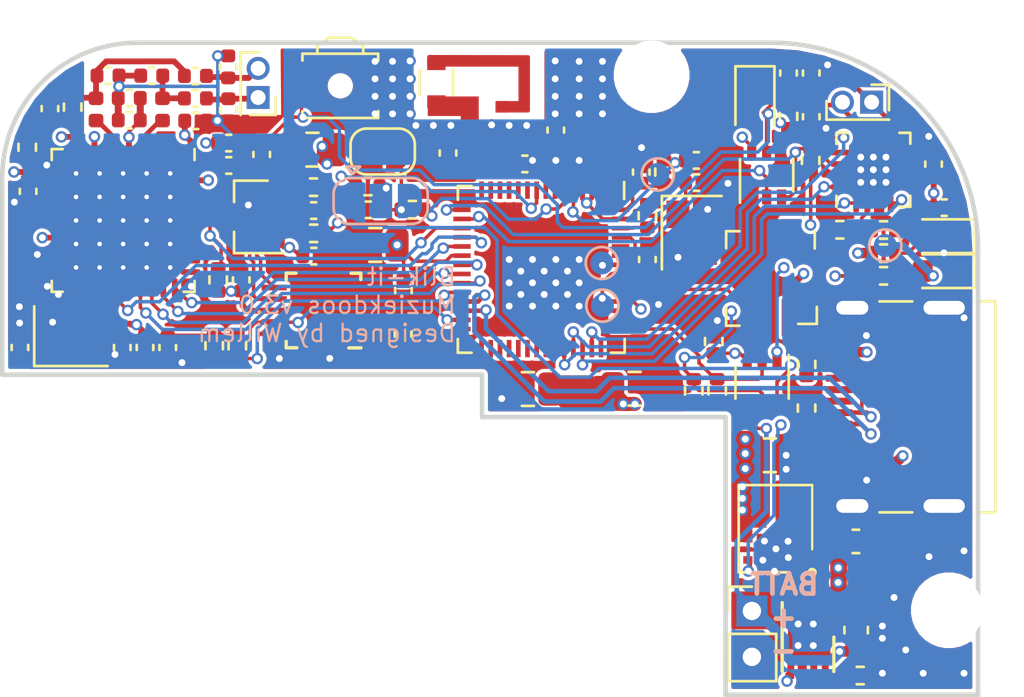
<source format=kicad_pcb>
(kicad_pcb (version 20171130) (host pcbnew "(5.1.9-0-10_14)")

  (general
    (thickness 1.6)
    (drawings 35)
    (tracks 1175)
    (zones 0)
    (modules 100)
    (nets 109)
  )

  (page A4)
  (layers
    (0 F.Cu signal)
    (1 In1.Cu signal hide)
    (2 In2.Cu signal hide)
    (31 B.Cu signal hide)
    (32 B.Adhes user hide)
    (33 F.Adhes user hide)
    (34 B.Paste user hide)
    (35 F.Paste user hide)
    (36 B.SilkS user hide)
    (37 F.SilkS user hide)
    (38 B.Mask user hide)
    (39 F.Mask user hide)
    (40 Dwgs.User user hide)
    (41 Cmts.User user hide)
    (42 Eco1.User user hide)
    (43 Eco2.User user hide)
    (44 Edge.Cuts user)
    (45 Margin user hide)
    (46 B.CrtYd user hide)
    (47 F.CrtYd user hide)
    (48 B.Fab user hide)
    (49 F.Fab user hide)
  )

  (setup
    (last_trace_width 0.1524)
    (user_trace_width 0.1524)
    (user_trace_width 0.2032)
    (user_trace_width 0.254)
    (trace_clearance 0.1524)
    (zone_clearance 0.1524)
    (zone_45_only no)
    (trace_min 0.14986)
    (via_size 0.5)
    (via_drill 0.3)
    (via_min_size 0.4)
    (via_min_drill 0.3)
    (user_via 0.5 0.3)
    (uvia_size 0.3)
    (uvia_drill 0.1)
    (uvias_allowed no)
    (uvia_min_size 0.2)
    (uvia_min_drill 0.1)
    (edge_width 0.05)
    (segment_width 0.2)
    (pcb_text_width 0.3)
    (pcb_text_size 1.5 1.5)
    (mod_edge_width 0.12)
    (mod_text_size 1 1)
    (mod_text_width 0.15)
    (pad_size 1 1)
    (pad_drill 0)
    (pad_to_mask_clearance 0)
    (aux_axis_origin 0 0)
    (visible_elements FFFFFF7F)
    (pcbplotparams
      (layerselection 0x010fc_ffffffff)
      (usegerberextensions false)
      (usegerberattributes true)
      (usegerberadvancedattributes true)
      (creategerberjobfile true)
      (excludeedgelayer true)
      (linewidth 0.100000)
      (plotframeref false)
      (viasonmask false)
      (mode 1)
      (useauxorigin false)
      (hpglpennumber 1)
      (hpglpenspeed 20)
      (hpglpendiameter 15.000000)
      (psnegative false)
      (psa4output false)
      (plotreference true)
      (plotvalue false)
      (plotinvisibletext false)
      (padsonsilk false)
      (subtractmaskfromsilk true)
      (outputformat 1)
      (mirror false)
      (drillshape 0)
      (scaleselection 1)
      (outputdirectory "OUTPUT"))
  )

  (net 0 "")
  (net 1 GND)
  (net 2 VBUS)
  (net 3 +BATT)
  (net 4 /Power/PSU_BTN_RAW)
  (net 5 +3V3)
  (net 6 "Net-(C15-Pad1)")
  (net 7 /I2S_DAC_AMP/SPK_OUT-)
  (net 8 /I2S_DAC_AMP/SPKOUT+)
  (net 9 /Power/CHG_STAT_LED)
  (net 10 /Power/CHG_5V_LED)
  (net 11 /Power/PSU_EN)
  (net 12 /CPU/MEAS_EN)
  (net 13 /CPU/BTN_PWR)
  (net 14 /CPU/PW_HOLD)
  (net 15 /Power/PSU_EN_BUF)
  (net 16 /Power/CHG_PROG)
  (net 17 /I2S_DAC_AMP/GAIN)
  (net 18 /I2S_DAC_AMP/I2S_SD_MODE)
  (net 19 /CPU/DAC_BCLK)
  (net 20 /CPU/DAC_LRCK)
  (net 21 /CPU/NFC_SPI_MOSI)
  (net 22 /CPU/NFC_SPI_SCK)
  (net 23 /CPU/NFC_SPI_CS)
  (net 24 /CPU/DAC_DATA)
  (net 25 "Net-(U3-Pad26)")
  (net 26 "Net-(U3-Pad24)")
  (net 27 "Net-(U1-Pad7)")
  (net 28 /CPU/VDD_SDIO)
  (net 29 /CPU/ESP_RST)
  (net 30 /CPU/ESP_GPIO0)
  (net 31 "Net-(U4-Pad10)")
  (net 32 "Net-(U4-Pad7)")
  (net 33 "Net-(U4-Pad6)")
  (net 34 /CPU/WIFI_ANT)
  (net 35 /CPU/ESP_LNA_IN)
  (net 36 /CPU/A2)
  (net 37 /Power/MCP_STAT)
  (net 38 "Net-(U2-Pad2)")
  (net 39 /Power/Lx_L1)
  (net 40 "Net-(U4-Pad33)")
  (net 41 "Net-(U4-Pad32)")
  (net 42 "Net-(U4-Pad31)")
  (net 43 "Net-(U4-Pad11)")
  (net 44 /CPU/NFC_SPI_MISO)
  (net 45 "Net-(U3-Pad37)")
  (net 46 "Net-(U3-Pad36)")
  (net 47 "Net-(U3-Pad35)")
  (net 48 "Net-(U3-Pad34)")
  (net 49 "Net-(U3-Pad33)")
  (net 50 "Net-(U3-Pad32)")
  (net 51 "Net-(U3-Pad31)")
  (net 52 "Net-(U3-Pad22)")
  (net 53 "Net-(U3-Pad21)")
  (net 54 "Net-(U3-Pad20)")
  (net 55 "Net-(U3-Pad19)")
  (net 56 "Net-(U3-Pad13)")
  (net 57 "Net-(U3-Pad12)")
  (net 58 "Net-(U3-Pad2)")
  (net 59 /NFC/OSC_in)
  (net 60 /NFC/OSC_OUT)
  (net 61 /NFC/RX)
  (net 62 /NFC/TXL1)
  (net 63 /NFC/TXL2)
  (net 64 /NFC/TXANT1)
  (net 65 /NFC/TXANT2)
  (net 66 /NFC/VMID)
  (net 67 /NFC/TX1)
  (net 68 /NFC/TX2)
  (net 69 /CPU/~NFC_RST)
  (net 70 /CPU/USB_D-)
  (net 71 /CPU/USB_D+)
  (net 72 /CPU/ESP_GPIO46)
  (net 73 /CPU/ESP_TX1)
  (net 74 /CPU/ESP_RX1)
  (net 75 /CPU/ESP_GPIO45)
  (net 76 "Net-(U4-Pad36)")
  (net 77 "Net-(U4-Pad35)")
  (net 78 "Net-(U4-Pad34)")
  (net 79 /CPU/XTAL_P)
  (net 80 /CPU/XTAL_N)
  (net 81 "Net-(U4-Pad13)")
  (net 82 "Net-(U4-Pad12)")
  (net 83 "Net-(U4-Pad9)")
  (net 84 "Net-(U4-Pad14)")
  (net 85 "Net-(J5-PadB8)")
  (net 86 "Net-(J5-PadB5)")
  (net 87 "Net-(J5-PadA8)")
  (net 88 "Net-(J5-PadA5)")
  (net 89 "Net-(JP1-Pad2)")
  (net 90 /CPU/ESP_GPIO3)
  (net 91 "Net-(U4-Pad48)")
  (net 92 "Net-(U4-Pad45)")
  (net 93 "Net-(U4-Pad44)")
  (net 94 "Net-(U4-Pad42)")
  (net 95 "Net-(U4-Pad37)")
  (net 96 "Net-(U4-Pad30)")
  (net 97 "Net-(U4-Pad28)")
  (net 98 /CPU/ESP_STATLED)
  (net 99 /CPU/NFC_INT)
  (net 100 /sensors/HALL_OUT)
  (net 101 /sensors/BATT_MEAS)
  (net 102 /CPU/I2C_SCL)
  (net 103 /CPU/I2C_SDA)
  (net 104 /sensors/ADS_RDY)
  (net 105 /CPU/XTAL_P_R)
  (net 106 "Net-(C43-Pad1)")
  (net 107 /sensors/Meas_vbatt)
  (net 108 "Net-(D4-Pad1)")

  (net_class Default "This is the default net class."
    (clearance 0.1524)
    (trace_width 0.1524)
    (via_dia 0.5)
    (via_drill 0.3)
    (uvia_dia 0.3)
    (uvia_drill 0.1)
    (add_net +3V3)
    (add_net +BATT)
    (add_net /CPU/A2)
    (add_net /CPU/BTN_PWR)
    (add_net /CPU/DAC_BCLK)
    (add_net /CPU/DAC_DATA)
    (add_net /CPU/DAC_LRCK)
    (add_net /CPU/ESP_GPIO0)
    (add_net /CPU/ESP_GPIO3)
    (add_net /CPU/ESP_GPIO45)
    (add_net /CPU/ESP_GPIO46)
    (add_net /CPU/ESP_LNA_IN)
    (add_net /CPU/ESP_RST)
    (add_net /CPU/ESP_RX1)
    (add_net /CPU/ESP_STATLED)
    (add_net /CPU/ESP_TX1)
    (add_net /CPU/I2C_SCL)
    (add_net /CPU/I2C_SDA)
    (add_net /CPU/MEAS_EN)
    (add_net /CPU/NFC_INT)
    (add_net /CPU/NFC_SPI_CS)
    (add_net /CPU/NFC_SPI_MISO)
    (add_net /CPU/NFC_SPI_MOSI)
    (add_net /CPU/NFC_SPI_SCK)
    (add_net /CPU/PW_HOLD)
    (add_net /CPU/USB_D+)
    (add_net /CPU/USB_D-)
    (add_net /CPU/VDD_SDIO)
    (add_net /CPU/WIFI_ANT)
    (add_net /CPU/XTAL_N)
    (add_net /CPU/XTAL_P)
    (add_net /CPU/XTAL_P_R)
    (add_net /CPU/~NFC_RST)
    (add_net /I2S_DAC_AMP/GAIN)
    (add_net /I2S_DAC_AMP/I2S_SD_MODE)
    (add_net /I2S_DAC_AMP/SPKOUT+)
    (add_net /I2S_DAC_AMP/SPK_OUT-)
    (add_net /NFC/OSC_OUT)
    (add_net /NFC/OSC_in)
    (add_net /NFC/RX)
    (add_net /NFC/TX1)
    (add_net /NFC/TX2)
    (add_net /NFC/TXANT1)
    (add_net /NFC/TXANT2)
    (add_net /NFC/TXL1)
    (add_net /NFC/TXL2)
    (add_net /NFC/VMID)
    (add_net /Power/CHG_5V_LED)
    (add_net /Power/CHG_PROG)
    (add_net /Power/CHG_STAT_LED)
    (add_net /Power/Lx_L1)
    (add_net /Power/MCP_STAT)
    (add_net /Power/PSU_BTN_RAW)
    (add_net /Power/PSU_EN)
    (add_net /Power/PSU_EN_BUF)
    (add_net /sensors/ADS_RDY)
    (add_net /sensors/BATT_MEAS)
    (add_net /sensors/HALL_OUT)
    (add_net /sensors/Meas_vbatt)
    (add_net GND)
    (add_net "Net-(C15-Pad1)")
    (add_net "Net-(C43-Pad1)")
    (add_net "Net-(D4-Pad1)")
    (add_net "Net-(J5-PadA5)")
    (add_net "Net-(J5-PadA8)")
    (add_net "Net-(J5-PadB5)")
    (add_net "Net-(J5-PadB8)")
    (add_net "Net-(JP1-Pad2)")
    (add_net "Net-(U1-Pad7)")
    (add_net "Net-(U2-Pad2)")
    (add_net "Net-(U3-Pad12)")
    (add_net "Net-(U3-Pad13)")
    (add_net "Net-(U3-Pad19)")
    (add_net "Net-(U3-Pad2)")
    (add_net "Net-(U3-Pad20)")
    (add_net "Net-(U3-Pad21)")
    (add_net "Net-(U3-Pad22)")
    (add_net "Net-(U3-Pad24)")
    (add_net "Net-(U3-Pad26)")
    (add_net "Net-(U3-Pad31)")
    (add_net "Net-(U3-Pad32)")
    (add_net "Net-(U3-Pad33)")
    (add_net "Net-(U3-Pad34)")
    (add_net "Net-(U3-Pad35)")
    (add_net "Net-(U3-Pad36)")
    (add_net "Net-(U3-Pad37)")
    (add_net "Net-(U4-Pad10)")
    (add_net "Net-(U4-Pad11)")
    (add_net "Net-(U4-Pad12)")
    (add_net "Net-(U4-Pad13)")
    (add_net "Net-(U4-Pad14)")
    (add_net "Net-(U4-Pad28)")
    (add_net "Net-(U4-Pad30)")
    (add_net "Net-(U4-Pad31)")
    (add_net "Net-(U4-Pad32)")
    (add_net "Net-(U4-Pad33)")
    (add_net "Net-(U4-Pad34)")
    (add_net "Net-(U4-Pad35)")
    (add_net "Net-(U4-Pad36)")
    (add_net "Net-(U4-Pad37)")
    (add_net "Net-(U4-Pad42)")
    (add_net "Net-(U4-Pad44)")
    (add_net "Net-(U4-Pad45)")
    (add_net "Net-(U4-Pad48)")
    (add_net "Net-(U4-Pad6)")
    (add_net "Net-(U4-Pad7)")
    (add_net "Net-(U4-Pad9)")
    (add_net VBUS)
  )

  (module LED_SMD:LED_SK6812MINI_PLCC4_3.5x3.5mm_P1.75mm (layer F.Cu) (tedit 61B0D7E9) (tstamp 61B1FFB5)
    (at 74.66584 74.1934 270)
    (descr https://cdn-shop.adafruit.com/product-files/2686/SK6812MINI_REV.01-1-2.pdf)
    (tags "LED RGB NeoPixel Mini")
    (path /60FFCEAC/61C3ABCB)
    (attr smd)
    (fp_text reference D4 (at 0 -2.75 90) (layer F.SilkS) hide
      (effects (font (size 1 1) (thickness 0.15)))
    )
    (fp_text value SK6812MINI (at 0 3.25 90) (layer F.Fab) hide
      (effects (font (size 1 1) (thickness 0.15)))
    )
    (fp_text user 1 (at -3.5 -0.875 90) (layer F.SilkS) hide
      (effects (font (size 1 1) (thickness 0.15)))
    )
    (fp_text user %R (at 0 0 90) (layer F.Fab)
      (effects (font (size 0.5 0.5) (thickness 0.1)))
    )
    (fp_line (start 2.8 -2) (end -2.8 -2) (layer F.CrtYd) (width 0.05))
    (fp_line (start 2.8 2) (end 2.8 -2) (layer F.CrtYd) (width 0.05))
    (fp_line (start -2.8 2) (end 2.8 2) (layer F.CrtYd) (width 0.05))
    (fp_line (start -2.8 -2) (end -2.8 2) (layer F.CrtYd) (width 0.05))
    (fp_line (start 1.75 0.75) (end 0.75 1.75) (layer F.Fab) (width 0.1))
    (fp_line (start -1.75 -1.75) (end -1.75 1.75) (layer F.Fab) (width 0.1))
    (fp_line (start -1.75 1.75) (end 1.75 1.75) (layer F.Fab) (width 0.1))
    (fp_line (start 1.75 1.75) (end 1.75 -1.75) (layer F.Fab) (width 0.1))
    (fp_line (start 1.75 -1.75) (end -1.75 -1.75) (layer F.Fab) (width 0.1))
    (fp_line (start 1.29 1.97) (end 2.1 1.97) (layer F.SilkS) (width 0.12))
    (fp_line (start 2.1 1.97) (end 2.1 1.39) (layer F.SilkS) (width 0.12))
    (fp_circle (center 0 0) (end 0 -1.5) (layer F.Fab) (width 0.1))
    (fp_line (start -2.02 1.39) (end -2.02 1.97) (layer F.SilkS) (width 0.12))
    (fp_line (start -2.02 1.97) (end -1.28 1.97) (layer F.SilkS) (width 0.12))
    (fp_line (start 2.02 -1.17) (end 2.02 -1.98) (layer F.SilkS) (width 0.12))
    (fp_line (start 2.02 -1.98) (end 1.28 -1.98) (layer F.SilkS) (width 0.12))
    (fp_line (start -2.01 -1.89) (end -1.27 -1.89) (layer F.SilkS) (width 0.12))
    (pad 1 smd rect (at -1.75 -0.875 270) (size 1.6 0.85) (layers F.Cu F.Paste F.Mask)
      (net 108 "Net-(D4-Pad1)"))
    (pad 2 smd rect (at -1.75 0.875 270) (size 1.6 0.85) (layers F.Cu F.Paste F.Mask)
      (net 1 GND))
    (pad 4 smd rect (at 1.75 -0.875 270) (size 1.6 0.85) (layers F.Cu F.Paste F.Mask)
      (net 5 +3V3))
    (pad 3 smd rect (at 1.75 0.875 270) (size 1.6 0.85) (layers F.Cu F.Paste F.Mask)
      (net 98 /CPU/ESP_STATLED))
    (model ${KISYS3DMOD}/LED_SMD.3dshapes/LED_SK6812_PLCC4_5.0x5.0mm_P3.2mm.wrl
      (at (xyz 0 0 0))
      (scale (xyz 0.5 0.5 0.5))
      (rotate (xyz 0 0 0))
    )
  )

  (module Package_SO:TSSOP-10_3x3mm_P0.5mm (layer F.Cu) (tedit 61B0D72E) (tstamp 61AFB4A5)
    (at 55.15864 75.6285 180)
    (descr "TSSOP10: plastic thin shrink small outline package; 10 leads; body width 3 mm; (see NXP SSOP-TSSOP-VSO-REFLOW.pdf and sot552-1_po.pdf)")
    (tags "SSOP 0.5")
    (path /61B5E734/61B647EA)
    (attr smd)
    (fp_text reference U6 (at 0 -2.55) (layer F.SilkS) hide
      (effects (font (size 1 1) (thickness 0.15)))
    )
    (fp_text value ADS1114IDGS (at 0 2.55) (layer F.Fab) hide
      (effects (font (size 1 1) (thickness 0.15)))
    )
    (fp_text user %R (at 0 0) (layer F.Fab)
      (effects (font (size 0.6 0.6) (thickness 0.1)))
    )
    (fp_line (start -0.5 -1.5) (end 1.5 -1.5) (layer F.Fab) (width 0.1))
    (fp_line (start 1.5 -1.5) (end 1.5 1.5) (layer F.Fab) (width 0.1))
    (fp_line (start 1.5 1.5) (end -1.5 1.5) (layer F.Fab) (width 0.1))
    (fp_line (start -1.5 1.5) (end -1.5 -0.5) (layer F.Fab) (width 0.1))
    (fp_line (start -1.5 -0.5) (end -0.5 -1.5) (layer F.Fab) (width 0.1))
    (fp_line (start -2.95 -1.8) (end -2.95 1.8) (layer F.CrtYd) (width 0.05))
    (fp_line (start 2.95 -1.8) (end 2.95 1.8) (layer F.CrtYd) (width 0.05))
    (fp_line (start -2.95 -1.8) (end 2.95 -1.8) (layer F.CrtYd) (width 0.05))
    (fp_line (start -2.95 1.8) (end 2.95 1.8) (layer F.CrtYd) (width 0.05))
    (fp_line (start -1.63 -1.63) (end -1.1 -1.63) (layer F.SilkS) (width 0.15))
    (fp_line (start 1.625 -1.625) (end 1.625 -1.35) (layer F.SilkS) (width 0.15))
    (fp_line (start 1.625 1.625) (end 1.625 1.35) (layer F.SilkS) (width 0.15))
    (fp_line (start -1.625 1.625) (end -1.625 1.35) (layer F.SilkS) (width 0.15))
    (fp_line (start 1.16 -1.625) (end 1.625 -1.625) (layer F.SilkS) (width 0.15))
    (fp_line (start 1.2 1.625) (end 1.625 1.625) (layer F.SilkS) (width 0.15))
    (fp_line (start -1.625 1.625) (end -1.2 1.625) (layer F.SilkS) (width 0.15))
    (pad 10 smd rect (at 2.15 -1 180) (size 1.1 0.25) (layers F.Cu F.Paste F.Mask)
      (net 102 /CPU/I2C_SCL))
    (pad 9 smd rect (at 2.15 -0.5 180) (size 1.1 0.25) (layers F.Cu F.Paste F.Mask)
      (net 103 /CPU/I2C_SDA))
    (pad 8 smd rect (at 2.15 0 180) (size 1.1 0.25) (layers F.Cu F.Paste F.Mask)
      (net 5 +3V3))
    (pad 7 smd rect (at 2.15 0.5 180) (size 1.1 0.25) (layers F.Cu F.Paste F.Mask)
      (net 100 /sensors/HALL_OUT))
    (pad 6 smd rect (at 2.15 1 180) (size 1.1 0.25) (layers F.Cu F.Paste F.Mask)
      (net 107 /sensors/Meas_vbatt))
    (pad 5 smd rect (at -2.15 1 180) (size 1.1 0.25) (layers F.Cu F.Paste F.Mask)
      (net 1 GND))
    (pad 4 smd rect (at -2.15 0.5 180) (size 1.1 0.25) (layers F.Cu F.Paste F.Mask)
      (net 1 GND))
    (pad 3 smd rect (at -2.15 0 180) (size 1.1 0.25) (layers F.Cu F.Paste F.Mask)
      (net 1 GND))
    (pad 2 smd rect (at -2.15 -0.5 180) (size 1.1 0.25) (layers F.Cu F.Paste F.Mask)
      (net 104 /sensors/ADS_RDY))
    (pad 1 smd rect (at -2.15 -1 180) (size 1.1 0.25) (layers F.Cu F.Paste F.Mask)
      (net 1 GND))
    (model ${KISYS3DMOD}/Package_SO.3dshapes/TSSOP-10_3x3mm_P0.5mm.wrl
      (at (xyz 0 0 0))
      (scale (xyz 1 1 1))
      (rotate (xyz 0 0 0))
    )
  )

  (module Connector_PinHeader_2.00mm:PinHeader_1x02_P2.00mm_Vertical locked (layer F.Cu) (tedit 61B0CBE3) (tstamp 614291E7)
    (at 73.81748 88.72626)
    (descr "Through hole straight pin header, 1x02, 2.00mm pitch, single row")
    (tags "Through hole pin header THT 1x02 2.00mm single row")
    (path /60FE1698/61145089)
    (fp_text reference J1 (at 0 -1.695) (layer F.SilkS) hide
      (effects (font (size 1 1) (thickness 0.15)))
    )
    (fp_text value Conn_01x02 (at 0 2.965) (layer F.Fab) hide
      (effects (font (size 1 1) (thickness 0.15)))
    )
    (fp_text user %R (at 0 0.635 90) (layer F.Fab)
      (effects (font (size 1 1) (thickness 0.15)))
    )
    (fp_line (start -0.5 -1) (end 1 -1) (layer F.Fab) (width 0.1))
    (fp_line (start 1 -1) (end 1 3) (layer F.Fab) (width 0.1))
    (fp_line (start 1 3) (end -1 3) (layer F.Fab) (width 0.1))
    (fp_line (start -1 3) (end -1 -0.5) (layer F.Fab) (width 0.1))
    (fp_line (start -1 -0.5) (end -0.5 -1) (layer F.Fab) (width 0.1))
    (fp_line (start -1.06 3.06) (end 1.06 3.06) (layer F.SilkS) (width 0.12))
    (fp_line (start -1.06 1) (end -1.06 3.06) (layer F.SilkS) (width 0.12))
    (fp_line (start 1.06 1) (end 1.06 3.06) (layer F.SilkS) (width 0.12))
    (fp_line (start -1.06 1) (end 1.06 1) (layer F.SilkS) (width 0.12))
    (fp_line (start -1.06 0) (end -1.06 -1.06) (layer F.SilkS) (width 0.12))
    (fp_line (start -1.06 -1.06) (end 0 -1.06) (layer F.SilkS) (width 0.12))
    (fp_line (start -1.1 -1.25) (end -1.1 3.25) (layer F.CrtYd) (width 0.05))
    (fp_line (start -1.1 3.25) (end 1.1 3.25) (layer F.CrtYd) (width 0.05))
    (fp_line (start 1.1 3.25) (end 1.1 -1.25) (layer F.CrtYd) (width 0.05))
    (fp_line (start 1.1 -1.25) (end -1.1 -1.25) (layer F.CrtYd) (width 0.05))
    (pad 2 thru_hole oval (at 0 2) (size 1.35 1.35) (drill 0.8) (layers *.Cu *.Mask)
      (net 1 GND))
    (pad 1 thru_hole rect (at 0 0) (size 1.35 1.35) (drill 0.8) (layers *.Cu *.Mask)
      (net 3 +BATT))
  )

  (module Resistor_SMD:R_0402_1005Metric (layer F.Cu) (tedit 5F68FEEE) (tstamp 61B08C35)
    (at 69.2658 71.501 270)
    (descr "Resistor SMD 0402 (1005 Metric), square (rectangular) end terminal, IPC_7351 nominal, (Body size source: IPC-SM-782 page 72, https://www.pcb-3d.com/wordpress/wp-content/uploads/ipc-sm-782a_amendment_1_and_2.pdf), generated with kicad-footprint-generator")
    (tags resistor)
    (path /60FFCEAC/61B8FC8D)
    (attr smd)
    (fp_text reference R21 (at 0 -1.17 90) (layer F.SilkS) hide
      (effects (font (size 1 1) (thickness 0.15)))
    )
    (fp_text value 0E (at 0 1.17 90) (layer F.Fab) hide
      (effects (font (size 1 1) (thickness 0.15)))
    )
    (fp_text user %R (at 0 0 90) (layer F.Fab)
      (effects (font (size 0.26 0.26) (thickness 0.04)))
    )
    (fp_line (start -0.525 0.27) (end -0.525 -0.27) (layer F.Fab) (width 0.1))
    (fp_line (start -0.525 -0.27) (end 0.525 -0.27) (layer F.Fab) (width 0.1))
    (fp_line (start 0.525 -0.27) (end 0.525 0.27) (layer F.Fab) (width 0.1))
    (fp_line (start 0.525 0.27) (end -0.525 0.27) (layer F.Fab) (width 0.1))
    (fp_line (start -0.153641 -0.38) (end 0.153641 -0.38) (layer F.SilkS) (width 0.12))
    (fp_line (start -0.153641 0.38) (end 0.153641 0.38) (layer F.SilkS) (width 0.12))
    (fp_line (start -0.93 0.47) (end -0.93 -0.47) (layer F.CrtYd) (width 0.05))
    (fp_line (start -0.93 -0.47) (end 0.93 -0.47) (layer F.CrtYd) (width 0.05))
    (fp_line (start 0.93 -0.47) (end 0.93 0.47) (layer F.CrtYd) (width 0.05))
    (fp_line (start 0.93 0.47) (end -0.93 0.47) (layer F.CrtYd) (width 0.05))
    (pad 2 smd roundrect (at 0.51 0 270) (size 0.54 0.64) (layers F.Cu F.Paste F.Mask) (roundrect_rratio 0.25)
      (net 79 /CPU/XTAL_P))
    (pad 1 smd roundrect (at -0.51 0 270) (size 0.54 0.64) (layers F.Cu F.Paste F.Mask) (roundrect_rratio 0.25)
      (net 105 /CPU/XTAL_P_R))
    (model ${KISYS3DMOD}/Resistor_SMD.3dshapes/R_0402_1005Metric.wrl
      (at (xyz 0 0 0))
      (scale (xyz 1 1 1))
      (rotate (xyz 0 0 0))
    )
  )

  (module Inductor_SMD:L_0402_1005Metric (layer F.Cu) (tedit 5F68FEF0) (tstamp 61B0D683)
    (at 62.03188 69.23786)
    (descr "Inductor SMD 0402 (1005 Metric), square (rectangular) end terminal, IPC_7351 nominal, (Body size source: http://www.tortai-tech.com/upload/download/2011102023233369053.pdf), generated with kicad-footprint-generator")
    (tags inductor)
    (path /60FFCEAC/61B90BDA)
    (attr smd)
    (fp_text reference L3 (at 0 -1.17) (layer F.SilkS) hide
      (effects (font (size 1 1) (thickness 0.15)))
    )
    (fp_text value 1.8nH (at 0 1.17) (layer F.Fab) hide
      (effects (font (size 1 1) (thickness 0.15)))
    )
    (fp_text user %R (at 0 0) (layer F.Fab)
      (effects (font (size 0.25 0.25) (thickness 0.04)))
    )
    (fp_line (start -0.5 0.25) (end -0.5 -0.25) (layer F.Fab) (width 0.1))
    (fp_line (start -0.5 -0.25) (end 0.5 -0.25) (layer F.Fab) (width 0.1))
    (fp_line (start 0.5 -0.25) (end 0.5 0.25) (layer F.Fab) (width 0.1))
    (fp_line (start 0.5 0.25) (end -0.5 0.25) (layer F.Fab) (width 0.1))
    (fp_line (start -0.93 0.47) (end -0.93 -0.47) (layer F.CrtYd) (width 0.05))
    (fp_line (start -0.93 -0.47) (end 0.93 -0.47) (layer F.CrtYd) (width 0.05))
    (fp_line (start 0.93 -0.47) (end 0.93 0.47) (layer F.CrtYd) (width 0.05))
    (fp_line (start 0.93 0.47) (end -0.93 0.47) (layer F.CrtYd) (width 0.05))
    (pad 2 smd roundrect (at 0.485 0) (size 0.59 0.64) (layers F.Cu F.Paste F.Mask) (roundrect_rratio 0.25)
      (net 106 "Net-(C43-Pad1)"))
    (pad 1 smd roundrect (at -0.485 0) (size 0.59 0.64) (layers F.Cu F.Paste F.Mask) (roundrect_rratio 0.25)
      (net 34 /CPU/WIFI_ANT))
    (model ${KISYS3DMOD}/Inductor_SMD.3dshapes/L_0402_1005Metric.wrl
      (at (xyz 0 0 0))
      (scale (xyz 1 1 1))
      (rotate (xyz 0 0 0))
    )
  )

  (module Capacitor_SMD:C_0402_1005Metric (layer F.Cu) (tedit 5F68FEEE) (tstamp 61B08705)
    (at 63.92926 69.2404)
    (descr "Capacitor SMD 0402 (1005 Metric), square (rectangular) end terminal, IPC_7351 nominal, (Body size source: IPC-SM-782 page 76, https://www.pcb-3d.com/wordpress/wp-content/uploads/ipc-sm-782a_amendment_1_and_2.pdf), generated with kicad-footprint-generator")
    (tags capacitor)
    (path /60FFCEAC/61BA686B)
    (attr smd)
    (fp_text reference C43 (at 0 -1.16) (layer F.SilkS) hide
      (effects (font (size 1 1) (thickness 0.15)))
    )
    (fp_text value 1.5pF (at 0 1.16) (layer F.Fab) hide
      (effects (font (size 1 1) (thickness 0.15)))
    )
    (fp_text user %R (at 0 0) (layer F.Fab)
      (effects (font (size 0.25 0.25) (thickness 0.04)))
    )
    (fp_line (start -0.5 0.25) (end -0.5 -0.25) (layer F.Fab) (width 0.1))
    (fp_line (start -0.5 -0.25) (end 0.5 -0.25) (layer F.Fab) (width 0.1))
    (fp_line (start 0.5 -0.25) (end 0.5 0.25) (layer F.Fab) (width 0.1))
    (fp_line (start 0.5 0.25) (end -0.5 0.25) (layer F.Fab) (width 0.1))
    (fp_line (start -0.107836 -0.36) (end 0.107836 -0.36) (layer F.SilkS) (width 0.12))
    (fp_line (start -0.107836 0.36) (end 0.107836 0.36) (layer F.SilkS) (width 0.12))
    (fp_line (start -0.91 0.46) (end -0.91 -0.46) (layer F.CrtYd) (width 0.05))
    (fp_line (start -0.91 -0.46) (end 0.91 -0.46) (layer F.CrtYd) (width 0.05))
    (fp_line (start 0.91 -0.46) (end 0.91 0.46) (layer F.CrtYd) (width 0.05))
    (fp_line (start 0.91 0.46) (end -0.91 0.46) (layer F.CrtYd) (width 0.05))
    (pad 2 smd roundrect (at 0.48 0) (size 0.56 0.62) (layers F.Cu F.Paste F.Mask) (roundrect_rratio 0.25)
      (net 1 GND))
    (pad 1 smd roundrect (at -0.48 0) (size 0.56 0.62) (layers F.Cu F.Paste F.Mask) (roundrect_rratio 0.25)
      (net 106 "Net-(C43-Pad1)"))
    (model ${KISYS3DMOD}/Capacitor_SMD.3dshapes/C_0402_1005Metric.wrl
      (at (xyz 0 0 0))
      (scale (xyz 1 1 1))
      (rotate (xyz 0 0 0))
    )
  )

  (module Capacitor_SMD:C_0402_1005Metric (layer F.Cu) (tedit 5F68FEEE) (tstamp 61B08654)
    (at 60.58154 68.76542 270)
    (descr "Capacitor SMD 0402 (1005 Metric), square (rectangular) end terminal, IPC_7351 nominal, (Body size source: IPC-SM-782 page 76, https://www.pcb-3d.com/wordpress/wp-content/uploads/ipc-sm-782a_amendment_1_and_2.pdf), generated with kicad-footprint-generator")
    (tags capacitor)
    (path /60FFCEAC/61B9F155)
    (attr smd)
    (fp_text reference C37 (at 0 -1.16 90) (layer F.SilkS) hide
      (effects (font (size 1 1) (thickness 0.15)))
    )
    (fp_text value 1.5pF (at 0 1.16 90) (layer F.Fab) hide
      (effects (font (size 1 1) (thickness 0.15)))
    )
    (fp_text user %R (at 0 0 90) (layer F.Fab)
      (effects (font (size 0.25 0.25) (thickness 0.04)))
    )
    (fp_line (start -0.5 0.25) (end -0.5 -0.25) (layer F.Fab) (width 0.1))
    (fp_line (start -0.5 -0.25) (end 0.5 -0.25) (layer F.Fab) (width 0.1))
    (fp_line (start 0.5 -0.25) (end 0.5 0.25) (layer F.Fab) (width 0.1))
    (fp_line (start 0.5 0.25) (end -0.5 0.25) (layer F.Fab) (width 0.1))
    (fp_line (start -0.107836 -0.36) (end 0.107836 -0.36) (layer F.SilkS) (width 0.12))
    (fp_line (start -0.107836 0.36) (end 0.107836 0.36) (layer F.SilkS) (width 0.12))
    (fp_line (start -0.91 0.46) (end -0.91 -0.46) (layer F.CrtYd) (width 0.05))
    (fp_line (start -0.91 -0.46) (end 0.91 -0.46) (layer F.CrtYd) (width 0.05))
    (fp_line (start 0.91 -0.46) (end 0.91 0.46) (layer F.CrtYd) (width 0.05))
    (fp_line (start 0.91 0.46) (end -0.91 0.46) (layer F.CrtYd) (width 0.05))
    (pad 2 smd roundrect (at 0.48 0 270) (size 0.56 0.62) (layers F.Cu F.Paste F.Mask) (roundrect_rratio 0.25)
      (net 1 GND))
    (pad 1 smd roundrect (at -0.48 0 270) (size 0.56 0.62) (layers F.Cu F.Paste F.Mask) (roundrect_rratio 0.25)
      (net 34 /CPU/WIFI_ANT))
    (model ${KISYS3DMOD}/Capacitor_SMD.3dshapes/C_0402_1005Metric.wrl
      (at (xyz 0 0 0))
      (scale (xyz 1 1 1))
      (rotate (xyz 0 0 0))
    )
  )

  (module Package_TO_SOT_SMD:SOT-23 locked (layer F.Cu) (tedit 5A02FF57) (tstamp 61AFB4BA)
    (at 52.02428 71.54926 180)
    (descr "SOT-23, Standard")
    (tags SOT-23)
    (path /61B5E734/61B6475A)
    (attr smd)
    (fp_text reference U8 (at 0 -2.5) (layer F.SilkS) hide
      (effects (font (size 1 1) (thickness 0.15)))
    )
    (fp_text value DRV5055A3xDBZxQ1 (at 0 2.5) (layer F.Fab) hide
      (effects (font (size 1 1) (thickness 0.15)))
    )
    (fp_text user %R (at 0 0 90) (layer F.Fab)
      (effects (font (size 0.5 0.5) (thickness 0.075)))
    )
    (fp_line (start -0.7 -0.95) (end -0.7 1.5) (layer F.Fab) (width 0.1))
    (fp_line (start -0.15 -1.52) (end 0.7 -1.52) (layer F.Fab) (width 0.1))
    (fp_line (start -0.7 -0.95) (end -0.15 -1.52) (layer F.Fab) (width 0.1))
    (fp_line (start 0.7 -1.52) (end 0.7 1.52) (layer F.Fab) (width 0.1))
    (fp_line (start -0.7 1.52) (end 0.7 1.52) (layer F.Fab) (width 0.1))
    (fp_line (start 0.76 1.58) (end 0.76 0.65) (layer F.SilkS) (width 0.12))
    (fp_line (start 0.76 -1.58) (end 0.76 -0.65) (layer F.SilkS) (width 0.12))
    (fp_line (start -1.7 -1.75) (end 1.7 -1.75) (layer F.CrtYd) (width 0.05))
    (fp_line (start 1.7 -1.75) (end 1.7 1.75) (layer F.CrtYd) (width 0.05))
    (fp_line (start 1.7 1.75) (end -1.7 1.75) (layer F.CrtYd) (width 0.05))
    (fp_line (start -1.7 1.75) (end -1.7 -1.75) (layer F.CrtYd) (width 0.05))
    (fp_line (start 0.76 -1.58) (end -1.4 -1.58) (layer F.SilkS) (width 0.12))
    (fp_line (start 0.76 1.58) (end -0.7 1.58) (layer F.SilkS) (width 0.12))
    (pad 3 smd rect (at 1 0 180) (size 0.9 0.8) (layers F.Cu F.Paste F.Mask)
      (net 1 GND))
    (pad 2 smd rect (at -1 0.95 180) (size 0.9 0.8) (layers F.Cu F.Paste F.Mask)
      (net 100 /sensors/HALL_OUT))
    (pad 1 smd rect (at -1 -0.95 180) (size 0.9 0.8) (layers F.Cu F.Paste F.Mask)
      (net 5 +3V3))
    (model ${KISYS3DMOD}/Package_TO_SOT_SMD.3dshapes/SOT-23.wrl
      (at (xyz 0 0 0))
      (scale (xyz 1 1 1))
      (rotate (xyz 0 0 0))
    )
  )

  (module Resistor_SMD:R_0402_1005Metric (layer F.Cu) (tedit 5F68FEEE) (tstamp 61AFAEF2)
    (at 51.40452 77.16774 270)
    (descr "Resistor SMD 0402 (1005 Metric), square (rectangular) end terminal, IPC_7351 nominal, (Body size source: IPC-SM-782 page 72, https://www.pcb-3d.com/wordpress/wp-content/uploads/ipc-sm-782a_amendment_1_and_2.pdf), generated with kicad-footprint-generator")
    (tags resistor)
    (path /61B5E734/61B647D0)
    (attr smd)
    (fp_text reference R16 (at 0 -1.17 90) (layer F.SilkS) hide
      (effects (font (size 1 1) (thickness 0.15)))
    )
    (fp_text value 10K (at 0 1.17 90) (layer F.Fab) hide
      (effects (font (size 1 1) (thickness 0.15)))
    )
    (fp_text user %R (at 0 0 90) (layer F.Fab)
      (effects (font (size 0.26 0.26) (thickness 0.04)))
    )
    (fp_line (start -0.525 0.27) (end -0.525 -0.27) (layer F.Fab) (width 0.1))
    (fp_line (start -0.525 -0.27) (end 0.525 -0.27) (layer F.Fab) (width 0.1))
    (fp_line (start 0.525 -0.27) (end 0.525 0.27) (layer F.Fab) (width 0.1))
    (fp_line (start 0.525 0.27) (end -0.525 0.27) (layer F.Fab) (width 0.1))
    (fp_line (start -0.153641 -0.38) (end 0.153641 -0.38) (layer F.SilkS) (width 0.12))
    (fp_line (start -0.153641 0.38) (end 0.153641 0.38) (layer F.SilkS) (width 0.12))
    (fp_line (start -0.93 0.47) (end -0.93 -0.47) (layer F.CrtYd) (width 0.05))
    (fp_line (start -0.93 -0.47) (end 0.93 -0.47) (layer F.CrtYd) (width 0.05))
    (fp_line (start 0.93 -0.47) (end 0.93 0.47) (layer F.CrtYd) (width 0.05))
    (fp_line (start 0.93 0.47) (end -0.93 0.47) (layer F.CrtYd) (width 0.05))
    (pad 2 smd roundrect (at 0.51 0 270) (size 0.54 0.64) (layers F.Cu F.Paste F.Mask) (roundrect_rratio 0.25)
      (net 102 /CPU/I2C_SCL))
    (pad 1 smd roundrect (at -0.51 0 270) (size 0.54 0.64) (layers F.Cu F.Paste F.Mask) (roundrect_rratio 0.25)
      (net 5 +3V3))
    (model ${KISYS3DMOD}/Resistor_SMD.3dshapes/R_0402_1005Metric.wrl
      (at (xyz 0 0 0))
      (scale (xyz 1 1 1))
      (rotate (xyz 0 0 0))
    )
  )

  (module Resistor_SMD:R_0402_1005Metric (layer F.Cu) (tedit 5F68FEEE) (tstamp 61AFAEA1)
    (at 50.39868 77.1652 270)
    (descr "Resistor SMD 0402 (1005 Metric), square (rectangular) end terminal, IPC_7351 nominal, (Body size source: IPC-SM-782 page 72, https://www.pcb-3d.com/wordpress/wp-content/uploads/ipc-sm-782a_amendment_1_and_2.pdf), generated with kicad-footprint-generator")
    (tags resistor)
    (path /61B5E734/61B647C7)
    (attr smd)
    (fp_text reference R13 (at 0 -1.17 90) (layer F.SilkS) hide
      (effects (font (size 1 1) (thickness 0.15)))
    )
    (fp_text value 10K (at 0 1.17 90) (layer F.Fab) hide
      (effects (font (size 1 1) (thickness 0.15)))
    )
    (fp_text user %R (at 0 0 90) (layer F.Fab)
      (effects (font (size 0.26 0.26) (thickness 0.04)))
    )
    (fp_line (start -0.525 0.27) (end -0.525 -0.27) (layer F.Fab) (width 0.1))
    (fp_line (start -0.525 -0.27) (end 0.525 -0.27) (layer F.Fab) (width 0.1))
    (fp_line (start 0.525 -0.27) (end 0.525 0.27) (layer F.Fab) (width 0.1))
    (fp_line (start 0.525 0.27) (end -0.525 0.27) (layer F.Fab) (width 0.1))
    (fp_line (start -0.153641 -0.38) (end 0.153641 -0.38) (layer F.SilkS) (width 0.12))
    (fp_line (start -0.153641 0.38) (end 0.153641 0.38) (layer F.SilkS) (width 0.12))
    (fp_line (start -0.93 0.47) (end -0.93 -0.47) (layer F.CrtYd) (width 0.05))
    (fp_line (start -0.93 -0.47) (end 0.93 -0.47) (layer F.CrtYd) (width 0.05))
    (fp_line (start 0.93 -0.47) (end 0.93 0.47) (layer F.CrtYd) (width 0.05))
    (fp_line (start 0.93 0.47) (end -0.93 0.47) (layer F.CrtYd) (width 0.05))
    (pad 2 smd roundrect (at 0.51 0 270) (size 0.54 0.64) (layers F.Cu F.Paste F.Mask) (roundrect_rratio 0.25)
      (net 103 /CPU/I2C_SDA))
    (pad 1 smd roundrect (at -0.51 0 270) (size 0.54 0.64) (layers F.Cu F.Paste F.Mask) (roundrect_rratio 0.25)
      (net 5 +3V3))
    (model ${KISYS3DMOD}/Resistor_SMD.3dshapes/R_0402_1005Metric.wrl
      (at (xyz 0 0 0))
      (scale (xyz 1 1 1))
      (rotate (xyz 0 0 0))
    )
  )

  (module Resistor_SMD:R_0402_1005Metric (layer F.Cu) (tedit 5F68FEEE) (tstamp 61AFAD90)
    (at 54.7243 70.25386)
    (descr "Resistor SMD 0402 (1005 Metric), square (rectangular) end terminal, IPC_7351 nominal, (Body size source: IPC-SM-782 page 72, https://www.pcb-3d.com/wordpress/wp-content/uploads/ipc-sm-782a_amendment_1_and_2.pdf), generated with kicad-footprint-generator")
    (tags resistor)
    (path /61B5E734/61B725CE)
    (attr smd)
    (fp_text reference R4 (at 0 -1.17) (layer F.SilkS) hide
      (effects (font (size 1 1) (thickness 0.15)))
    )
    (fp_text value 10K (at 0 1.17) (layer F.Fab) hide
      (effects (font (size 1 1) (thickness 0.15)))
    )
    (fp_text user %R (at 0 0) (layer F.Fab)
      (effects (font (size 0.26 0.26) (thickness 0.04)))
    )
    (fp_line (start -0.525 0.27) (end -0.525 -0.27) (layer F.Fab) (width 0.1))
    (fp_line (start -0.525 -0.27) (end 0.525 -0.27) (layer F.Fab) (width 0.1))
    (fp_line (start 0.525 -0.27) (end 0.525 0.27) (layer F.Fab) (width 0.1))
    (fp_line (start 0.525 0.27) (end -0.525 0.27) (layer F.Fab) (width 0.1))
    (fp_line (start -0.153641 -0.38) (end 0.153641 -0.38) (layer F.SilkS) (width 0.12))
    (fp_line (start -0.153641 0.38) (end 0.153641 0.38) (layer F.SilkS) (width 0.12))
    (fp_line (start -0.93 0.47) (end -0.93 -0.47) (layer F.CrtYd) (width 0.05))
    (fp_line (start -0.93 -0.47) (end 0.93 -0.47) (layer F.CrtYd) (width 0.05))
    (fp_line (start 0.93 -0.47) (end 0.93 0.47) (layer F.CrtYd) (width 0.05))
    (fp_line (start 0.93 0.47) (end -0.93 0.47) (layer F.CrtYd) (width 0.05))
    (pad 2 smd roundrect (at 0.51 0) (size 0.54 0.64) (layers F.Cu F.Paste F.Mask) (roundrect_rratio 0.25)
      (net 1 GND))
    (pad 1 smd roundrect (at -0.51 0) (size 0.54 0.64) (layers F.Cu F.Paste F.Mask) (roundrect_rratio 0.25)
      (net 107 /sensors/Meas_vbatt))
    (model ${KISYS3DMOD}/Resistor_SMD.3dshapes/R_0402_1005Metric.wrl
      (at (xyz 0 0 0))
      (scale (xyz 1 1 1))
      (rotate (xyz 0 0 0))
    )
  )

  (module Resistor_SMD:R_0402_1005Metric (layer F.Cu) (tedit 5F68FEEE) (tstamp 61B0235C)
    (at 54.72938 72.26554 180)
    (descr "Resistor SMD 0402 (1005 Metric), square (rectangular) end terminal, IPC_7351 nominal, (Body size source: IPC-SM-782 page 72, https://www.pcb-3d.com/wordpress/wp-content/uploads/ipc-sm-782a_amendment_1_and_2.pdf), generated with kicad-footprint-generator")
    (tags resistor)
    (path /61B5E734/61B725D7)
    (attr smd)
    (fp_text reference R3 (at 0 -1.17) (layer F.SilkS) hide
      (effects (font (size 1 1) (thickness 0.15)))
    )
    (fp_text value 4k7 (at 0 1.17) (layer F.Fab) hide
      (effects (font (size 1 1) (thickness 0.15)))
    )
    (fp_text user %R (at 0 0) (layer F.Fab)
      (effects (font (size 0.26 0.26) (thickness 0.04)))
    )
    (fp_line (start -0.525 0.27) (end -0.525 -0.27) (layer F.Fab) (width 0.1))
    (fp_line (start -0.525 -0.27) (end 0.525 -0.27) (layer F.Fab) (width 0.1))
    (fp_line (start 0.525 -0.27) (end 0.525 0.27) (layer F.Fab) (width 0.1))
    (fp_line (start 0.525 0.27) (end -0.525 0.27) (layer F.Fab) (width 0.1))
    (fp_line (start -0.153641 -0.38) (end 0.153641 -0.38) (layer F.SilkS) (width 0.12))
    (fp_line (start -0.153641 0.38) (end 0.153641 0.38) (layer F.SilkS) (width 0.12))
    (fp_line (start -0.93 0.47) (end -0.93 -0.47) (layer F.CrtYd) (width 0.05))
    (fp_line (start -0.93 -0.47) (end 0.93 -0.47) (layer F.CrtYd) (width 0.05))
    (fp_line (start 0.93 -0.47) (end 0.93 0.47) (layer F.CrtYd) (width 0.05))
    (fp_line (start 0.93 0.47) (end -0.93 0.47) (layer F.CrtYd) (width 0.05))
    (pad 2 smd roundrect (at 0.51 0 180) (size 0.54 0.64) (layers F.Cu F.Paste F.Mask) (roundrect_rratio 0.25)
      (net 107 /sensors/Meas_vbatt))
    (pad 1 smd roundrect (at -0.51 0 180) (size 0.54 0.64) (layers F.Cu F.Paste F.Mask) (roundrect_rratio 0.25)
      (net 101 /sensors/BATT_MEAS))
    (model ${KISYS3DMOD}/Resistor_SMD.3dshapes/R_0402_1005Metric.wrl
      (at (xyz 0 0 0))
      (scale (xyz 1 1 1))
      (rotate (xyz 0 0 0))
    )
  )

  (module Resistor_SMD:R_0402_1005Metric (layer F.Cu) (tedit 5F68FEEE) (tstamp 61AFAD6E)
    (at 72.30364 79.1337 90)
    (descr "Resistor SMD 0402 (1005 Metric), square (rectangular) end terminal, IPC_7351 nominal, (Body size source: IPC-SM-782 page 72, https://www.pcb-3d.com/wordpress/wp-content/uploads/ipc-sm-782a_amendment_1_and_2.pdf), generated with kicad-footprint-generator")
    (tags resistor)
    (path /61B5E734/61B72603)
    (attr smd)
    (fp_text reference R2 (at 0 -1.17 90) (layer F.SilkS) hide
      (effects (font (size 1 1) (thickness 0.15)))
    )
    (fp_text value 10K (at 0 1.17 90) (layer F.Fab) hide
      (effects (font (size 1 1) (thickness 0.15)))
    )
    (fp_text user %R (at 0 0 90) (layer F.Fab)
      (effects (font (size 0.26 0.26) (thickness 0.04)))
    )
    (fp_line (start -0.525 0.27) (end -0.525 -0.27) (layer F.Fab) (width 0.1))
    (fp_line (start -0.525 -0.27) (end 0.525 -0.27) (layer F.Fab) (width 0.1))
    (fp_line (start 0.525 -0.27) (end 0.525 0.27) (layer F.Fab) (width 0.1))
    (fp_line (start 0.525 0.27) (end -0.525 0.27) (layer F.Fab) (width 0.1))
    (fp_line (start -0.153641 -0.38) (end 0.153641 -0.38) (layer F.SilkS) (width 0.12))
    (fp_line (start -0.153641 0.38) (end 0.153641 0.38) (layer F.SilkS) (width 0.12))
    (fp_line (start -0.93 0.47) (end -0.93 -0.47) (layer F.CrtYd) (width 0.05))
    (fp_line (start -0.93 -0.47) (end 0.93 -0.47) (layer F.CrtYd) (width 0.05))
    (fp_line (start 0.93 -0.47) (end 0.93 0.47) (layer F.CrtYd) (width 0.05))
    (fp_line (start 0.93 0.47) (end -0.93 0.47) (layer F.CrtYd) (width 0.05))
    (pad 2 smd roundrect (at 0.51 0 90) (size 0.54 0.64) (layers F.Cu F.Paste F.Mask) (roundrect_rratio 0.25)
      (net 12 /CPU/MEAS_EN))
    (pad 1 smd roundrect (at -0.51 0 90) (size 0.54 0.64) (layers F.Cu F.Paste F.Mask) (roundrect_rratio 0.25)
      (net 3 +BATT))
    (model ${KISYS3DMOD}/Resistor_SMD.3dshapes/R_0402_1005Metric.wrl
      (at (xyz 0 0 0))
      (scale (xyz 1 1 1))
      (rotate (xyz 0 0 0))
    )
  )

  (module Capacitor_SMD:C_0402_1005Metric (layer F.Cu) (tedit 5F68FEEE) (tstamp 61AFA90D)
    (at 51.03114 69.30644 180)
    (descr "Capacitor SMD 0402 (1005 Metric), square (rectangular) end terminal, IPC_7351 nominal, (Body size source: IPC-SM-782 page 76, https://www.pcb-3d.com/wordpress/wp-content/uploads/ipc-sm-782a_amendment_1_and_2.pdf), generated with kicad-footprint-generator")
    (tags capacitor)
    (path /61B5E734/61B647B5)
    (attr smd)
    (fp_text reference C28 (at 0 -1.16) (layer F.SilkS) hide
      (effects (font (size 1 1) (thickness 0.15)))
    )
    (fp_text value 100nF (at 0 1.16) (layer F.Fab) hide
      (effects (font (size 1 1) (thickness 0.15)))
    )
    (fp_text user %R (at 0 0) (layer F.Fab)
      (effects (font (size 0.25 0.25) (thickness 0.04)))
    )
    (fp_line (start -0.5 0.25) (end -0.5 -0.25) (layer F.Fab) (width 0.1))
    (fp_line (start -0.5 -0.25) (end 0.5 -0.25) (layer F.Fab) (width 0.1))
    (fp_line (start 0.5 -0.25) (end 0.5 0.25) (layer F.Fab) (width 0.1))
    (fp_line (start 0.5 0.25) (end -0.5 0.25) (layer F.Fab) (width 0.1))
    (fp_line (start -0.107836 -0.36) (end 0.107836 -0.36) (layer F.SilkS) (width 0.12))
    (fp_line (start -0.107836 0.36) (end 0.107836 0.36) (layer F.SilkS) (width 0.12))
    (fp_line (start -0.91 0.46) (end -0.91 -0.46) (layer F.CrtYd) (width 0.05))
    (fp_line (start -0.91 -0.46) (end 0.91 -0.46) (layer F.CrtYd) (width 0.05))
    (fp_line (start 0.91 -0.46) (end 0.91 0.46) (layer F.CrtYd) (width 0.05))
    (fp_line (start 0.91 0.46) (end -0.91 0.46) (layer F.CrtYd) (width 0.05))
    (pad 2 smd roundrect (at 0.48 0 180) (size 0.56 0.62) (layers F.Cu F.Paste F.Mask) (roundrect_rratio 0.25)
      (net 1 GND))
    (pad 1 smd roundrect (at -0.48 0 180) (size 0.56 0.62) (layers F.Cu F.Paste F.Mask) (roundrect_rratio 0.25)
      (net 100 /sensors/HALL_OUT))
    (model ${KISYS3DMOD}/Capacitor_SMD.3dshapes/C_0402_1005Metric.wrl
      (at (xyz 0 0 0))
      (scale (xyz 1 1 1))
      (rotate (xyz 0 0 0))
    )
  )

  (module Capacitor_SMD:C_0402_1005Metric (layer F.Cu) (tedit 5F68FEEE) (tstamp 61AFA85C)
    (at 54.737 73.25868)
    (descr "Capacitor SMD 0402 (1005 Metric), square (rectangular) end terminal, IPC_7351 nominal, (Body size source: IPC-SM-782 page 76, https://www.pcb-3d.com/wordpress/wp-content/uploads/ipc-sm-782a_amendment_1_and_2.pdf), generated with kicad-footprint-generator")
    (tags capacitor)
    (path /61B5E734/61B647A4)
    (attr smd)
    (fp_text reference C22 (at 0 -1.16) (layer F.SilkS) hide
      (effects (font (size 1 1) (thickness 0.15)))
    )
    (fp_text value 100nF (at 0 1.16) (layer F.Fab) hide
      (effects (font (size 1 1) (thickness 0.15)))
    )
    (fp_text user %R (at 0 0) (layer F.Fab)
      (effects (font (size 0.25 0.25) (thickness 0.04)))
    )
    (fp_line (start -0.5 0.25) (end -0.5 -0.25) (layer F.Fab) (width 0.1))
    (fp_line (start -0.5 -0.25) (end 0.5 -0.25) (layer F.Fab) (width 0.1))
    (fp_line (start 0.5 -0.25) (end 0.5 0.25) (layer F.Fab) (width 0.1))
    (fp_line (start 0.5 0.25) (end -0.5 0.25) (layer F.Fab) (width 0.1))
    (fp_line (start -0.107836 -0.36) (end 0.107836 -0.36) (layer F.SilkS) (width 0.12))
    (fp_line (start -0.107836 0.36) (end 0.107836 0.36) (layer F.SilkS) (width 0.12))
    (fp_line (start -0.91 0.46) (end -0.91 -0.46) (layer F.CrtYd) (width 0.05))
    (fp_line (start -0.91 -0.46) (end 0.91 -0.46) (layer F.CrtYd) (width 0.05))
    (fp_line (start 0.91 -0.46) (end 0.91 0.46) (layer F.CrtYd) (width 0.05))
    (fp_line (start 0.91 0.46) (end -0.91 0.46) (layer F.CrtYd) (width 0.05))
    (pad 2 smd roundrect (at 0.48 0) (size 0.56 0.62) (layers F.Cu F.Paste F.Mask) (roundrect_rratio 0.25)
      (net 1 GND))
    (pad 1 smd roundrect (at -0.48 0) (size 0.56 0.62) (layers F.Cu F.Paste F.Mask) (roundrect_rratio 0.25)
      (net 5 +3V3))
    (model ${KISYS3DMOD}/Capacitor_SMD.3dshapes/C_0402_1005Metric.wrl
      (at (xyz 0 0 0))
      (scale (xyz 1 1 1))
      (rotate (xyz 0 0 0))
    )
  )

  (module Capacitor_SMD:C_0402_1005Metric (layer F.Cu) (tedit 5F68FEEE) (tstamp 61AFA7EB)
    (at 51.5747 74.295 90)
    (descr "Capacitor SMD 0402 (1005 Metric), square (rectangular) end terminal, IPC_7351 nominal, (Body size source: IPC-SM-782 page 76, https://www.pcb-3d.com/wordpress/wp-content/uploads/ipc-sm-782a_amendment_1_and_2.pdf), generated with kicad-footprint-generator")
    (tags capacitor)
    (path /61B5E734/61B6478E)
    (attr smd)
    (fp_text reference C18 (at 0 -1.16 90) (layer F.SilkS) hide
      (effects (font (size 1 1) (thickness 0.15)))
    )
    (fp_text value 100nF (at 0 1.16 90) (layer F.Fab) hide
      (effects (font (size 1 1) (thickness 0.15)))
    )
    (fp_text user %R (at 0 0 90) (layer F.Fab)
      (effects (font (size 0.25 0.25) (thickness 0.04)))
    )
    (fp_line (start -0.5 0.25) (end -0.5 -0.25) (layer F.Fab) (width 0.1))
    (fp_line (start -0.5 -0.25) (end 0.5 -0.25) (layer F.Fab) (width 0.1))
    (fp_line (start 0.5 -0.25) (end 0.5 0.25) (layer F.Fab) (width 0.1))
    (fp_line (start 0.5 0.25) (end -0.5 0.25) (layer F.Fab) (width 0.1))
    (fp_line (start -0.107836 -0.36) (end 0.107836 -0.36) (layer F.SilkS) (width 0.12))
    (fp_line (start -0.107836 0.36) (end 0.107836 0.36) (layer F.SilkS) (width 0.12))
    (fp_line (start -0.91 0.46) (end -0.91 -0.46) (layer F.CrtYd) (width 0.05))
    (fp_line (start -0.91 -0.46) (end 0.91 -0.46) (layer F.CrtYd) (width 0.05))
    (fp_line (start 0.91 -0.46) (end 0.91 0.46) (layer F.CrtYd) (width 0.05))
    (fp_line (start 0.91 0.46) (end -0.91 0.46) (layer F.CrtYd) (width 0.05))
    (pad 2 smd roundrect (at 0.48 0 90) (size 0.56 0.62) (layers F.Cu F.Paste F.Mask) (roundrect_rratio 0.25)
      (net 1 GND))
    (pad 1 smd roundrect (at -0.48 0 90) (size 0.56 0.62) (layers F.Cu F.Paste F.Mask) (roundrect_rratio 0.25)
      (net 5 +3V3))
    (model ${KISYS3DMOD}/Capacitor_SMD.3dshapes/C_0402_1005Metric.wrl
      (at (xyz 0 0 0))
      (scale (xyz 1 1 1))
      (rotate (xyz 0 0 0))
    )
  )

  (module Capacitor_SMD:C_0402_1005Metric (layer F.Cu) (tedit 5F68FEEE) (tstamp 61AFA5FA)
    (at 54.72938 71.2724)
    (descr "Capacitor SMD 0402 (1005 Metric), square (rectangular) end terminal, IPC_7351 nominal, (Body size source: IPC-SM-782 page 76, https://www.pcb-3d.com/wordpress/wp-content/uploads/ipc-sm-782a_amendment_1_and_2.pdf), generated with kicad-footprint-generator")
    (tags capacitor)
    (path /61B5E734/61B725F4)
    (attr smd)
    (fp_text reference C2 (at 0 -1.16) (layer F.SilkS) hide
      (effects (font (size 1 1) (thickness 0.15)))
    )
    (fp_text value 100nF (at 0 1.16) (layer F.Fab) hide
      (effects (font (size 1 1) (thickness 0.15)))
    )
    (fp_text user %R (at 0 0) (layer F.Fab)
      (effects (font (size 0.25 0.25) (thickness 0.04)))
    )
    (fp_line (start -0.5 0.25) (end -0.5 -0.25) (layer F.Fab) (width 0.1))
    (fp_line (start -0.5 -0.25) (end 0.5 -0.25) (layer F.Fab) (width 0.1))
    (fp_line (start 0.5 -0.25) (end 0.5 0.25) (layer F.Fab) (width 0.1))
    (fp_line (start 0.5 0.25) (end -0.5 0.25) (layer F.Fab) (width 0.1))
    (fp_line (start -0.107836 -0.36) (end 0.107836 -0.36) (layer F.SilkS) (width 0.12))
    (fp_line (start -0.107836 0.36) (end 0.107836 0.36) (layer F.SilkS) (width 0.12))
    (fp_line (start -0.91 0.46) (end -0.91 -0.46) (layer F.CrtYd) (width 0.05))
    (fp_line (start -0.91 -0.46) (end 0.91 -0.46) (layer F.CrtYd) (width 0.05))
    (fp_line (start 0.91 -0.46) (end 0.91 0.46) (layer F.CrtYd) (width 0.05))
    (fp_line (start 0.91 0.46) (end -0.91 0.46) (layer F.CrtYd) (width 0.05))
    (pad 2 smd roundrect (at 0.48 0) (size 0.56 0.62) (layers F.Cu F.Paste F.Mask) (roundrect_rratio 0.25)
      (net 1 GND))
    (pad 1 smd roundrect (at -0.48 0) (size 0.56 0.62) (layers F.Cu F.Paste F.Mask) (roundrect_rratio 0.25)
      (net 107 /sensors/Meas_vbatt))
    (model ${KISYS3DMOD}/Capacitor_SMD.3dshapes/C_0402_1005Metric.wrl
      (at (xyz 0 0 0))
      (scale (xyz 1 1 1))
      (rotate (xyz 0 0 0))
    )
  )

  (module Module:ESP32-S2 locked (layer F.Cu) (tedit 61ADD04D) (tstamp 61A89A8F)
    (at 64.643 73.8378 270)
    (path /60FFCEAC/618B98EB)
    (fp_text reference U4 (at 0 0 90) (layer F.SilkS) hide
      (effects (font (size 1 1) (thickness 0.15)))
    )
    (fp_text value ESP32-S3 (at 0 0 90) (layer F.SilkS) hide
      (effects (font (size 1 1) (thickness 0.15)))
    )
    (fp_text user %R (at -0.08382 -0.23622) (layer F.Fab)
      (effects (font (size 1 1) (thickness 0.15)))
    )
    (fp_line (start -3.5052 -2.2352) (end -2.2352 -3.5052) (layer F.Fab) (width 0.1))
    (fp_line (start 2.473 -3.5052) (end 2.727 -3.5052) (layer F.Fab) (width 0.1))
    (fp_line (start 2.727 -3.5052) (end 2.727 -3.5306) (layer F.Fab) (width 0.1))
    (fp_line (start 2.727 -3.5306) (end 2.473 -3.5306) (layer F.Fab) (width 0.1))
    (fp_line (start 2.473 -3.5306) (end 2.473 -3.5052) (layer F.Fab) (width 0.1))
    (fp_line (start 2.073 -3.5052) (end 2.327 -3.5052) (layer F.Fab) (width 0.1))
    (fp_line (start 2.327 -3.5052) (end 2.327 -3.5306) (layer F.Fab) (width 0.1))
    (fp_line (start 2.327 -3.5306) (end 2.073 -3.5306) (layer F.Fab) (width 0.1))
    (fp_line (start 2.073 -3.5306) (end 2.073 -3.5052) (layer F.Fab) (width 0.1))
    (fp_line (start 1.673 -3.5052) (end 1.927 -3.5052) (layer F.Fab) (width 0.1))
    (fp_line (start 1.927 -3.5052) (end 1.927 -3.5306) (layer F.Fab) (width 0.1))
    (fp_line (start 1.927 -3.5306) (end 1.673 -3.5306) (layer F.Fab) (width 0.1))
    (fp_line (start 1.673 -3.5306) (end 1.673 -3.5052) (layer F.Fab) (width 0.1))
    (fp_line (start 1.273 -3.5052) (end 1.527 -3.5052) (layer F.Fab) (width 0.1))
    (fp_line (start 1.527 -3.5052) (end 1.527 -3.5306) (layer F.Fab) (width 0.1))
    (fp_line (start 1.527 -3.5306) (end 1.273 -3.5306) (layer F.Fab) (width 0.1))
    (fp_line (start 1.273 -3.5306) (end 1.273 -3.5052) (layer F.Fab) (width 0.1))
    (fp_line (start 0.873 -3.5052) (end 1.127 -3.5052) (layer F.Fab) (width 0.1))
    (fp_line (start 1.127 -3.5052) (end 1.127 -3.5306) (layer F.Fab) (width 0.1))
    (fp_line (start 1.127 -3.5306) (end 0.873 -3.5306) (layer F.Fab) (width 0.1))
    (fp_line (start 0.873 -3.5306) (end 0.873 -3.5052) (layer F.Fab) (width 0.1))
    (fp_line (start 0.473 -3.5052) (end 0.727 -3.5052) (layer F.Fab) (width 0.1))
    (fp_line (start 0.727 -3.5052) (end 0.727 -3.5306) (layer F.Fab) (width 0.1))
    (fp_line (start 0.727 -3.5306) (end 0.473 -3.5306) (layer F.Fab) (width 0.1))
    (fp_line (start 0.473 -3.5306) (end 0.473 -3.5052) (layer F.Fab) (width 0.1))
    (fp_line (start 0.073 -3.5052) (end 0.327 -3.5052) (layer F.Fab) (width 0.1))
    (fp_line (start 0.327 -3.5052) (end 0.327 -3.5306) (layer F.Fab) (width 0.1))
    (fp_line (start 0.327 -3.5306) (end 0.073 -3.5306) (layer F.Fab) (width 0.1))
    (fp_line (start 0.073 -3.5306) (end 0.073 -3.5052) (layer F.Fab) (width 0.1))
    (fp_line (start -0.327 -3.5052) (end -0.073 -3.5052) (layer F.Fab) (width 0.1))
    (fp_line (start -0.073 -3.5052) (end -0.073 -3.5306) (layer F.Fab) (width 0.1))
    (fp_line (start -0.073 -3.5306) (end -0.327 -3.5306) (layer F.Fab) (width 0.1))
    (fp_line (start -0.327 -3.5306) (end -0.327 -3.5052) (layer F.Fab) (width 0.1))
    (fp_line (start -0.727 -3.5052) (end -0.473 -3.5052) (layer F.Fab) (width 0.1))
    (fp_line (start -0.473 -3.5052) (end -0.473 -3.5306) (layer F.Fab) (width 0.1))
    (fp_line (start -0.473 -3.5306) (end -0.727 -3.5306) (layer F.Fab) (width 0.1))
    (fp_line (start -0.727 -3.5306) (end -0.727 -3.5052) (layer F.Fab) (width 0.1))
    (fp_line (start -1.127 -3.5052) (end -0.873 -3.5052) (layer F.Fab) (width 0.1))
    (fp_line (start -0.873 -3.5052) (end -0.873 -3.5306) (layer F.Fab) (width 0.1))
    (fp_line (start -0.873 -3.5306) (end -1.127 -3.5306) (layer F.Fab) (width 0.1))
    (fp_line (start -1.127 -3.5306) (end -1.127 -3.5052) (layer F.Fab) (width 0.1))
    (fp_line (start -1.527 -3.5052) (end -1.273 -3.5052) (layer F.Fab) (width 0.1))
    (fp_line (start -1.273 -3.5052) (end -1.273 -3.5306) (layer F.Fab) (width 0.1))
    (fp_line (start -1.273 -3.5306) (end -1.527 -3.5306) (layer F.Fab) (width 0.1))
    (fp_line (start -1.527 -3.5306) (end -1.527 -3.5052) (layer F.Fab) (width 0.1))
    (fp_line (start -1.927 -3.5052) (end -1.673 -3.5052) (layer F.Fab) (width 0.1))
    (fp_line (start -1.673 -3.5052) (end -1.673 -3.5306) (layer F.Fab) (width 0.1))
    (fp_line (start -1.673 -3.5306) (end -1.927 -3.5306) (layer F.Fab) (width 0.1))
    (fp_line (start -1.927 -3.5306) (end -1.927 -3.5052) (layer F.Fab) (width 0.1))
    (fp_line (start -2.327 -3.5052) (end -2.073 -3.5052) (layer F.Fab) (width 0.1))
    (fp_line (start -2.073 -3.5052) (end -2.073 -3.5306) (layer F.Fab) (width 0.1))
    (fp_line (start -2.073 -3.5306) (end -2.327 -3.5306) (layer F.Fab) (width 0.1))
    (fp_line (start -2.327 -3.5306) (end -2.327 -3.5052) (layer F.Fab) (width 0.1))
    (fp_line (start -2.727 -3.5052) (end -2.473 -3.5052) (layer F.Fab) (width 0.1))
    (fp_line (start -2.473 -3.5052) (end -2.473 -3.5306) (layer F.Fab) (width 0.1))
    (fp_line (start -2.473 -3.5306) (end -2.727 -3.5306) (layer F.Fab) (width 0.1))
    (fp_line (start -2.727 -3.5306) (end -2.727 -3.5052) (layer F.Fab) (width 0.1))
    (fp_line (start -3.5052 -2.473) (end -3.5052 -2.727) (layer F.Fab) (width 0.1))
    (fp_line (start -3.5052 -2.727) (end -3.5306 -2.727) (layer F.Fab) (width 0.1))
    (fp_line (start -3.5306 -2.727) (end -3.5306 -2.473) (layer F.Fab) (width 0.1))
    (fp_line (start -3.5306 -2.473) (end -3.5052 -2.473) (layer F.Fab) (width 0.1))
    (fp_line (start -3.5052 -2.073) (end -3.5052 -2.327) (layer F.Fab) (width 0.1))
    (fp_line (start -3.5052 -2.327) (end -3.5306 -2.327) (layer F.Fab) (width 0.1))
    (fp_line (start -3.5306 -2.327) (end -3.5306 -2.073) (layer F.Fab) (width 0.1))
    (fp_line (start -3.5306 -2.073) (end -3.5052 -2.073) (layer F.Fab) (width 0.1))
    (fp_line (start -3.5052 -1.673) (end -3.5052 -1.927) (layer F.Fab) (width 0.1))
    (fp_line (start -3.5052 -1.927) (end -3.5306 -1.927) (layer F.Fab) (width 0.1))
    (fp_line (start -3.5306 -1.927) (end -3.5306 -1.673) (layer F.Fab) (width 0.1))
    (fp_line (start -3.5306 -1.673) (end -3.5052 -1.673) (layer F.Fab) (width 0.1))
    (fp_line (start -3.5052 -1.273) (end -3.5052 -1.527) (layer F.Fab) (width 0.1))
    (fp_line (start -3.5052 -1.527) (end -3.5306 -1.527) (layer F.Fab) (width 0.1))
    (fp_line (start -3.5306 -1.527) (end -3.5306 -1.273) (layer F.Fab) (width 0.1))
    (fp_line (start -3.5306 -1.273) (end -3.5052 -1.273) (layer F.Fab) (width 0.1))
    (fp_line (start -3.5052 -0.873) (end -3.5052 -1.127) (layer F.Fab) (width 0.1))
    (fp_line (start -3.5052 -1.127) (end -3.5306 -1.127) (layer F.Fab) (width 0.1))
    (fp_line (start -3.5306 -1.127) (end -3.5306 -0.873) (layer F.Fab) (width 0.1))
    (fp_line (start -3.5306 -0.873) (end -3.5052 -0.873) (layer F.Fab) (width 0.1))
    (fp_line (start -3.5052 -0.473) (end -3.5052 -0.727) (layer F.Fab) (width 0.1))
    (fp_line (start -3.5052 -0.727) (end -3.5306 -0.727) (layer F.Fab) (width 0.1))
    (fp_line (start -3.5306 -0.727) (end -3.5306 -0.473) (layer F.Fab) (width 0.1))
    (fp_line (start -3.5306 -0.473) (end -3.5052 -0.473) (layer F.Fab) (width 0.1))
    (fp_line (start -3.5052 -0.073) (end -3.5052 -0.327) (layer F.Fab) (width 0.1))
    (fp_line (start -3.5052 -0.327) (end -3.5306 -0.327) (layer F.Fab) (width 0.1))
    (fp_line (start -3.5306 -0.327) (end -3.5306 -0.073) (layer F.Fab) (width 0.1))
    (fp_line (start -3.5306 -0.073) (end -3.5052 -0.073) (layer F.Fab) (width 0.1))
    (fp_line (start -3.5052 0.327) (end -3.5052 0.073) (layer F.Fab) (width 0.1))
    (fp_line (start -3.5052 0.073) (end -3.5306 0.073) (layer F.Fab) (width 0.1))
    (fp_line (start -3.5306 0.073) (end -3.5306 0.327) (layer F.Fab) (width 0.1))
    (fp_line (start -3.5306 0.327) (end -3.5052 0.327) (layer F.Fab) (width 0.1))
    (fp_line (start -3.5052 0.727) (end -3.5052 0.473) (layer F.Fab) (width 0.1))
    (fp_line (start -3.5052 0.473) (end -3.5306 0.473) (layer F.Fab) (width 0.1))
    (fp_line (start -3.5306 0.473) (end -3.5306 0.727) (layer F.Fab) (width 0.1))
    (fp_line (start -3.5306 0.727) (end -3.5052 0.727) (layer F.Fab) (width 0.1))
    (fp_line (start -3.5052 1.127) (end -3.5052 0.873) (layer F.Fab) (width 0.1))
    (fp_line (start -3.5052 0.873) (end -3.5306 0.873) (layer F.Fab) (width 0.1))
    (fp_line (start -3.5306 0.873) (end -3.5306 1.127) (layer F.Fab) (width 0.1))
    (fp_line (start -3.5306 1.127) (end -3.5052 1.127) (layer F.Fab) (width 0.1))
    (fp_line (start -3.5052 1.527) (end -3.5052 1.273) (layer F.Fab) (width 0.1))
    (fp_line (start -3.5052 1.273) (end -3.5306 1.273) (layer F.Fab) (width 0.1))
    (fp_line (start -3.5306 1.273) (end -3.5306 1.527) (layer F.Fab) (width 0.1))
    (fp_line (start -3.5306 1.527) (end -3.5052 1.527) (layer F.Fab) (width 0.1))
    (fp_line (start -3.5052 1.927) (end -3.5052 1.673) (layer F.Fab) (width 0.1))
    (fp_line (start -3.5052 1.673) (end -3.5306 1.673) (layer F.Fab) (width 0.1))
    (fp_line (start -3.5306 1.673) (end -3.5306 1.927) (layer F.Fab) (width 0.1))
    (fp_line (start -3.5306 1.927) (end -3.5052 1.927) (layer F.Fab) (width 0.1))
    (fp_line (start -3.5052 2.327) (end -3.5052 2.073) (layer F.Fab) (width 0.1))
    (fp_line (start -3.5052 2.073) (end -3.5306 2.073) (layer F.Fab) (width 0.1))
    (fp_line (start -3.5306 2.073) (end -3.5306 2.327) (layer F.Fab) (width 0.1))
    (fp_line (start -3.5306 2.327) (end -3.5052 2.327) (layer F.Fab) (width 0.1))
    (fp_line (start -3.5052 2.727) (end -3.5052 2.473) (layer F.Fab) (width 0.1))
    (fp_line (start -3.5052 2.473) (end -3.5306 2.473) (layer F.Fab) (width 0.1))
    (fp_line (start -3.5306 2.473) (end -3.5306 2.727) (layer F.Fab) (width 0.1))
    (fp_line (start -3.5306 2.727) (end -3.5052 2.727) (layer F.Fab) (width 0.1))
    (fp_line (start -2.473 3.5052) (end -2.727 3.5052) (layer F.Fab) (width 0.1))
    (fp_line (start -2.727 3.5052) (end -2.727 3.5306) (layer F.Fab) (width 0.1))
    (fp_line (start -2.727 3.5306) (end -2.473 3.5306) (layer F.Fab) (width 0.1))
    (fp_line (start -2.473 3.5306) (end -2.473 3.5052) (layer F.Fab) (width 0.1))
    (fp_line (start -2.073 3.5052) (end -2.327 3.5052) (layer F.Fab) (width 0.1))
    (fp_line (start -2.327 3.5052) (end -2.327 3.5306) (layer F.Fab) (width 0.1))
    (fp_line (start -2.327 3.5306) (end -2.073 3.5306) (layer F.Fab) (width 0.1))
    (fp_line (start -2.073 3.5306) (end -2.073 3.5052) (layer F.Fab) (width 0.1))
    (fp_line (start -1.673 3.5052) (end -1.927 3.5052) (layer F.Fab) (width 0.1))
    (fp_line (start -1.927 3.5052) (end -1.927 3.5306) (layer F.Fab) (width 0.1))
    (fp_line (start -1.927 3.5306) (end -1.673 3.5306) (layer F.Fab) (width 0.1))
    (fp_line (start -1.673 3.5306) (end -1.673 3.5052) (layer F.Fab) (width 0.1))
    (fp_line (start -1.273 3.5052) (end -1.527 3.5052) (layer F.Fab) (width 0.1))
    (fp_line (start -1.527 3.5052) (end -1.527 3.5306) (layer F.Fab) (width 0.1))
    (fp_line (start -1.527 3.5306) (end -1.273 3.5306) (layer F.Fab) (width 0.1))
    (fp_line (start -1.273 3.5306) (end -1.273 3.5052) (layer F.Fab) (width 0.1))
    (fp_line (start -0.873 3.5052) (end -1.127 3.5052) (layer F.Fab) (width 0.1))
    (fp_line (start -1.127 3.5052) (end -1.127 3.5306) (layer F.Fab) (width 0.1))
    (fp_line (start -1.127 3.5306) (end -0.873 3.5306) (layer F.Fab) (width 0.1))
    (fp_line (start -0.873 3.5306) (end -0.873 3.5052) (layer F.Fab) (width 0.1))
    (fp_line (start -0.473 3.5052) (end -0.727 3.5052) (layer F.Fab) (width 0.1))
    (fp_line (start -0.727 3.5052) (end -0.727 3.5306) (layer F.Fab) (width 0.1))
    (fp_line (start -0.727 3.5306) (end -0.473 3.5306) (layer F.Fab) (width 0.1))
    (fp_line (start -0.473 3.5306) (end -0.473 3.5052) (layer F.Fab) (width 0.1))
    (fp_line (start -0.073 3.5052) (end -0.327 3.5052) (layer F.Fab) (width 0.1))
    (fp_line (start -0.327 3.5052) (end -0.327 3.5306) (layer F.Fab) (width 0.1))
    (fp_line (start -0.327 3.5306) (end -0.073 3.5306) (layer F.Fab) (width 0.1))
    (fp_line (start -0.073 3.5306) (end -0.073 3.5052) (layer F.Fab) (width 0.1))
    (fp_line (start 0.327 3.5052) (end 0.073 3.5052) (layer F.Fab) (width 0.1))
    (fp_line (start 0.073 3.5052) (end 0.073 3.5306) (layer F.Fab) (width 0.1))
    (fp_line (start 0.073 3.5306) (end 0.327 3.5306) (layer F.Fab) (width 0.1))
    (fp_line (start 0.327 3.5306) (end 0.327 3.5052) (layer F.Fab) (width 0.1))
    (fp_line (start 0.727 3.5052) (end 0.473 3.5052) (layer F.Fab) (width 0.1))
    (fp_line (start 0.473 3.5052) (end 0.473 3.5306) (layer F.Fab) (width 0.1))
    (fp_line (start 0.473 3.5306) (end 0.727 3.5306) (layer F.Fab) (width 0.1))
    (fp_line (start 0.727 3.5306) (end 0.727 3.5052) (layer F.Fab) (width 0.1))
    (fp_line (start 1.127 3.5052) (end 0.873 3.5052) (layer F.Fab) (width 0.1))
    (fp_line (start 0.873 3.5052) (end 0.873 3.5306) (layer F.Fab) (width 0.1))
    (fp_line (start 0.873 3.5306) (end 1.127 3.5306) (layer F.Fab) (width 0.1))
    (fp_line (start 1.127 3.5306) (end 1.127 3.5052) (layer F.Fab) (width 0.1))
    (fp_line (start 1.527 3.5052) (end 1.273 3.5052) (layer F.Fab) (width 0.1))
    (fp_line (start 1.273 3.5052) (end 1.273 3.5306) (layer F.Fab) (width 0.1))
    (fp_line (start 1.273 3.5306) (end 1.527 3.5306) (layer F.Fab) (width 0.1))
    (fp_line (start 1.527 3.5306) (end 1.527 3.5052) (layer F.Fab) (width 0.1))
    (fp_line (start 1.927 3.5052) (end 1.673 3.5052) (layer F.Fab) (width 0.1))
    (fp_line (start 1.673 3.5052) (end 1.673 3.5306) (layer F.Fab) (width 0.1))
    (fp_line (start 1.673 3.5306) (end 1.927 3.5306) (layer F.Fab) (width 0.1))
    (fp_line (start 1.927 3.5306) (end 1.927 3.5052) (layer F.Fab) (width 0.1))
    (fp_line (start 2.327 3.5052) (end 2.073 3.5052) (layer F.Fab) (width 0.1))
    (fp_line (start 2.073 3.5052) (end 2.073 3.5306) (layer F.Fab) (width 0.1))
    (fp_line (start 2.073 3.5306) (end 2.327 3.5306) (layer F.Fab) (width 0.1))
    (fp_line (start 2.327 3.5306) (end 2.327 3.5052) (layer F.Fab) (width 0.1))
    (fp_line (start 2.727 3.5052) (end 2.473 3.5052) (layer F.Fab) (width 0.1))
    (fp_line (start 2.473 3.5052) (end 2.473 3.5306) (layer F.Fab) (width 0.1))
    (fp_line (start 2.473 3.5306) (end 2.727 3.5306) (layer F.Fab) (width 0.1))
    (fp_line (start 2.727 3.5306) (end 2.727 3.5052) (layer F.Fab) (width 0.1))
    (fp_line (start 3.5052 2.473) (end 3.5052 2.727) (layer F.Fab) (width 0.1))
    (fp_line (start 3.5052 2.727) (end 3.5306 2.727) (layer F.Fab) (width 0.1))
    (fp_line (start 3.5306 2.727) (end 3.5306 2.473) (layer F.Fab) (width 0.1))
    (fp_line (start 3.5306 2.473) (end 3.5052 2.473) (layer F.Fab) (width 0.1))
    (fp_line (start 3.5052 2.073) (end 3.5052 2.327) (layer F.Fab) (width 0.1))
    (fp_line (start 3.5052 2.327) (end 3.5306 2.327) (layer F.Fab) (width 0.1))
    (fp_line (start 3.5306 2.327) (end 3.5306 2.073) (layer F.Fab) (width 0.1))
    (fp_line (start 3.5306 2.073) (end 3.5052 2.073) (layer F.Fab) (width 0.1))
    (fp_line (start 3.5052 1.673) (end 3.5052 1.927) (layer F.Fab) (width 0.1))
    (fp_line (start 3.5052 1.927) (end 3.5306 1.927) (layer F.Fab) (width 0.1))
    (fp_line (start 3.5306 1.927) (end 3.5306 1.673) (layer F.Fab) (width 0.1))
    (fp_line (start 3.5306 1.673) (end 3.5052 1.673) (layer F.Fab) (width 0.1))
    (fp_line (start 3.5052 1.273) (end 3.5052 1.527) (layer F.Fab) (width 0.1))
    (fp_line (start 3.5052 1.527) (end 3.5306 1.527) (layer F.Fab) (width 0.1))
    (fp_line (start 3.5306 1.527) (end 3.5306 1.273) (layer F.Fab) (width 0.1))
    (fp_line (start 3.5306 1.273) (end 3.5052 1.273) (layer F.Fab) (width 0.1))
    (fp_line (start 3.5052 0.873) (end 3.5052 1.127) (layer F.Fab) (width 0.1))
    (fp_line (start 3.5052 1.127) (end 3.5306 1.127) (layer F.Fab) (width 0.1))
    (fp_line (start 3.5306 1.127) (end 3.5306 0.873) (layer F.Fab) (width 0.1))
    (fp_line (start 3.5306 0.873) (end 3.5052 0.873) (layer F.Fab) (width 0.1))
    (fp_line (start 3.5052 0.473) (end 3.5052 0.727) (layer F.Fab) (width 0.1))
    (fp_line (start 3.5052 0.727) (end 3.5306 0.727) (layer F.Fab) (width 0.1))
    (fp_line (start 3.5306 0.727) (end 3.5306 0.473) (layer F.Fab) (width 0.1))
    (fp_line (start 3.5306 0.473) (end 3.5052 0.473) (layer F.Fab) (width 0.1))
    (fp_line (start 3.5052 0.073) (end 3.5052 0.327) (layer F.Fab) (width 0.1))
    (fp_line (start 3.5052 0.327) (end 3.5306 0.327) (layer F.Fab) (width 0.1))
    (fp_line (start 3.5306 0.327) (end 3.5306 0.073) (layer F.Fab) (width 0.1))
    (fp_line (start 3.5306 0.073) (end 3.5052 0.073) (layer F.Fab) (width 0.1))
    (fp_line (start 3.5052 -0.327) (end 3.5052 -0.073) (layer F.Fab) (width 0.1))
    (fp_line (start 3.5052 -0.073) (end 3.5306 -0.073) (layer F.Fab) (width 0.1))
    (fp_line (start 3.5306 -0.073) (end 3.5306 -0.327) (layer F.Fab) (width 0.1))
    (fp_line (start 3.5306 -0.327) (end 3.5052 -0.327) (layer F.Fab) (width 0.1))
    (fp_line (start 3.5052 -0.727) (end 3.5052 -0.473) (layer F.Fab) (width 0.1))
    (fp_line (start 3.5052 -0.473) (end 3.5306 -0.473) (layer F.Fab) (width 0.1))
    (fp_line (start 3.5306 -0.473) (end 3.5306 -0.727) (layer F.Fab) (width 0.1))
    (fp_line (start 3.5306 -0.727) (end 3.5052 -0.727) (layer F.Fab) (width 0.1))
    (fp_line (start 3.5052 -1.127) (end 3.5052 -0.873) (layer F.Fab) (width 0.1))
    (fp_line (start 3.5052 -0.873) (end 3.5306 -0.873) (layer F.Fab) (width 0.1))
    (fp_line (start 3.5306 -0.873) (end 3.5306 -1.127) (layer F.Fab) (width 0.1))
    (fp_line (start 3.5306 -1.127) (end 3.5052 -1.127) (layer F.Fab) (width 0.1))
    (fp_line (start 3.5052 -1.527) (end 3.5052 -1.273) (layer F.Fab) (width 0.1))
    (fp_line (start 3.5052 -1.273) (end 3.5306 -1.273) (layer F.Fab) (width 0.1))
    (fp_line (start 3.5306 -1.273) (end 3.5306 -1.527) (layer F.Fab) (width 0.1))
    (fp_line (start 3.5306 -1.527) (end 3.5052 -1.527) (layer F.Fab) (width 0.1))
    (fp_line (start 3.5052 -1.927) (end 3.5052 -1.673) (layer F.Fab) (width 0.1))
    (fp_line (start 3.5052 -1.673) (end 3.5306 -1.673) (layer F.Fab) (width 0.1))
    (fp_line (start 3.5306 -1.673) (end 3.5306 -1.927) (layer F.Fab) (width 0.1))
    (fp_line (start 3.5306 -1.927) (end 3.5052 -1.927) (layer F.Fab) (width 0.1))
    (fp_line (start 3.5052 -2.327) (end 3.5052 -2.073) (layer F.Fab) (width 0.1))
    (fp_line (start 3.5052 -2.073) (end 3.5306 -2.073) (layer F.Fab) (width 0.1))
    (fp_line (start 3.5306 -2.073) (end 3.5306 -2.327) (layer F.Fab) (width 0.1))
    (fp_line (start 3.5306 -2.327) (end 3.5052 -2.327) (layer F.Fab) (width 0.1))
    (fp_line (start 3.5052 -2.727) (end 3.5052 -2.473) (layer F.Fab) (width 0.1))
    (fp_line (start 3.5052 -2.473) (end 3.5306 -2.473) (layer F.Fab) (width 0.1))
    (fp_line (start 3.5306 -2.473) (end 3.5306 -2.727) (layer F.Fab) (width 0.1))
    (fp_line (start 3.5306 -2.727) (end 3.5052 -2.727) (layer F.Fab) (width 0.1))
    (fp_line (start -3.6322 3.6322) (end -3.03474 3.6322) (layer F.SilkS) (width 0.12))
    (fp_line (start 3.6322 3.6322) (end 3.6322 3.03474) (layer F.SilkS) (width 0.12))
    (fp_line (start 3.6322 -3.6322) (end 3.03474 -3.6322) (layer F.SilkS) (width 0.12))
    (fp_line (start -3.6322 3.03474) (end -3.6322 3.6322) (layer F.SilkS) (width 0.12))
    (fp_line (start -3.5052 3.5052) (end 3.5052 3.5052) (layer F.Fab) (width 0.1))
    (fp_line (start 3.5052 3.5052) (end 3.5052 3.5052) (layer F.Fab) (width 0.1))
    (fp_line (start 3.5052 3.5052) (end 3.5052 -3.5052) (layer F.Fab) (width 0.1))
    (fp_line (start 3.5052 -3.5052) (end 3.5052 -3.5052) (layer F.Fab) (width 0.1))
    (fp_line (start 3.5052 -3.5052) (end -3.5052 -3.5052) (layer F.Fab) (width 0.1))
    (fp_line (start -3.5052 -3.5052) (end -3.5052 -3.5052) (layer F.Fab) (width 0.1))
    (fp_line (start -3.5052 -3.5052) (end -3.5052 3.5052) (layer F.Fab) (width 0.1))
    (fp_line (start -3.5052 3.5052) (end -3.5052 3.5052) (layer F.Fab) (width 0.1))
    (fp_line (start 3.03474 3.6322) (end 3.6322 3.6322) (layer F.SilkS) (width 0.12))
    (fp_line (start 3.6322 -3.03474) (end 3.6322 -3.6322) (layer F.SilkS) (width 0.12))
    (fp_poly (pts (xy -1.9066 -1.9066) (xy -1.9066 -0.768866) (xy -0.768866 -0.768866) (xy -0.768866 -1.9066)) (layer F.Paste) (width 0.1))
    (fp_poly (pts (xy -1.9066 -0.568867) (xy -1.9066 0.568867) (xy -0.768866 0.568867) (xy -0.768866 -0.568867)) (layer F.Paste) (width 0.1))
    (fp_poly (pts (xy -1.9066 0.768866) (xy -1.9066 1.9066) (xy -0.768866 1.9066) (xy -0.768866 0.768866)) (layer F.Paste) (width 0.1))
    (fp_poly (pts (xy -0.568867 -1.9066) (xy -0.568867 -0.768866) (xy 0.568867 -0.768866) (xy 0.568867 -1.9066)) (layer F.Paste) (width 0.1))
    (fp_poly (pts (xy -0.568867 -0.568867) (xy -0.568867 0.568867) (xy 0.568867 0.568867) (xy 0.568867 -0.568867)) (layer F.Paste) (width 0.1))
    (fp_poly (pts (xy -0.568867 0.768866) (xy -0.568867 1.9066) (xy 0.568867 1.9066) (xy 0.568867 0.768866)) (layer F.Paste) (width 0.1))
    (fp_poly (pts (xy 0.768866 -1.9066) (xy 0.768866 -0.768866) (xy 1.9066 -0.768866) (xy 1.9066 -1.9066)) (layer F.Paste) (width 0.1))
    (fp_poly (pts (xy 0.768866 -0.568867) (xy 0.768866 0.568867) (xy 1.9066 0.568867) (xy 1.9066 -0.568867)) (layer F.Paste) (width 0.1))
    (fp_poly (pts (xy 0.768866 0.768866) (xy 0.768866 1.9066) (xy 1.9066 1.9066) (xy 1.9066 0.768866)) (layer F.Paste) (width 0.1))
    (fp_line (start -3.7592 3.7592) (end -3.7592 2.956) (layer F.CrtYd) (width 0.05))
    (fp_line (start -3.7592 2.956) (end -4.0846 2.956) (layer F.CrtYd) (width 0.05))
    (fp_line (start -4.0846 2.956) (end -4.0846 -2.956) (layer F.CrtYd) (width 0.05))
    (fp_line (start -4.0846 -2.956) (end -3.7592 -2.956) (layer F.CrtYd) (width 0.05))
    (fp_line (start -3.7592 -2.956) (end -3.7592 -3.7592) (layer F.CrtYd) (width 0.05))
    (fp_line (start -3.7592 -3.7592) (end -2.956 -3.7592) (layer F.CrtYd) (width 0.05))
    (fp_line (start -2.956 -3.7592) (end -2.956 -4.0846) (layer F.CrtYd) (width 0.05))
    (fp_line (start -2.956 -4.0846) (end 2.956 -4.0846) (layer F.CrtYd) (width 0.05))
    (fp_line (start 2.956 -4.0846) (end 2.956 -3.7592) (layer F.CrtYd) (width 0.05))
    (fp_line (start 2.956 -3.7592) (end 3.7592 -3.7592) (layer F.CrtYd) (width 0.05))
    (fp_line (start 3.7592 -3.7592) (end 3.7592 -2.956) (layer F.CrtYd) (width 0.05))
    (fp_line (start 3.7592 -2.956) (end 4.0846 -2.956) (layer F.CrtYd) (width 0.05))
    (fp_line (start 4.0846 -2.956) (end 4.0846 2.956) (layer F.CrtYd) (width 0.05))
    (fp_line (start 4.0846 2.956) (end 3.7592 2.956) (layer F.CrtYd) (width 0.05))
    (fp_line (start 3.7592 2.956) (end 3.7592 3.7592) (layer F.CrtYd) (width 0.05))
    (fp_line (start 3.7592 3.7592) (end 2.956 3.7592) (layer F.CrtYd) (width 0.05))
    (fp_line (start 2.956 3.7592) (end 2.956 4.0846) (layer F.CrtYd) (width 0.05))
    (fp_line (start 2.956 4.0846) (end -2.956 4.0846) (layer F.CrtYd) (width 0.05))
    (fp_line (start -2.956 4.0846) (end -2.956 3.7592) (layer F.CrtYd) (width 0.05))
    (fp_line (start -2.956 3.7592) (end -3.7592 3.7592) (layer F.CrtYd) (width 0.05))
    (fp_circle (center -4.29 -2.61) (end -4.2138 -2.61) (layer F.CrtYd) (width 0.05))
    (fp_line (start -3.81 -3.61) (end -3.07 -3.61) (layer F.SilkS) (width 0.12))
    (pad 57 smd rect (at 0 0 270) (size 4.0132 4.0132) (layers F.Cu F.Mask)
      (net 1 GND))
    (pad 56 smd rect (at -2.6 -3.452 270) (size 0.204 0.757199) (layers F.Cu F.Paste F.Mask)
      (net 5 +3V3))
    (pad 55 smd rect (at -2.200001 -3.452 270) (size 0.204 0.757199) (layers F.Cu F.Paste F.Mask)
      (net 5 +3V3))
    (pad 54 smd rect (at -1.799999 -3.452 270) (size 0.204 0.757199) (layers F.Cu F.Paste F.Mask)
      (net 79 /CPU/XTAL_P))
    (pad 53 smd rect (at -1.4 -3.452 270) (size 0.204 0.757199) (layers F.Cu F.Paste F.Mask)
      (net 80 /CPU/XTAL_N))
    (pad 52 smd rect (at -1.000001 -3.452 270) (size 0.204 0.757199) (layers F.Cu F.Paste F.Mask)
      (net 72 /CPU/ESP_GPIO46))
    (pad 51 smd rect (at -0.599999 -3.452 270) (size 0.204 0.757199) (layers F.Cu F.Paste F.Mask)
      (net 75 /CPU/ESP_GPIO45))
    (pad 50 smd rect (at -0.2 -3.452 270) (size 0.204 0.757199) (layers F.Cu F.Paste F.Mask)
      (net 74 /CPU/ESP_RX1))
    (pad 49 smd rect (at 0.2 -3.452 270) (size 0.204 0.757199) (layers F.Cu F.Paste F.Mask)
      (net 73 /CPU/ESP_TX1))
    (pad 48 smd rect (at 0.599999 -3.452 270) (size 0.204 0.757199) (layers F.Cu F.Paste F.Mask)
      (net 91 "Net-(U4-Pad48)"))
    (pad 47 smd rect (at 1.000001 -3.452 270) (size 0.204 0.757199) (layers F.Cu F.Paste F.Mask)
      (net 98 /CPU/ESP_STATLED))
    (pad 46 smd rect (at 1.4 -3.452 270) (size 0.204 0.757199) (layers F.Cu F.Paste F.Mask)
      (net 5 +3V3))
    (pad 45 smd rect (at 1.799999 -3.452 270) (size 0.204 0.757199) (layers F.Cu F.Paste F.Mask)
      (net 92 "Net-(U4-Pad45)"))
    (pad 44 smd rect (at 2.200001 -3.452 270) (size 0.204 0.757199) (layers F.Cu F.Paste F.Mask)
      (net 93 "Net-(U4-Pad44)"))
    (pad 43 smd rect (at 2.6 -3.452 270) (size 0.204 0.757199) (layers F.Cu F.Paste F.Mask)
      (net 12 /CPU/MEAS_EN))
    (pad 42 smd rect (at 3.452 -2.6) (size 0.204 0.757199) (layers F.Cu F.Paste F.Mask)
      (net 94 "Net-(U4-Pad42)"))
    (pad 41 smd rect (at 3.452 -2.200001) (size 0.204 0.757199) (layers F.Cu F.Paste F.Mask)
      (net 20 /CPU/DAC_LRCK))
    (pad 40 smd rect (at 3.452 -1.799999) (size 0.204 0.757199) (layers F.Cu F.Paste F.Mask)
      (net 18 /I2S_DAC_AMP/I2S_SD_MODE))
    (pad 39 smd rect (at 3.452 -1.4) (size 0.204 0.757199) (layers F.Cu F.Paste F.Mask)
      (net 19 /CPU/DAC_BCLK))
    (pad 38 smd rect (at 3.452 -1.000001) (size 0.204 0.757199) (layers F.Cu F.Paste F.Mask)
      (net 24 /CPU/DAC_DATA))
    (pad 37 smd rect (at 3.452 -0.599999) (size 0.204 0.757199) (layers F.Cu F.Paste F.Mask)
      (net 95 "Net-(U4-Pad37)"))
    (pad 36 smd rect (at 3.452 -0.2) (size 0.204 0.757199) (layers F.Cu F.Paste F.Mask)
      (net 76 "Net-(U4-Pad36)"))
    (pad 35 smd rect (at 3.452 0.2) (size 0.204 0.757199) (layers F.Cu F.Paste F.Mask)
      (net 77 "Net-(U4-Pad35)"))
    (pad 34 smd rect (at 3.452 0.599999) (size 0.204 0.757199) (layers F.Cu F.Paste F.Mask)
      (net 78 "Net-(U4-Pad34)"))
    (pad 33 smd rect (at 3.452 1.000001) (size 0.204 0.757199) (layers F.Cu F.Paste F.Mask)
      (net 40 "Net-(U4-Pad33)"))
    (pad 32 smd rect (at 3.452 1.4) (size 0.204 0.757199) (layers F.Cu F.Paste F.Mask)
      (net 41 "Net-(U4-Pad32)"))
    (pad 31 smd rect (at 3.452 1.799999) (size 0.204 0.757199) (layers F.Cu F.Paste F.Mask)
      (net 42 "Net-(U4-Pad31)"))
    (pad 30 smd rect (at 3.452 2.200001) (size 0.204 0.757199) (layers F.Cu F.Paste F.Mask)
      (net 96 "Net-(U4-Pad30)"))
    (pad 29 smd rect (at 3.452 2.6) (size 0.204 0.757199) (layers F.Cu F.Paste F.Mask)
      (net 28 /CPU/VDD_SDIO))
    (pad 28 smd rect (at 2.6 3.452 270) (size 0.204 0.757199) (layers F.Cu F.Paste F.Mask)
      (net 97 "Net-(U4-Pad28)"))
    (pad 27 smd rect (at 2.200001 3.452 270) (size 0.204 0.757199) (layers F.Cu F.Paste F.Mask)
      (net 103 /CPU/I2C_SDA))
    (pad 26 smd rect (at 1.799999 3.452 270) (size 0.204 0.757199) (layers F.Cu F.Paste F.Mask)
      (net 71 /CPU/USB_D+))
    (pad 25 smd rect (at 1.4 3.452 270) (size 0.204 0.757199) (layers F.Cu F.Paste F.Mask)
      (net 70 /CPU/USB_D-))
    (pad 24 smd rect (at 1.000001 3.452 270) (size 0.204 0.757199) (layers F.Cu F.Paste F.Mask)
      (net 102 /CPU/I2C_SCL))
    (pad 23 smd rect (at 0.599999 3.452 270) (size 0.204 0.757199) (layers F.Cu F.Paste F.Mask)
      (net 23 /CPU/NFC_SPI_CS))
    (pad 22 smd rect (at 0.2 3.452 270) (size 0.204 0.757199) (layers F.Cu F.Paste F.Mask)
      (net 21 /CPU/NFC_SPI_MOSI))
    (pad 21 smd rect (at -0.2 3.452 270) (size 0.204 0.757199) (layers F.Cu F.Paste F.Mask)
      (net 44 /CPU/NFC_SPI_MISO))
    (pad 20 smd rect (at -0.599999 3.452 270) (size 0.204 0.757199) (layers F.Cu F.Paste F.Mask)
      (net 5 +3V3))
    (pad 19 smd rect (at -1.000001 3.452 270) (size 0.204 0.757199) (layers F.Cu F.Paste F.Mask)
      (net 22 /CPU/NFC_SPI_SCK))
    (pad 18 smd rect (at -1.4 3.452 270) (size 0.204 0.757199) (layers F.Cu F.Paste F.Mask)
      (net 99 /CPU/NFC_INT))
    (pad 17 smd rect (at -1.799999 3.452 270) (size 0.204 0.757199) (layers F.Cu F.Paste F.Mask)
      (net 69 /CPU/~NFC_RST))
    (pad 16 smd rect (at -2.200001 3.452 270) (size 0.204 0.757199) (layers F.Cu F.Paste F.Mask)
      (net 14 /CPU/PW_HOLD))
    (pad 15 smd rect (at -2.6 3.452 270) (size 0.204 0.757199) (layers F.Cu F.Paste F.Mask)
      (net 13 /CPU/BTN_PWR))
    (pad 14 smd rect (at -3.452 2.6) (size 0.204 0.757199) (layers F.Cu F.Paste F.Mask)
      (net 84 "Net-(U4-Pad14)"))
    (pad 13 smd rect (at -3.452 2.200001) (size 0.204 0.757199) (layers F.Cu F.Paste F.Mask)
      (net 81 "Net-(U4-Pad13)"))
    (pad 12 smd rect (at -3.452 1.799999) (size 0.204 0.757199) (layers F.Cu F.Paste F.Mask)
      (net 82 "Net-(U4-Pad12)"))
    (pad 11 smd rect (at -3.452 1.4) (size 0.204 0.757199) (layers F.Cu F.Paste F.Mask)
      (net 43 "Net-(U4-Pad11)"))
    (pad 10 smd rect (at -3.452 1.000001) (size 0.204 0.757199) (layers F.Cu F.Paste F.Mask)
      (net 31 "Net-(U4-Pad10)"))
    (pad 9 smd rect (at -3.452 0.599999) (size 0.204 0.757199) (layers F.Cu F.Paste F.Mask)
      (net 83 "Net-(U4-Pad9)"))
    (pad 8 smd rect (at -3.452 0.2) (size 0.204 0.757199) (layers F.Cu F.Paste F.Mask)
      (net 90 /CPU/ESP_GPIO3))
    (pad 7 smd rect (at -3.452 -0.2) (size 0.204 0.757199) (layers F.Cu F.Paste F.Mask)
      (net 32 "Net-(U4-Pad7)"))
    (pad 6 smd rect (at -3.452 -0.599999) (size 0.204 0.757199) (layers F.Cu F.Paste F.Mask)
      (net 33 "Net-(U4-Pad6)"))
    (pad 5 smd rect (at -3.452 -1.000001) (size 0.204 0.757199) (layers F.Cu F.Paste F.Mask)
      (net 30 /CPU/ESP_GPIO0))
    (pad 4 smd rect (at -3.452 -1.4) (size 0.204 0.757199) (layers F.Cu F.Paste F.Mask)
      (net 29 /CPU/ESP_RST))
    (pad 3 smd rect (at -3.452 -1.799999) (size 0.204 0.757199) (layers F.Cu F.Paste F.Mask)
      (net 5 +3V3))
    (pad 2 smd rect (at -3.452 -2.200001) (size 0.204 0.757199) (layers F.Cu F.Paste F.Mask)
      (net 5 +3V3))
    (pad 1 smd rect (at -3.452 -2.6) (size 0.204 0.757199) (layers F.Cu F.Paste F.Mask)
      (net 35 /CPU/ESP_LNA_IN))
    (model ${KISYS3DMOD}/Package_QFP.3dshapes/HVQFN56.step
      (at (xyz 0 0 0))
      (scale (xyz 0.95 0.95 1))
      (rotate (xyz 0 0 0))
    )
  )

  (module Jumper:SolderJumper-2_P1.3mm_Open_RoundedPad1.0x1.5mm (layer F.Cu) (tedit 61A787ED) (tstamp 61A80281)
    (at 57.73674 68.69938 180)
    (descr "SMD Solder Jumper, 1x1.5mm, rounded Pads, 0.3mm gap, open")
    (tags "solder jumper open")
    (path /60FFCEAC/61C34FE4)
    (attr virtual)
    (fp_text reference JP2 (at 0 -1.8) (layer F.SilkS) hide
      (effects (font (size 1 1) (thickness 0.15)))
    )
    (fp_text value SolderJumper_2_Open (at 0 1.9) (layer F.Fab) hide
      (effects (font (size 1 1) (thickness 0.15)))
    )
    (fp_line (start -1.4 0.3) (end -1.4 -0.3) (layer F.SilkS) (width 0.12))
    (fp_line (start 0.7 1) (end -0.7 1) (layer F.SilkS) (width 0.12))
    (fp_line (start 1.4 -0.3) (end 1.4 0.3) (layer F.SilkS) (width 0.12))
    (fp_line (start -0.7 -1) (end 0.7 -1) (layer F.SilkS) (width 0.12))
    (fp_line (start -1.3 -1) (end 1.3 -1) (layer F.CrtYd) (width 0.05))
    (fp_line (start -1.3 -1) (end -1.3 1) (layer F.CrtYd) (width 0.05))
    (fp_line (start 1.3 1) (end 1.3 -1) (layer F.CrtYd) (width 0.05))
    (fp_line (start 1.3 1) (end -1.3 1) (layer F.CrtYd) (width 0.05))
    (fp_arc (start -0.7 -0.3) (end -0.7 -1) (angle -90) (layer F.SilkS) (width 0.12))
    (fp_arc (start -0.7 0.3) (end -1.4 0.3) (angle -90) (layer F.SilkS) (width 0.12))
    (fp_arc (start 0.7 0.3) (end 0.7 1) (angle -90) (layer F.SilkS) (width 0.12))
    (fp_arc (start 0.7 -0.3) (end 1.4 -0.3) (angle -90) (layer F.SilkS) (width 0.12))
    (pad 2 smd custom (at 0.65 0 180) (size 1 0.5) (layers F.Cu F.Mask)
      (net 1 GND) (zone_connect 2)
      (options (clearance outline) (anchor rect))
      (primitives
        (gr_circle (center 0 0.25) (end 0.5 0.25) (width 0))
        (gr_circle (center 0 -0.25) (end 0.5 -0.25) (width 0))
        (gr_poly (pts
           (xy 0 -0.75) (xy -0.5 -0.75) (xy -0.5 0.75) (xy 0 0.75)) (width 0))
      ))
    (pad 1 smd custom (at -0.65 0 180) (size 1 0.5) (layers F.Cu F.Mask)
      (net 30 /CPU/ESP_GPIO0) (zone_connect 2)
      (options (clearance outline) (anchor rect))
      (primitives
        (gr_circle (center 0 0.25) (end 0.5 0.25) (width 0))
        (gr_circle (center 0 -0.25) (end 0.5 -0.25) (width 0))
        (gr_poly (pts
           (xy 0 -0.75) (xy 0.5 -0.75) (xy 0.5 0.75) (xy 0 0.75)) (width 0))
      ))
  )

  (module TestPoint:TestPoint_Pad_D1.0mm (layer B.Cu) (tedit 618AD6C0) (tstamp 61A8062A)
    (at 67.27952 73.56094)
    (descr "SMD pad as test Point, diameter 1.0mm")
    (tags "test point SMD pad")
    (path /60FFCEAC/61A904CB)
    (attr virtual)
    (fp_text reference TP8 (at 0 1.448) (layer B.SilkS) hide
      (effects (font (size 1 1) (thickness 0.15)) (justify mirror))
    )
    (fp_text value ESP_RX (at 0 -1.55) (layer B.Fab) hide
      (effects (font (size 1 1) (thickness 0.15)) (justify mirror))
    )
    (fp_circle (center 0 0) (end 0.75 0) (layer B.CrtYd) (width 0.05))
    (fp_circle (center 0 0) (end 0 -0.7) (layer B.SilkS) (width 0.12))
    (fp_text user %R (at 0 1.45) (layer B.Fab)
      (effects (font (size 1 1) (thickness 0.15)) (justify mirror))
    )
    (pad 1 smd circle (at 0 0) (size 1 1) (layers B.Cu B.Mask)
      (net 74 /CPU/ESP_RX1))
  )

  (module TestPoint:TestPoint_Pad_D1.0mm (layer B.Cu) (tedit 618AD6C0) (tstamp 61A80622)
    (at 67.30746 75.41768)
    (descr "SMD pad as test Point, diameter 1.0mm")
    (tags "test point SMD pad")
    (path /60FFCEAC/61A9010D)
    (attr virtual)
    (fp_text reference TP7 (at 0 1.448) (layer B.SilkS) hide
      (effects (font (size 1 1) (thickness 0.15)) (justify mirror))
    )
    (fp_text value ESP_TX (at 0 -1.55) (layer B.Fab) hide
      (effects (font (size 1 1) (thickness 0.15)) (justify mirror))
    )
    (fp_circle (center 0 0) (end 0.75 0) (layer B.CrtYd) (width 0.05))
    (fp_circle (center 0 0) (end 0 -0.7) (layer B.SilkS) (width 0.12))
    (fp_text user %R (at 0 1.45) (layer B.Fab)
      (effects (font (size 1 1) (thickness 0.15)) (justify mirror))
    )
    (pad 1 smd circle (at 0 0) (size 1 1) (layers B.Cu B.Mask)
      (net 73 /CPU/ESP_TX1))
  )

  (module TestPoint:TestPoint_Pad_D1.0mm (layer B.Cu) (tedit 618AD6C0) (tstamp 61A8061A)
    (at 69.72046 69.6976)
    (descr "SMD pad as test Point, diameter 1.0mm")
    (tags "test point SMD pad")
    (path /60FFCEAC/61AA6F6C)
    (attr virtual)
    (fp_text reference TP1 (at 0 1.448) (layer B.SilkS) hide
      (effects (font (size 1 1) (thickness 0.15)) (justify mirror))
    )
    (fp_text value TestPoint (at 0 -1.55) (layer B.Fab) hide
      (effects (font (size 1 1) (thickness 0.15)) (justify mirror))
    )
    (fp_circle (center 0 0) (end 0.75 0) (layer B.CrtYd) (width 0.05))
    (fp_circle (center 0 0) (end 0 -0.7) (layer B.SilkS) (width 0.12))
    (fp_text user %R (at 0 1.45) (layer B.Fab)
      (effects (font (size 1 1) (thickness 0.15)) (justify mirror))
    )
    (pad 1 smd circle (at 0 0) (size 1 1) (layers B.Cu B.Mask)
      (net 29 /CPU/ESP_RST))
  )

  (module Resistor_SMD:R_0402_1005Metric (layer F.Cu) (tedit 5F68FEEE) (tstamp 61A8056C)
    (at 57.09412 70.22592 180)
    (descr "Resistor SMD 0402 (1005 Metric), square (rectangular) end terminal, IPC_7351 nominal, (Body size source: IPC-SM-782 page 72, https://www.pcb-3d.com/wordpress/wp-content/uploads/ipc-sm-782a_amendment_1_and_2.pdf), generated with kicad-footprint-generator")
    (tags resistor)
    (path /60FFCEAC/61B8FDD2)
    (attr smd)
    (fp_text reference R19 (at 0 -1.17) (layer F.SilkS) hide
      (effects (font (size 1 1) (thickness 0.15)))
    )
    (fp_text value 10K (at 0 1.17) (layer F.Fab) hide
      (effects (font (size 1 1) (thickness 0.15)))
    )
    (fp_line (start 0.93 0.47) (end -0.93 0.47) (layer F.CrtYd) (width 0.05))
    (fp_line (start 0.93 -0.47) (end 0.93 0.47) (layer F.CrtYd) (width 0.05))
    (fp_line (start -0.93 -0.47) (end 0.93 -0.47) (layer F.CrtYd) (width 0.05))
    (fp_line (start -0.93 0.47) (end -0.93 -0.47) (layer F.CrtYd) (width 0.05))
    (fp_line (start -0.153641 0.38) (end 0.153641 0.38) (layer F.SilkS) (width 0.12))
    (fp_line (start -0.153641 -0.38) (end 0.153641 -0.38) (layer F.SilkS) (width 0.12))
    (fp_line (start 0.525 0.27) (end -0.525 0.27) (layer F.Fab) (width 0.1))
    (fp_line (start 0.525 -0.27) (end 0.525 0.27) (layer F.Fab) (width 0.1))
    (fp_line (start -0.525 -0.27) (end 0.525 -0.27) (layer F.Fab) (width 0.1))
    (fp_line (start -0.525 0.27) (end -0.525 -0.27) (layer F.Fab) (width 0.1))
    (fp_text user %R (at 0 0) (layer F.Fab)
      (effects (font (size 0.26 0.26) (thickness 0.04)))
    )
    (pad 2 smd roundrect (at 0.51 0 180) (size 0.54 0.64) (layers F.Cu F.Paste F.Mask) (roundrect_rratio 0.25)
      (net 90 /CPU/ESP_GPIO3))
    (pad 1 smd roundrect (at -0.51 0 180) (size 0.54 0.64) (layers F.Cu F.Paste F.Mask) (roundrect_rratio 0.25)
      (net 89 "Net-(JP1-Pad2)"))
    (model ${KISYS3DMOD}/Resistor_SMD.3dshapes/R_0402_1005Metric.wrl
      (at (xyz 0 0 0))
      (scale (xyz 1 1 1))
      (rotate (xyz 0 0 0))
    )
  )

  (module Jumper:SolderJumper-3_P1.3mm_Open_RoundedPad1.0x1.5mm (layer B.Cu) (tedit 5B391EB7) (tstamp 61A8026F)
    (at 57.64784 70.85838)
    (descr "SMD Solder 3-pad Jumper, 1x1.5mm rounded Pads, 0.3mm gap, open")
    (tags "solder jumper open")
    (path /60FFCEAC/61C77604)
    (attr virtual)
    (fp_text reference JP1 (at 0 1.8) (layer B.SilkS) hide
      (effects (font (size 1 1) (thickness 0.15)) (justify mirror))
    )
    (fp_text value JTAG_SEL (at 0 -1.9) (layer B.Fab)
      (effects (font (size 1 1) (thickness 0.15)) (justify mirror))
    )
    (fp_line (start 2.3 -1.25) (end -2.3 -1.25) (layer B.CrtYd) (width 0.05))
    (fp_line (start 2.3 -1.25) (end 2.3 1.25) (layer B.CrtYd) (width 0.05))
    (fp_line (start -2.3 1.25) (end -2.3 -1.25) (layer B.CrtYd) (width 0.05))
    (fp_line (start -2.3 1.25) (end 2.3 1.25) (layer B.CrtYd) (width 0.05))
    (fp_line (start -1.4 1) (end 1.4 1) (layer B.SilkS) (width 0.12))
    (fp_line (start 2.05 0.3) (end 2.05 -0.3) (layer B.SilkS) (width 0.12))
    (fp_line (start 1.4 -1) (end -1.4 -1) (layer B.SilkS) (width 0.12))
    (fp_line (start -2.05 -0.3) (end -2.05 0.3) (layer B.SilkS) (width 0.12))
    (fp_line (start -1.2 -1.2) (end -1.5 -1.5) (layer B.SilkS) (width 0.12))
    (fp_line (start -1.5 -1.5) (end -0.9 -1.5) (layer B.SilkS) (width 0.12))
    (fp_line (start -1.2 -1.2) (end -0.9 -1.5) (layer B.SilkS) (width 0.12))
    (fp_arc (start -1.35 0.3) (end -1.35 1) (angle 90) (layer B.SilkS) (width 0.12))
    (fp_arc (start -1.35 -0.3) (end -2.05 -0.3) (angle 90) (layer B.SilkS) (width 0.12))
    (fp_arc (start 1.35 -0.3) (end 1.35 -1) (angle 90) (layer B.SilkS) (width 0.12))
    (fp_arc (start 1.35 0.3) (end 2.05 0.3) (angle 90) (layer B.SilkS) (width 0.12))
    (pad 2 smd rect (at 0 0) (size 1 1.5) (layers B.Cu B.Mask)
      (net 89 "Net-(JP1-Pad2)"))
    (pad 3 smd custom (at 1.3 0) (size 1 0.5) (layers B.Cu B.Mask)
      (net 5 +3V3) (zone_connect 2)
      (options (clearance outline) (anchor rect))
      (primitives
        (gr_circle (center 0 -0.25) (end 0.5 -0.25) (width 0))
        (gr_circle (center 0 0.25) (end 0.5 0.25) (width 0))
        (gr_poly (pts
           (xy -0.55 0.75) (xy 0 0.75) (xy 0 -0.75) (xy -0.55 -0.75)) (width 0))
      ))
    (pad 1 smd custom (at -1.3 0) (size 1 0.5) (layers B.Cu B.Mask)
      (net 1 GND) (zone_connect 2)
      (options (clearance outline) (anchor rect))
      (primitives
        (gr_circle (center 0 -0.25) (end 0.5 -0.25) (width 0))
        (gr_circle (center 0 0.25) (end 0.5 0.25) (width 0))
        (gr_poly (pts
           (xy 0.55 0.75) (xy 0 0.75) (xy 0 -0.75) (xy 0.55 -0.75)) (width 0))
      ))
  )

  (module TestPoint:TestPoint_Pad_D1.0mm (layer B.Cu) (tedit 618AD6C0) (tstamp 617DCA39)
    (at 79.629 72.7964)
    (descr "SMD pad as test Point, diameter 1.0mm")
    (tags "test point SMD pad")
    (path /613CB1D0/61968CDA)
    (attr virtual)
    (fp_text reference TP1 (at -2.032 -0.635) (layer B.SilkS) hide
      (effects (font (size 1 1) (thickness 0.15)) (justify mirror))
    )
    (fp_text value TestPoint (at 0 -1.55) (layer B.Fab) hide
      (effects (font (size 1 1) (thickness 0.15)) (justify mirror))
    )
    (fp_circle (center 0 0) (end 0.75 0) (layer B.CrtYd) (width 0.05))
    (fp_circle (center 0 0) (end 0 -0.7) (layer B.SilkS) (width 0.12))
    (fp_text user %R (at 1.5875 0) (layer B.Fab)
      (effects (font (size 0.635 0.6096) (thickness 0.1524)) (justify mirror))
    )
    (pad 1 smd circle (at 0 0) (size 1 1) (layers B.Cu B.Mask)
      (net 2 VBUS))
  )

  (module Package_DFN_QFN:QFN-16-1EP_3x3mm_P0.5mm_EP1.7x1.7mm_ThermalVias locked (layer F.Cu) (tedit 5C181567) (tstamp 610858BE)
    (at 79.1083 69.4944 90)
    (descr "QFN, 16 Pin (http://www.cypress.com/file/46236/download), generated with kicad-footprint-generator ipc_dfn_qfn_generator.py")
    (tags "QFN DFN_QFN")
    (path /60FDB9AA/60FE0C5F)
    (attr smd)
    (fp_text reference U5 (at 0 -2.8 90) (layer F.SilkS) hide
      (effects (font (size 1 1) (thickness 0.15)))
    )
    (fp_text value MAX98357A (at 0 2.8 90) (layer F.Fab) hide
      (effects (font (size 1 1) (thickness 0.15)))
    )
    (fp_line (start 1.135 -1.61) (end 1.61 -1.61) (layer F.SilkS) (width 0.12))
    (fp_line (start 1.61 -1.61) (end 1.61 -1.135) (layer F.SilkS) (width 0.12))
    (fp_line (start -1.135 1.61) (end -1.61 1.61) (layer F.SilkS) (width 0.12))
    (fp_line (start -1.61 1.61) (end -1.61 1.135) (layer F.SilkS) (width 0.12))
    (fp_line (start 1.135 1.61) (end 1.61 1.61) (layer F.SilkS) (width 0.12))
    (fp_line (start 1.61 1.61) (end 1.61 1.135) (layer F.SilkS) (width 0.12))
    (fp_line (start -1.135 -1.61) (end -1.61 -1.61) (layer F.SilkS) (width 0.12))
    (fp_line (start -0.75 -1.5) (end 1.5 -1.5) (layer F.Fab) (width 0.1))
    (fp_line (start 1.5 -1.5) (end 1.5 1.5) (layer F.Fab) (width 0.1))
    (fp_line (start 1.5 1.5) (end -1.5 1.5) (layer F.Fab) (width 0.1))
    (fp_line (start -1.5 1.5) (end -1.5 -0.75) (layer F.Fab) (width 0.1))
    (fp_line (start -1.5 -0.75) (end -0.75 -1.5) (layer F.Fab) (width 0.1))
    (fp_line (start -2.1 -2.1) (end -2.1 2.1) (layer F.CrtYd) (width 0.05))
    (fp_line (start -2.1 2.1) (end 2.1 2.1) (layer F.CrtYd) (width 0.05))
    (fp_line (start 2.1 2.1) (end 2.1 -2.1) (layer F.CrtYd) (width 0.05))
    (fp_line (start 2.1 -2.1) (end -2.1 -2.1) (layer F.CrtYd) (width 0.05))
    (fp_text user %R (at 0 0 180) (layer F.Fab)
      (effects (font (size 0.762 0.762) (thickness 0.1016)))
    )
    (pad 16 smd roundrect (at -0.75 -1.45 90) (size 0.25 0.8) (layers F.Cu F.Paste F.Mask) (roundrect_rratio 0.25)
      (net 19 /CPU/DAC_BCLK))
    (pad 15 smd roundrect (at -0.25 -1.45 90) (size 0.25 0.8) (layers F.Cu F.Paste F.Mask) (roundrect_rratio 0.25)
      (net 1 GND))
    (pad 14 smd roundrect (at 0.25 -1.45 90) (size 0.25 0.8) (layers F.Cu F.Paste F.Mask) (roundrect_rratio 0.25)
      (net 20 /CPU/DAC_LRCK))
    (pad 13 smd roundrect (at 0.75 -1.45 90) (size 0.25 0.8) (layers F.Cu F.Paste F.Mask) (roundrect_rratio 0.25))
    (pad 12 smd roundrect (at 1.45 -0.75 90) (size 0.8 0.25) (layers F.Cu F.Paste F.Mask) (roundrect_rratio 0.25))
    (pad 11 smd roundrect (at 1.45 -0.25 90) (size 0.8 0.25) (layers F.Cu F.Paste F.Mask) (roundrect_rratio 0.25)
      (net 1 GND))
    (pad 10 smd roundrect (at 1.45 0.25 90) (size 0.8 0.25) (layers F.Cu F.Paste F.Mask) (roundrect_rratio 0.25)
      (net 7 /I2S_DAC_AMP/SPK_OUT-))
    (pad 9 smd roundrect (at 1.45 0.75 90) (size 0.8 0.25) (layers F.Cu F.Paste F.Mask) (roundrect_rratio 0.25)
      (net 8 /I2S_DAC_AMP/SPKOUT+))
    (pad 8 smd roundrect (at 0.75 1.45 90) (size 0.25 0.8) (layers F.Cu F.Paste F.Mask) (roundrect_rratio 0.25)
      (net 5 +3V3))
    (pad 7 smd roundrect (at 0.25 1.45 90) (size 0.25 0.8) (layers F.Cu F.Paste F.Mask) (roundrect_rratio 0.25)
      (net 5 +3V3))
    (pad 6 smd roundrect (at -0.25 1.45 90) (size 0.25 0.8) (layers F.Cu F.Paste F.Mask) (roundrect_rratio 0.25))
    (pad 5 smd roundrect (at -0.75 1.45 90) (size 0.25 0.8) (layers F.Cu F.Paste F.Mask) (roundrect_rratio 0.25))
    (pad 4 smd roundrect (at -1.45 0.75 90) (size 0.8 0.25) (layers F.Cu F.Paste F.Mask) (roundrect_rratio 0.25)
      (net 18 /I2S_DAC_AMP/I2S_SD_MODE))
    (pad 3 smd roundrect (at -1.45 0.25 90) (size 0.8 0.25) (layers F.Cu F.Paste F.Mask) (roundrect_rratio 0.25)
      (net 1 GND))
    (pad 2 smd roundrect (at -1.45 -0.25 90) (size 0.8 0.25) (layers F.Cu F.Paste F.Mask) (roundrect_rratio 0.25)
      (net 17 /I2S_DAC_AMP/GAIN))
    (pad 1 smd roundrect (at -1.45 -0.75 90) (size 0.8 0.25) (layers F.Cu F.Paste F.Mask) (roundrect_rratio 0.25)
      (net 24 /CPU/DAC_DATA))
    (pad "" smd roundrect (at 0.425 0.425 90) (size 0.74 0.74) (layers F.Paste) (roundrect_rratio 0.25))
    (pad "" smd roundrect (at 0.425 -0.425 90) (size 0.74 0.74) (layers F.Paste) (roundrect_rratio 0.25))
    (pad "" smd roundrect (at -0.425 0.425 90) (size 0.74 0.74) (layers F.Paste) (roundrect_rratio 0.25))
    (pad "" smd roundrect (at -0.425 -0.425 90) (size 0.74 0.74) (layers F.Paste) (roundrect_rratio 0.25))
    (pad 17 smd roundrect (at 0 0 90) (size 1.7 1.7) (layers B.Cu) (roundrect_rratio 0.1470588235294118)
      (net 1 GND))
    (pad 17 thru_hole circle (at 0.55 0.55 90) (size 0.6 0.6) (drill 0.3) (layers *.Cu)
      (net 1 GND))
    (pad 17 thru_hole circle (at 0 0.55 90) (size 0.6 0.6) (drill 0.3) (layers *.Cu)
      (net 1 GND))
    (pad 17 thru_hole circle (at -0.55 0.55 90) (size 0.6 0.6) (drill 0.3) (layers *.Cu)
      (net 1 GND))
    (pad 17 thru_hole circle (at 0.55 0 90) (size 0.6 0.6) (drill 0.3) (layers *.Cu)
      (net 1 GND))
    (pad 17 thru_hole circle (at 0 0 90) (size 0.6 0.6) (drill 0.3) (layers *.Cu)
      (net 1 GND))
    (pad 17 thru_hole circle (at -0.55 0 90) (size 0.6 0.6) (drill 0.3) (layers *.Cu)
      (net 1 GND))
    (pad 17 thru_hole circle (at 0.55 -0.55 90) (size 0.6 0.6) (drill 0.3) (layers *.Cu)
      (net 1 GND))
    (pad 17 thru_hole circle (at 0 -0.55 90) (size 0.6 0.6) (drill 0.3) (layers *.Cu)
      (net 1 GND))
    (pad 17 thru_hole circle (at -0.55 -0.55 90) (size 0.6 0.6) (drill 0.3) (layers *.Cu)
      (net 1 GND))
    (pad 17 smd roundrect (at 0 0 90) (size 1.7 1.7) (layers F.Cu F.Mask) (roundrect_rratio 0.1470588235294118)
      (net 1 GND))
    (model ${KISYS3DMOD}/Package_DFN_QFN.3dshapes/QFN-12-1EP_3x3mm_P0.5mm_EP1.65x1.65mm.wrl
      (at (xyz 0 0 0))
      (scale (xyz 1 1 1))
      (rotate (xyz 0 0 0))
    )
  )

  (module Resistor_SMD:R_0402_1005Metric (layer F.Cu) (tedit 5F68FEEE) (tstamp 618CA1D9)
    (at 76.2 79.883 270)
    (descr "Resistor SMD 0402 (1005 Metric), square (rectangular) end terminal, IPC_7351 nominal, (Body size source: IPC-SM-782 page 72, https://www.pcb-3d.com/wordpress/wp-content/uploads/ipc-sm-782a_amendment_1_and_2.pdf), generated with kicad-footprint-generator")
    (tags resistor)
    (path /60FE1698/6195270F)
    (attr smd)
    (fp_text reference R18 (at 0 -1.17 90) (layer F.SilkS) hide
      (effects (font (size 1 1) (thickness 0.15)))
    )
    (fp_text value 5K1 (at 0 1.17 90) (layer F.Fab) hide
      (effects (font (size 1 1) (thickness 0.15)))
    )
    (fp_line (start 0.93 0.47) (end -0.93 0.47) (layer F.CrtYd) (width 0.05))
    (fp_line (start 0.93 -0.47) (end 0.93 0.47) (layer F.CrtYd) (width 0.05))
    (fp_line (start -0.93 -0.47) (end 0.93 -0.47) (layer F.CrtYd) (width 0.05))
    (fp_line (start -0.93 0.47) (end -0.93 -0.47) (layer F.CrtYd) (width 0.05))
    (fp_line (start -0.153641 0.38) (end 0.153641 0.38) (layer F.SilkS) (width 0.12))
    (fp_line (start -0.153641 -0.38) (end 0.153641 -0.38) (layer F.SilkS) (width 0.12))
    (fp_line (start 0.525 0.27) (end -0.525 0.27) (layer F.Fab) (width 0.1))
    (fp_line (start 0.525 -0.27) (end 0.525 0.27) (layer F.Fab) (width 0.1))
    (fp_line (start -0.525 -0.27) (end 0.525 -0.27) (layer F.Fab) (width 0.1))
    (fp_line (start -0.525 0.27) (end -0.525 -0.27) (layer F.Fab) (width 0.1))
    (fp_text user %R (at 0 0 90) (layer F.Fab)
      (effects (font (size 0.26 0.26) (thickness 0.04)))
    )
    (pad 2 smd roundrect (at 0.51 0 270) (size 0.54 0.64) (layers F.Cu F.Paste F.Mask) (roundrect_rratio 0.25)
      (net 88 "Net-(J5-PadA5)"))
    (pad 1 smd roundrect (at -0.51 0 270) (size 0.54 0.64) (layers F.Cu F.Paste F.Mask) (roundrect_rratio 0.25)
      (net 1 GND))
    (model ${KISYS3DMOD}/Resistor_SMD.3dshapes/R_0402_1005Metric.wrl
      (at (xyz 0 0 0))
      (scale (xyz 1 1 1))
      (rotate (xyz 0 0 0))
    )
  )

  (module Resistor_SMD:R_0402_1005Metric (layer F.Cu) (tedit 5F68FEEE) (tstamp 618CA108)
    (at 76.2 77.978 90)
    (descr "Resistor SMD 0402 (1005 Metric), square (rectangular) end terminal, IPC_7351 nominal, (Body size source: IPC-SM-782 page 72, https://www.pcb-3d.com/wordpress/wp-content/uploads/ipc-sm-782a_amendment_1_and_2.pdf), generated with kicad-footprint-generator")
    (tags resistor)
    (path /60FE1698/61951F6F)
    (attr smd)
    (fp_text reference R11 (at 0 -1.17 90) (layer F.SilkS) hide
      (effects (font (size 1 1) (thickness 0.15)))
    )
    (fp_text value 5K1 (at 0 1.17 90) (layer F.Fab) hide
      (effects (font (size 1 1) (thickness 0.15)))
    )
    (fp_line (start 0.93 0.47) (end -0.93 0.47) (layer F.CrtYd) (width 0.05))
    (fp_line (start 0.93 -0.47) (end 0.93 0.47) (layer F.CrtYd) (width 0.05))
    (fp_line (start -0.93 -0.47) (end 0.93 -0.47) (layer F.CrtYd) (width 0.05))
    (fp_line (start -0.93 0.47) (end -0.93 -0.47) (layer F.CrtYd) (width 0.05))
    (fp_line (start -0.153641 0.38) (end 0.153641 0.38) (layer F.SilkS) (width 0.12))
    (fp_line (start -0.153641 -0.38) (end 0.153641 -0.38) (layer F.SilkS) (width 0.12))
    (fp_line (start 0.525 0.27) (end -0.525 0.27) (layer F.Fab) (width 0.1))
    (fp_line (start 0.525 -0.27) (end 0.525 0.27) (layer F.Fab) (width 0.1))
    (fp_line (start -0.525 -0.27) (end 0.525 -0.27) (layer F.Fab) (width 0.1))
    (fp_line (start -0.525 0.27) (end -0.525 -0.27) (layer F.Fab) (width 0.1))
    (fp_text user %R (at 0 0 90) (layer F.Fab)
      (effects (font (size 0.26 0.26) (thickness 0.04)))
    )
    (pad 2 smd roundrect (at 0.51 0 90) (size 0.54 0.64) (layers F.Cu F.Paste F.Mask) (roundrect_rratio 0.25)
      (net 1 GND))
    (pad 1 smd roundrect (at -0.51 0 90) (size 0.54 0.64) (layers F.Cu F.Paste F.Mask) (roundrect_rratio 0.25)
      (net 86 "Net-(J5-PadB5)"))
    (model ${KISYS3DMOD}/Resistor_SMD.3dshapes/R_0402_1005Metric.wrl
      (at (xyz 0 0 0))
      (scale (xyz 1 1 1))
      (rotate (xyz 0 0 0))
    )
  )

  (module Connector_USB:USB_C_Receptacle_Molex_217179 locked (layer F.Cu) (tedit 618ABC2D) (tstamp 618B2EE8)
    (at 80.91932 79.82966 90)
    (path /60FE1698/618C07E1)
    (fp_text reference J5 (at 5.71754 -3.6576) (layer F.SilkS) hide
      (effects (font (size 1 1) (thickness 0.15)))
    )
    (fp_text value USB_C_Receptacle_USB2.0 (at 0 -3.3032 90) (layer F.SilkS) hide
      (effects (font (size 1 1) (thickness 0.15)))
    )
    (fp_text user %R (at -5.740001 -3.3032 90) (layer F.Fab) hide
      (effects (font (size 1 1) (thickness 0.15)))
    )
    (fp_text user "Copyright 2021 Accelerated Designs. All rights reserved." (at 0 0 90) (layer Cmts.User) hide
      (effects (font (size 0.127 0.127) (thickness 0.002)))
    )
    (fp_line (start -4.7244 2.630701) (end -4.7244 3.6322) (layer F.CrtYd) (width 0.05))
    (fp_line (start -5.0693 2.630701) (end -4.7244 2.630701) (layer F.CrtYd) (width 0.05))
    (fp_line (start -5.0693 -0.087099) (end -5.0693 2.630701) (layer F.CrtYd) (width 0.05))
    (fp_line (start -4.7244 -0.087099) (end -5.0693 -0.087099) (layer F.CrtYd) (width 0.05))
    (fp_line (start -4.7244 -1.5725) (end -4.7244 -0.087099) (layer F.CrtYd) (width 0.05))
    (fp_line (start -5.0693 -1.5725) (end -4.7244 -1.5725) (layer F.CrtYd) (width 0.05))
    (fp_line (start -5.0693 -3.8839) (end -5.0693 -1.5725) (layer F.CrtYd) (width 0.05))
    (fp_line (start -3.758801 -3.8839) (end -5.0693 -3.8839) (layer F.CrtYd) (width 0.05))
    (fp_line (start -3.758801 -4.128699) (end -3.758801 -3.8839) (layer F.CrtYd) (width 0.05))
    (fp_line (start 3.758799 -4.128699) (end -3.758801 -4.128699) (layer F.CrtYd) (width 0.05))
    (fp_line (start 3.758799 -3.8839) (end 3.758799 -4.128699) (layer F.CrtYd) (width 0.05))
    (fp_line (start 5.0693 -3.8839) (end 3.758799 -3.8839) (layer F.CrtYd) (width 0.05))
    (fp_line (start 5.0693 -1.5725) (end 5.0693 -3.8839) (layer F.CrtYd) (width 0.05))
    (fp_line (start 4.7244 -1.5725) (end 5.0693 -1.5725) (layer F.CrtYd) (width 0.05))
    (fp_line (start 4.7244 -0.087099) (end 4.7244 -1.5725) (layer F.CrtYd) (width 0.05))
    (fp_line (start 5.0693 -0.087099) (end 4.7244 -0.087099) (layer F.CrtYd) (width 0.05))
    (fp_line (start 5.0693 2.630701) (end 5.0693 -0.087099) (layer F.CrtYd) (width 0.05))
    (fp_line (start 4.7244 2.630701) (end 5.0693 2.630701) (layer F.CrtYd) (width 0.05))
    (fp_line (start 4.7244 3.6322) (end 4.7244 2.630701) (layer F.CrtYd) (width 0.05))
    (fp_line (start -4.7244 3.6322) (end 4.7244 3.6322) (layer F.CrtYd) (width 0.05))
    (fp_line (start 0 -3.3782) (end 0 -3.3782) (layer F.Fab) (width 0.1))
    (fp_line (start 0 -3.3782) (end 0 -3.3782) (layer F.Fab) (width 0.1))
    (fp_line (start 0 -3.3782) (end 0 -3.3782) (layer F.Fab) (width 0.1))
    (fp_line (start 0 -3.3782) (end 0 -3.3782) (layer F.Fab) (width 0.1))
    (fp_line (start 4.5974 -0.117991) (end 4.5974 -1.541608) (layer F.SilkS) (width 0.12))
    (fp_line (start -4.4704 -3.3782) (end -4.4704 3.3782) (layer F.Fab) (width 0.1))
    (fp_line (start 4.4704 -3.3782) (end -4.4704 -3.3782) (layer F.Fab) (width 0.1))
    (fp_line (start 4.4704 3.3782) (end 4.4704 -3.3782) (layer F.Fab) (width 0.1))
    (fp_line (start -4.4704 3.3782) (end 4.4704 3.3782) (layer F.Fab) (width 0.1))
    (fp_line (start -4.5974 -1.541608) (end -4.5974 -0.117991) (layer F.SilkS) (width 0.12))
    (fp_line (start -4.5974 2.661593) (end -4.5974 3.5052) (layer F.SilkS) (width 0.12))
    (fp_line (start 4.5974 3.5052) (end 4.5974 2.661593) (layer F.SilkS) (width 0.12))
    (fp_line (start -4.5974 3.5052) (end 4.5974 3.5052) (layer F.SilkS) (width 0.12))
    (pad A1/B12 smd rect (at -3.200001 -3.303199 90) (size 0.6096 1.143) (layers F.Cu F.Paste F.Mask)
      (net 1 GND))
    (pad A4/B9 smd rect (at -2.4 -3.303199 90) (size 0.6096 1.143) (layers F.Cu F.Paste F.Mask)
      (net 2 VBUS))
    (pad A5 smd rect (at -1.25 -3.303199 90) (size 0.3048 1.143) (layers F.Cu F.Paste F.Mask)
      (net 88 "Net-(J5-PadA5)"))
    (pad A6 smd rect (at -0.25 -3.303199 90) (size 0.3048 1.143) (layers F.Cu F.Paste F.Mask)
      (net 71 /CPU/USB_D+))
    (pad A7 smd rect (at 0.25 -3.303199 90) (size 0.3048 1.143) (layers F.Cu F.Paste F.Mask)
      (net 70 /CPU/USB_D-))
    (pad A8 smd rect (at 1.25 -3.303199 90) (size 0.3048 1.143) (layers F.Cu F.Paste F.Mask)
      (net 87 "Net-(J5-PadA8)"))
    (pad B4/A9 smd rect (at 2.4 -3.303199 90) (size 0.6096 1.143) (layers F.Cu F.Paste F.Mask)
      (net 2 VBUS))
    (pad B1/A12 smd rect (at 3.199999 -3.303199 90) (size 0.6096 1.143) (layers F.Cu F.Paste F.Mask)
      (net 1 GND))
    (pad B5 smd rect (at 1.75006 -3.303199 90) (size 0.3048 1.143) (layers F.Cu F.Paste F.Mask)
      (net 86 "Net-(J5-PadB5)"))
    (pad B6 smd rect (at 0.750059 -3.303199 90) (size 0.3048 1.143) (layers F.Cu F.Paste F.Mask)
      (net 71 /CPU/USB_D+))
    (pad S1 thru_hole oval (at -4.32 1.271801 90) (size 0.9906 2.2098) (drill oval 0.6 1.8) (layers *.Cu *.Mask)
      (net 1 GND))
    (pad S1 thru_hole oval (at 4.32 1.271801 90) (size 0.9906 2.2098) (drill oval 0.6 1.8) (layers *.Cu *.Mask)
      (net 1 GND))
    (pad S1 thru_hole oval (at -4.32 -2.7282 90) (size 0.9906 1.8034) (drill oval 0.6 1.4) (layers *.Cu *.Mask)
      (net 1 GND))
    (pad S1 thru_hole oval (at 4.32 -2.7282 90) (size 0.9906 1.8034) (drill oval 0.6 1.4) (layers *.Cu *.Mask)
      (net 1 GND))
    (pad B7 smd rect (at -0.74994 -3.303199 90) (size 0.3048 1.143) (layers F.Cu F.Paste F.Mask)
      (net 70 /CPU/USB_D-))
    (pad B8 smd rect (at -1.749941 -3.303199 90) (size 0.3048 1.143) (layers F.Cu F.Paste F.Mask)
      (net 85 "Net-(J5-PadB8)"))
    (model ${KISYS3DMOD}/Connector_USB.3dshapes/USB_C_Receptacle_Molex_217179.stp
      (offset (xyz 0 0 1.5))
      (scale (xyz 1 1 1))
      (rotate (xyz -90 0 180))
    )
  )

  (module LED_SMD:LED_0603_1608Metric (layer F.Cu) (tedit 5F68FEF1) (tstamp 618C3598)
    (at 82.042 72.39 180)
    (descr "LED SMD 0603 (1608 Metric), square (rectangular) end terminal, IPC_7351 nominal, (Body size source: http://www.tortai-tech.com/upload/download/2011102023233369053.pdf), generated with kicad-footprint-generator")
    (tags LED)
    (path /60FE1698/615B8147)
    (attr smd)
    (fp_text reference D2 (at 0 -1.43) (layer F.SilkS) hide
      (effects (font (size 1 1) (thickness 0.15)))
    )
    (fp_text value LED (at 0 1.43) (layer F.Fab) hide
      (effects (font (size 1 1) (thickness 0.15)))
    )
    (fp_line (start 1.48 0.73) (end -1.48 0.73) (layer F.CrtYd) (width 0.05))
    (fp_line (start 1.48 -0.73) (end 1.48 0.73) (layer F.CrtYd) (width 0.05))
    (fp_line (start -1.48 -0.73) (end 1.48 -0.73) (layer F.CrtYd) (width 0.05))
    (fp_line (start -1.48 0.73) (end -1.48 -0.73) (layer F.CrtYd) (width 0.05))
    (fp_line (start -1.485 0.735) (end 0.8 0.735) (layer F.SilkS) (width 0.12))
    (fp_line (start -1.485 -0.735) (end -1.485 0.735) (layer F.SilkS) (width 0.12))
    (fp_line (start 0.8 -0.735) (end -1.485 -0.735) (layer F.SilkS) (width 0.12))
    (fp_line (start 0.8 0.4) (end 0.8 -0.4) (layer F.Fab) (width 0.1))
    (fp_line (start -0.8 0.4) (end 0.8 0.4) (layer F.Fab) (width 0.1))
    (fp_line (start -0.8 -0.1) (end -0.8 0.4) (layer F.Fab) (width 0.1))
    (fp_line (start -0.5 -0.4) (end -0.8 -0.1) (layer F.Fab) (width 0.1))
    (fp_line (start 0.8 -0.4) (end -0.5 -0.4) (layer F.Fab) (width 0.1))
    (fp_text user %R (at 0 0) (layer F.Fab)
      (effects (font (size 0.4 0.4) (thickness 0.06)))
    )
    (pad 2 smd roundrect (at 0.7875 0 180) (size 0.875 0.95) (layers F.Cu F.Paste F.Mask) (roundrect_rratio 0.25)
      (net 10 /Power/CHG_5V_LED))
    (pad 1 smd roundrect (at -0.7875 0 180) (size 0.875 0.95) (layers F.Cu F.Paste F.Mask) (roundrect_rratio 0.25)
      (net 1 GND))
    (model ${KISYS3DMOD}/LED_SMD.3dshapes/LED_0603_1608Metric.wrl
      (at (xyz 0 0 0))
      (scale (xyz 1 1 1))
      (rotate (xyz 0 0 0))
    )
  )

  (module LED_SMD:LED_0603_1608Metric (layer F.Cu) (tedit 5F68FEF1) (tstamp 618C3585)
    (at 82.042 73.914 180)
    (descr "LED SMD 0603 (1608 Metric), square (rectangular) end terminal, IPC_7351 nominal, (Body size source: http://www.tortai-tech.com/upload/download/2011102023233369053.pdf), generated with kicad-footprint-generator")
    (tags LED)
    (path /60FE1698/615B8140)
    (attr smd)
    (fp_text reference D1 (at 0 -1.43) (layer F.SilkS) hide
      (effects (font (size 1 1) (thickness 0.15)))
    )
    (fp_text value LED (at 0 1.43) (layer F.Fab) hide
      (effects (font (size 1 1) (thickness 0.15)))
    )
    (fp_line (start 1.48 0.73) (end -1.48 0.73) (layer F.CrtYd) (width 0.05))
    (fp_line (start 1.48 -0.73) (end 1.48 0.73) (layer F.CrtYd) (width 0.05))
    (fp_line (start -1.48 -0.73) (end 1.48 -0.73) (layer F.CrtYd) (width 0.05))
    (fp_line (start -1.48 0.73) (end -1.48 -0.73) (layer F.CrtYd) (width 0.05))
    (fp_line (start -1.485 0.735) (end 0.8 0.735) (layer F.SilkS) (width 0.12))
    (fp_line (start -1.485 -0.735) (end -1.485 0.735) (layer F.SilkS) (width 0.12))
    (fp_line (start 0.8 -0.735) (end -1.485 -0.735) (layer F.SilkS) (width 0.12))
    (fp_line (start 0.8 0.4) (end 0.8 -0.4) (layer F.Fab) (width 0.1))
    (fp_line (start -0.8 0.4) (end 0.8 0.4) (layer F.Fab) (width 0.1))
    (fp_line (start -0.8 -0.1) (end -0.8 0.4) (layer F.Fab) (width 0.1))
    (fp_line (start -0.5 -0.4) (end -0.8 -0.1) (layer F.Fab) (width 0.1))
    (fp_line (start 0.8 -0.4) (end -0.5 -0.4) (layer F.Fab) (width 0.1))
    (fp_text user %R (at 0 0) (layer F.Fab)
      (effects (font (size 0.4 0.4) (thickness 0.06)))
    )
    (pad 2 smd roundrect (at 0.7875 0 180) (size 0.875 0.95) (layers F.Cu F.Paste F.Mask) (roundrect_rratio 0.25)
      (net 2 VBUS))
    (pad 1 smd roundrect (at -0.7875 0 180) (size 0.875 0.95) (layers F.Cu F.Paste F.Mask) (roundrect_rratio 0.25)
      (net 9 /Power/CHG_STAT_LED))
    (model ${KISYS3DMOD}/LED_SMD.3dshapes/LED_0603_1608Metric.wrl
      (at (xyz 0 0 0))
      (scale (xyz 1 1 1))
      (rotate (xyz 0 0 0))
    )
  )

  (module Capacitor_SMD:C_0805_2012Metric (layer F.Cu) (tedit 5F68FEEE) (tstamp 618DB2EC)
    (at 54.67604 68.6181 180)
    (descr "Capacitor SMD 0805 (2012 Metric), square (rectangular) end terminal, IPC_7351 nominal, (Body size source: IPC-SM-782 page 76, https://www.pcb-3d.com/wordpress/wp-content/uploads/ipc-sm-782a_amendment_1_and_2.pdf, https://docs.google.com/spreadsheets/d/1BsfQQcO9C6DZCsRaXUlFlo91Tg2WpOkGARC1WS5S8t0/edit?usp=sharing), generated with kicad-footprint-generator")
    (tags capacitor)
    (path /60FE21EE/614DFE71)
    (attr smd)
    (fp_text reference C13 (at 0 -1.68) (layer F.SilkS) hide
      (effects (font (size 1 1) (thickness 0.15)))
    )
    (fp_text value 10uF (at 0 1.68) (layer F.Fab) hide
      (effects (font (size 1 1) (thickness 0.15)))
    )
    (fp_line (start 1.7 0.98) (end -1.7 0.98) (layer F.CrtYd) (width 0.05))
    (fp_line (start 1.7 -0.98) (end 1.7 0.98) (layer F.CrtYd) (width 0.05))
    (fp_line (start -1.7 -0.98) (end 1.7 -0.98) (layer F.CrtYd) (width 0.05))
    (fp_line (start -1.7 0.98) (end -1.7 -0.98) (layer F.CrtYd) (width 0.05))
    (fp_line (start -0.261252 0.735) (end 0.261252 0.735) (layer F.SilkS) (width 0.12))
    (fp_line (start -0.261252 -0.735) (end 0.261252 -0.735) (layer F.SilkS) (width 0.12))
    (fp_line (start 1 0.625) (end -1 0.625) (layer F.Fab) (width 0.1))
    (fp_line (start 1 -0.625) (end 1 0.625) (layer F.Fab) (width 0.1))
    (fp_line (start -1 -0.625) (end 1 -0.625) (layer F.Fab) (width 0.1))
    (fp_line (start -1 0.625) (end -1 -0.625) (layer F.Fab) (width 0.1))
    (fp_text user %R (at 0 0) (layer F.Fab)
      (effects (font (size 0.5 0.5) (thickness 0.08)))
    )
    (pad 2 smd roundrect (at 0.95 0 180) (size 1 1.45) (layers F.Cu F.Paste F.Mask) (roundrect_rratio 0.25)
      (net 1 GND))
    (pad 1 smd roundrect (at -0.95 0 180) (size 1 1.45) (layers F.Cu F.Paste F.Mask) (roundrect_rratio 0.25)
      (net 5 +3V3))
    (model ${KISYS3DMOD}/Capacitor_SMD.3dshapes/C_0805_2012Metric.wrl
      (at (xyz 0 0 0))
      (scale (xyz 1 1 1))
      (rotate (xyz 0 0 0))
    )
  )

  (module Diode_SMD:D_SOD-323 (layer F.Cu) (tedit 58641739) (tstamp 611673AB)
    (at 73.95 66.4845 270)
    (descr SOD-323)
    (tags SOD-323)
    (path /60FE1698/615B2DF5)
    (attr smd)
    (fp_text reference D3 (at 0 -1.85 90) (layer F.SilkS) hide
      (effects (font (size 1 1) (thickness 0.15)))
    )
    (fp_text value 1SS355 (at 0.1 1.9 90) (layer F.Fab) hide
      (effects (font (size 1 1) (thickness 0.15)))
    )
    (fp_line (start -1.5 -0.85) (end 1.05 -0.85) (layer F.SilkS) (width 0.12))
    (fp_line (start -1.5 0.85) (end 1.05 0.85) (layer F.SilkS) (width 0.12))
    (fp_line (start -1.6 -0.95) (end -1.6 0.95) (layer F.CrtYd) (width 0.05))
    (fp_line (start -1.6 0.95) (end 1.6 0.95) (layer F.CrtYd) (width 0.05))
    (fp_line (start 1.6 -0.95) (end 1.6 0.95) (layer F.CrtYd) (width 0.05))
    (fp_line (start -1.6 -0.95) (end 1.6 -0.95) (layer F.CrtYd) (width 0.05))
    (fp_line (start -0.9 -0.7) (end 0.9 -0.7) (layer F.Fab) (width 0.1))
    (fp_line (start 0.9 -0.7) (end 0.9 0.7) (layer F.Fab) (width 0.1))
    (fp_line (start 0.9 0.7) (end -0.9 0.7) (layer F.Fab) (width 0.1))
    (fp_line (start -0.9 0.7) (end -0.9 -0.7) (layer F.Fab) (width 0.1))
    (fp_line (start -0.3 -0.35) (end -0.3 0.35) (layer F.Fab) (width 0.1))
    (fp_line (start -0.3 0) (end -0.5 0) (layer F.Fab) (width 0.1))
    (fp_line (start -0.3 0) (end 0.2 -0.35) (layer F.Fab) (width 0.1))
    (fp_line (start 0.2 -0.35) (end 0.2 0.35) (layer F.Fab) (width 0.1))
    (fp_line (start 0.2 0.35) (end -0.3 0) (layer F.Fab) (width 0.1))
    (fp_line (start 0.2 0) (end 0.45 0) (layer F.Fab) (width 0.1))
    (fp_line (start -1.5 -0.85) (end -1.5 0.85) (layer F.SilkS) (width 0.12))
    (fp_text user %R (at -1.1684 -0.0254) (layer F.Fab)
      (effects (font (size 0.254 0.254) (thickness 0.0381)))
    )
    (pad 2 smd rect (at 1.05 0 270) (size 0.6 0.45) (layers F.Cu F.Paste F.Mask)
      (net 11 /Power/PSU_EN))
    (pad 1 smd rect (at -1.05 0 270) (size 0.6 0.45) (layers F.Cu F.Paste F.Mask)
      (net 4 /Power/PSU_BTN_RAW))
    (model ${KISYS3DMOD}/Diode_SMD.3dshapes/D_SOD-323.wrl
      (at (xyz 0 0 0))
      (scale (xyz 1 1 1))
      (rotate (xyz 0 0 0))
    )
  )

  (module Capacitor_SMD:C_0402_1005Metric (layer F.Cu) (tedit 5F68FEEE) (tstamp 618BD0F1)
    (at 69.2658 73.406 90)
    (descr "Capacitor SMD 0402 (1005 Metric), square (rectangular) end terminal, IPC_7351 nominal, (Body size source: IPC-SM-782 page 76, https://www.pcb-3d.com/wordpress/wp-content/uploads/ipc-sm-782a_amendment_1_and_2.pdf), generated with kicad-footprint-generator")
    (tags capacitor)
    (path /60FFCEAC/61A18BC2)
    (attr smd)
    (fp_text reference C38 (at 0 -1.16 90) (layer F.SilkS) hide
      (effects (font (size 1 1) (thickness 0.15)))
    )
    (fp_text value 10pF (at 0 1.16 90) (layer F.Fab) hide
      (effects (font (size 1 1) (thickness 0.15)))
    )
    (fp_line (start -0.5 0.25) (end -0.5 -0.25) (layer F.Fab) (width 0.1))
    (fp_line (start -0.5 -0.25) (end 0.5 -0.25) (layer F.Fab) (width 0.1))
    (fp_line (start 0.5 -0.25) (end 0.5 0.25) (layer F.Fab) (width 0.1))
    (fp_line (start 0.5 0.25) (end -0.5 0.25) (layer F.Fab) (width 0.1))
    (fp_line (start -0.107836 -0.36) (end 0.107836 -0.36) (layer F.SilkS) (width 0.12))
    (fp_line (start -0.107836 0.36) (end 0.107836 0.36) (layer F.SilkS) (width 0.12))
    (fp_line (start -0.91 0.46) (end -0.91 -0.46) (layer F.CrtYd) (width 0.05))
    (fp_line (start -0.91 -0.46) (end 0.91 -0.46) (layer F.CrtYd) (width 0.05))
    (fp_line (start 0.91 -0.46) (end 0.91 0.46) (layer F.CrtYd) (width 0.05))
    (fp_line (start 0.91 0.46) (end -0.91 0.46) (layer F.CrtYd) (width 0.05))
    (fp_text user %R (at 0 0 90) (layer F.Fab)
      (effects (font (size 0.25 0.25) (thickness 0.04)))
    )
    (pad 2 smd roundrect (at 0.48 0 90) (size 0.56 0.62) (layers F.Cu F.Paste F.Mask) (roundrect_rratio 0.25)
      (net 1 GND))
    (pad 1 smd roundrect (at -0.48 0 90) (size 0.56 0.62) (layers F.Cu F.Paste F.Mask) (roundrect_rratio 0.25)
      (net 80 /CPU/XTAL_N))
    (model ${KISYS3DMOD}/Capacitor_SMD.3dshapes/C_0402_1005Metric.wrl
      (at (xyz 0 0 0))
      (scale (xyz 1 1 1))
      (rotate (xyz 0 0 0))
    )
  )

  (module Resistor_SMD:R_0402_1005Metric (layer F.Cu) (tedit 5F68FEEE) (tstamp 6141791E)
    (at 59.0296 71.2343)
    (descr "Resistor SMD 0402 (1005 Metric), square (rectangular) end terminal, IPC_7351 nominal, (Body size source: IPC-SM-782 page 72, https://www.pcb-3d.com/wordpress/wp-content/uploads/ipc-sm-782a_amendment_1_and_2.pdf), generated with kicad-footprint-generator")
    (tags resistor)
    (path /60FFCEAC/613CA3A9)
    (attr smd)
    (fp_text reference R22 (at 0 -1.17) (layer F.SilkS) hide
      (effects (font (size 1 1) (thickness 0.15)))
    )
    (fp_text value 10K (at 0 1.17) (layer F.Fab) hide
      (effects (font (size 1 1) (thickness 0.15)))
    )
    (fp_line (start -0.525 0.27) (end -0.525 -0.27) (layer F.Fab) (width 0.1))
    (fp_line (start -0.525 -0.27) (end 0.525 -0.27) (layer F.Fab) (width 0.1))
    (fp_line (start 0.525 -0.27) (end 0.525 0.27) (layer F.Fab) (width 0.1))
    (fp_line (start 0.525 0.27) (end -0.525 0.27) (layer F.Fab) (width 0.1))
    (fp_line (start -0.153641 -0.38) (end 0.153641 -0.38) (layer F.SilkS) (width 0.12))
    (fp_line (start -0.153641 0.38) (end 0.153641 0.38) (layer F.SilkS) (width 0.12))
    (fp_line (start -0.93 0.47) (end -0.93 -0.47) (layer F.CrtYd) (width 0.05))
    (fp_line (start -0.93 -0.47) (end 0.93 -0.47) (layer F.CrtYd) (width 0.05))
    (fp_line (start 0.93 -0.47) (end 0.93 0.47) (layer F.CrtYd) (width 0.05))
    (fp_line (start 0.93 0.47) (end -0.93 0.47) (layer F.CrtYd) (width 0.05))
    (fp_text user %R (at 0 0) (layer F.Fab)
      (effects (font (size 0.26 0.26) (thickness 0.04)))
    )
    (pad 2 smd roundrect (at 0.51 0) (size 0.54 0.64) (layers F.Cu F.Paste F.Mask) (roundrect_rratio 0.25)
      (net 30 /CPU/ESP_GPIO0))
    (pad 1 smd roundrect (at -0.51 0) (size 0.54 0.64) (layers F.Cu F.Paste F.Mask) (roundrect_rratio 0.25)
      (net 5 +3V3))
    (model ${KISYS3DMOD}/Resistor_SMD.3dshapes/R_0402_1005Metric.wrl
      (at (xyz 0 0 0))
      (scale (xyz 1 1 1))
      (rotate (xyz 0 0 0))
    )
  )

  (module Crystal:Crystal_SMD_EuroQuartz_X22-4Pin_2.5x2.0mm (layer F.Cu) (tedit 5A0FD1B2) (tstamp 61897711)
    (at 71.1962 72.2376 270)
    (descr "SMD Crystal EuroQuartz X22 series http://cdn-reichelt.de/documents/datenblatt/B400/DS_X22.pdf, 2.5x2.0mm^2 package")
    (tags "SMD SMT crystal")
    (path /60FFCEAC/61A5C2D6)
    (attr smd)
    (fp_text reference Y2 (at 0 -2.2 90) (layer F.SilkS) hide
      (effects (font (size 1 1) (thickness 0.15)))
    )
    (fp_text value 40Mhz_10ppm (at 0 2.2 90) (layer F.Fab) hide
      (effects (font (size 1 1) (thickness 0.15)))
    )
    (fp_line (start -1.15 -1) (end 1.15 -1) (layer F.Fab) (width 0.1))
    (fp_line (start 1.15 -1) (end 1.25 -0.9) (layer F.Fab) (width 0.1))
    (fp_line (start 1.25 -0.9) (end 1.25 0.9) (layer F.Fab) (width 0.1))
    (fp_line (start 1.25 0.9) (end 1.15 1) (layer F.Fab) (width 0.1))
    (fp_line (start 1.15 1) (end -1.15 1) (layer F.Fab) (width 0.1))
    (fp_line (start -1.15 1) (end -1.25 0.9) (layer F.Fab) (width 0.1))
    (fp_line (start -1.25 0.9) (end -1.25 -0.9) (layer F.Fab) (width 0.1))
    (fp_line (start -1.25 -0.9) (end -1.15 -1) (layer F.Fab) (width 0.1))
    (fp_line (start -1.25 0) (end -0.25 1) (layer F.Fab) (width 0.1))
    (fp_line (start -1.6 -1.3) (end -1.6 1.3) (layer F.SilkS) (width 0.12))
    (fp_line (start -1.6 1.3) (end 1.6 1.3) (layer F.SilkS) (width 0.12))
    (fp_line (start -1.7 -1.4) (end -1.7 1.4) (layer F.CrtYd) (width 0.05))
    (fp_line (start -1.7 1.4) (end 1.7 1.4) (layer F.CrtYd) (width 0.05))
    (fp_line (start 1.7 1.4) (end 1.7 -1.4) (layer F.CrtYd) (width 0.05))
    (fp_line (start 1.7 -1.4) (end -1.7 -1.4) (layer F.CrtYd) (width 0.05))
    (fp_text user %R (at 0 0 90) (layer F.Fab)
      (effects (font (size 0.6 0.6) (thickness 0.09)))
    )
    (pad 4 smd rect (at -0.8 -0.6 270) (size 1.2 1) (layers F.Cu F.Paste F.Mask)
      (net 1 GND))
    (pad 3 smd rect (at 0.8 -0.6 270) (size 1.2 1) (layers F.Cu F.Paste F.Mask)
      (net 80 /CPU/XTAL_N))
    (pad 2 smd rect (at 0.8 0.6 270) (size 1.2 1) (layers F.Cu F.Paste F.Mask)
      (net 1 GND))
    (pad 1 smd rect (at -0.8 0.6 270) (size 1.2 1) (layers F.Cu F.Paste F.Mask)
      (net 105 /CPU/XTAL_P_R))
    (model ${KISYS3DMOD}/Crystal.3dshapes/Crystal_SMD_EuroQuartz_X22-4Pin_2.5x2.0mm.wrl
      (at (xyz 0 0 0))
      (scale (xyz 1 1 1))
      (rotate (xyz 0 0 0))
    )
  )

  (module Capacitor_SMD:C_0805_2012Metric (layer F.Cu) (tedit 5F68FEEE) (tstamp 61896E21)
    (at 57.4142 72.771 180)
    (descr "Capacitor SMD 0805 (2012 Metric), square (rectangular) end terminal, IPC_7351 nominal, (Body size source: IPC-SM-782 page 76, https://www.pcb-3d.com/wordpress/wp-content/uploads/ipc-sm-782a_amendment_1_and_2.pdf, https://docs.google.com/spreadsheets/d/1BsfQQcO9C6DZCsRaXUlFlo91Tg2WpOkGARC1WS5S8t0/edit?usp=sharing), generated with kicad-footprint-generator")
    (tags capacitor)
    (path /60FFCEAC/61926CE0)
    (attr smd)
    (fp_text reference C42 (at 0 -1.68) (layer F.SilkS) hide
      (effects (font (size 1 1) (thickness 0.15)))
    )
    (fp_text value 10uF (at 0 1.68) (layer F.Fab) hide
      (effects (font (size 1 1) (thickness 0.15)))
    )
    (fp_line (start -1 0.625) (end -1 -0.625) (layer F.Fab) (width 0.1))
    (fp_line (start -1 -0.625) (end 1 -0.625) (layer F.Fab) (width 0.1))
    (fp_line (start 1 -0.625) (end 1 0.625) (layer F.Fab) (width 0.1))
    (fp_line (start 1 0.625) (end -1 0.625) (layer F.Fab) (width 0.1))
    (fp_line (start -0.261252 -0.735) (end 0.261252 -0.735) (layer F.SilkS) (width 0.12))
    (fp_line (start -0.261252 0.735) (end 0.261252 0.735) (layer F.SilkS) (width 0.12))
    (fp_line (start -1.7 0.98) (end -1.7 -0.98) (layer F.CrtYd) (width 0.05))
    (fp_line (start -1.7 -0.98) (end 1.7 -0.98) (layer F.CrtYd) (width 0.05))
    (fp_line (start 1.7 -0.98) (end 1.7 0.98) (layer F.CrtYd) (width 0.05))
    (fp_line (start 1.7 0.98) (end -1.7 0.98) (layer F.CrtYd) (width 0.05))
    (fp_text user %R (at 0 0) (layer F.Fab)
      (effects (font (size 0.5 0.5) (thickness 0.08)))
    )
    (pad 2 smd roundrect (at 0.95 0 180) (size 1 1.45) (layers F.Cu F.Paste F.Mask) (roundrect_rratio 0.25)
      (net 1 GND))
    (pad 1 smd roundrect (at -0.95 0 180) (size 1 1.45) (layers F.Cu F.Paste F.Mask) (roundrect_rratio 0.25)
      (net 5 +3V3))
    (model ${KISYS3DMOD}/Capacitor_SMD.3dshapes/C_0805_2012Metric.wrl
      (at (xyz 0 0 0))
      (scale (xyz 1 1 1))
      (rotate (xyz 0 0 0))
    )
  )

  (module Capacitor_SMD:C_0805_2012Metric (layer F.Cu) (tedit 5F68FEEE) (tstamp 61896E10)
    (at 68.70954 79.03972)
    (descr "Capacitor SMD 0805 (2012 Metric), square (rectangular) end terminal, IPC_7351 nominal, (Body size source: IPC-SM-782 page 76, https://www.pcb-3d.com/wordpress/wp-content/uploads/ipc-sm-782a_amendment_1_and_2.pdf, https://docs.google.com/spreadsheets/d/1BsfQQcO9C6DZCsRaXUlFlo91Tg2WpOkGARC1WS5S8t0/edit?usp=sharing), generated with kicad-footprint-generator")
    (tags capacitor)
    (path /60FFCEAC/618F4260)
    (attr smd)
    (fp_text reference C41 (at 0 -1.68) (layer F.SilkS) hide
      (effects (font (size 1 1) (thickness 0.15)))
    )
    (fp_text value 10uF (at 0 1.68) (layer F.Fab) hide
      (effects (font (size 1 1) (thickness 0.15)))
    )
    (fp_line (start -1 0.625) (end -1 -0.625) (layer F.Fab) (width 0.1))
    (fp_line (start -1 -0.625) (end 1 -0.625) (layer F.Fab) (width 0.1))
    (fp_line (start 1 -0.625) (end 1 0.625) (layer F.Fab) (width 0.1))
    (fp_line (start 1 0.625) (end -1 0.625) (layer F.Fab) (width 0.1))
    (fp_line (start -0.261252 -0.735) (end 0.261252 -0.735) (layer F.SilkS) (width 0.12))
    (fp_line (start -0.261252 0.735) (end 0.261252 0.735) (layer F.SilkS) (width 0.12))
    (fp_line (start -1.7 0.98) (end -1.7 -0.98) (layer F.CrtYd) (width 0.05))
    (fp_line (start -1.7 -0.98) (end 1.7 -0.98) (layer F.CrtYd) (width 0.05))
    (fp_line (start 1.7 -0.98) (end 1.7 0.98) (layer F.CrtYd) (width 0.05))
    (fp_line (start 1.7 0.98) (end -1.7 0.98) (layer F.CrtYd) (width 0.05))
    (fp_text user %R (at 0 0) (layer F.Fab)
      (effects (font (size 0.5 0.5) (thickness 0.08)))
    )
    (pad 2 smd roundrect (at 0.95 0) (size 1 1.45) (layers F.Cu F.Paste F.Mask) (roundrect_rratio 0.25)
      (net 1 GND))
    (pad 1 smd roundrect (at -0.95 0) (size 1 1.45) (layers F.Cu F.Paste F.Mask) (roundrect_rratio 0.25)
      (net 5 +3V3))
    (model ${KISYS3DMOD}/Capacitor_SMD.3dshapes/C_0805_2012Metric.wrl
      (at (xyz 0 0 0))
      (scale (xyz 1 1 1))
      (rotate (xyz 0 0 0))
    )
  )

  (module Capacitor_SMD:C_0402_1005Metric (layer F.Cu) (tedit 5F68FEEE) (tstamp 61896DFF)
    (at 57.11 71.24 180)
    (descr "Capacitor SMD 0402 (1005 Metric), square (rectangular) end terminal, IPC_7351 nominal, (Body size source: IPC-SM-782 page 76, https://www.pcb-3d.com/wordpress/wp-content/uploads/ipc-sm-782a_amendment_1_and_2.pdf), generated with kicad-footprint-generator")
    (tags capacitor)
    (path /60FFCEAC/6191FD5D)
    (attr smd)
    (fp_text reference C40 (at 0 -1.16) (layer F.SilkS) hide
      (effects (font (size 1 1) (thickness 0.15)))
    )
    (fp_text value 100nF (at 0 1.16) (layer F.Fab) hide
      (effects (font (size 1 1) (thickness 0.15)))
    )
    (fp_line (start -0.5 0.25) (end -0.5 -0.25) (layer F.Fab) (width 0.1))
    (fp_line (start -0.5 -0.25) (end 0.5 -0.25) (layer F.Fab) (width 0.1))
    (fp_line (start 0.5 -0.25) (end 0.5 0.25) (layer F.Fab) (width 0.1))
    (fp_line (start 0.5 0.25) (end -0.5 0.25) (layer F.Fab) (width 0.1))
    (fp_line (start -0.107836 -0.36) (end 0.107836 -0.36) (layer F.SilkS) (width 0.12))
    (fp_line (start -0.107836 0.36) (end 0.107836 0.36) (layer F.SilkS) (width 0.12))
    (fp_line (start -0.91 0.46) (end -0.91 -0.46) (layer F.CrtYd) (width 0.05))
    (fp_line (start -0.91 -0.46) (end 0.91 -0.46) (layer F.CrtYd) (width 0.05))
    (fp_line (start 0.91 -0.46) (end 0.91 0.46) (layer F.CrtYd) (width 0.05))
    (fp_line (start 0.91 0.46) (end -0.91 0.46) (layer F.CrtYd) (width 0.05))
    (fp_text user %R (at 0 0) (layer F.Fab)
      (effects (font (size 0.25 0.25) (thickness 0.04)))
    )
    (pad 2 smd roundrect (at 0.48 0 180) (size 0.56 0.62) (layers F.Cu F.Paste F.Mask) (roundrect_rratio 0.25)
      (net 1 GND))
    (pad 1 smd roundrect (at -0.48 0 180) (size 0.56 0.62) (layers F.Cu F.Paste F.Mask) (roundrect_rratio 0.25)
      (net 5 +3V3))
    (model ${KISYS3DMOD}/Capacitor_SMD.3dshapes/C_0402_1005Metric.wrl
      (at (xyz 0 0 0))
      (scale (xyz 1 1 1))
      (rotate (xyz 0 0 0))
    )
  )

  (module Capacitor_SMD:C_0805_2012Metric (layer F.Cu) (tedit 5F68FEEE) (tstamp 618E0F1F)
    (at 64.06134 79.05242 180)
    (descr "Capacitor SMD 0805 (2012 Metric), square (rectangular) end terminal, IPC_7351 nominal, (Body size source: IPC-SM-782 page 76, https://www.pcb-3d.com/wordpress/wp-content/uploads/ipc-sm-782a_amendment_1_and_2.pdf, https://docs.google.com/spreadsheets/d/1BsfQQcO9C6DZCsRaXUlFlo91Tg2WpOkGARC1WS5S8t0/edit?usp=sharing), generated with kicad-footprint-generator")
    (tags capacitor)
    (path /60FFCEAC/6192E101)
    (attr smd)
    (fp_text reference C39 (at 0 -1.68) (layer F.SilkS) hide
      (effects (font (size 1 1) (thickness 0.15)))
    )
    (fp_text value 10uF (at 0 1.68) (layer F.Fab) hide
      (effects (font (size 1 1) (thickness 0.15)))
    )
    (fp_line (start -1 0.625) (end -1 -0.625) (layer F.Fab) (width 0.1))
    (fp_line (start -1 -0.625) (end 1 -0.625) (layer F.Fab) (width 0.1))
    (fp_line (start 1 -0.625) (end 1 0.625) (layer F.Fab) (width 0.1))
    (fp_line (start 1 0.625) (end -1 0.625) (layer F.Fab) (width 0.1))
    (fp_line (start -0.261252 -0.735) (end 0.261252 -0.735) (layer F.SilkS) (width 0.12))
    (fp_line (start -0.261252 0.735) (end 0.261252 0.735) (layer F.SilkS) (width 0.12))
    (fp_line (start -1.7 0.98) (end -1.7 -0.98) (layer F.CrtYd) (width 0.05))
    (fp_line (start -1.7 -0.98) (end 1.7 -0.98) (layer F.CrtYd) (width 0.05))
    (fp_line (start 1.7 -0.98) (end 1.7 0.98) (layer F.CrtYd) (width 0.05))
    (fp_line (start 1.7 0.98) (end -1.7 0.98) (layer F.CrtYd) (width 0.05))
    (fp_text user %R (at 0 0) (layer F.Fab)
      (effects (font (size 0.5 0.5) (thickness 0.08)))
    )
    (pad 2 smd roundrect (at 0.95 0 180) (size 1 1.45) (layers F.Cu F.Paste F.Mask) (roundrect_rratio 0.25)
      (net 1 GND))
    (pad 1 smd roundrect (at -0.95 0 180) (size 1 1.45) (layers F.Cu F.Paste F.Mask) (roundrect_rratio 0.25)
      (net 5 +3V3))
    (model ${KISYS3DMOD}/Capacitor_SMD.3dshapes/C_0805_2012Metric.wrl
      (at (xyz 0 0 0))
      (scale (xyz 1 1 1))
      (rotate (xyz 0 0 0))
    )
  )

  (module Capacitor_SMD:C_0402_1005Metric (layer F.Cu) (tedit 5F68FEEE) (tstamp 61896CCC)
    (at 71.41 70.0532)
    (descr "Capacitor SMD 0402 (1005 Metric), square (rectangular) end terminal, IPC_7351 nominal, (Body size source: IPC-SM-782 page 76, https://www.pcb-3d.com/wordpress/wp-content/uploads/ipc-sm-782a_amendment_1_and_2.pdf), generated with kicad-footprint-generator")
    (tags capacitor)
    (path /60FFCEAC/61A4BBC7)
    (attr smd)
    (fp_text reference C29 (at 0 -1.16) (layer F.SilkS) hide
      (effects (font (size 1 1) (thickness 0.15)))
    )
    (fp_text value 10pF (at 0 1.16) (layer F.Fab) hide
      (effects (font (size 1 1) (thickness 0.15)))
    )
    (fp_line (start -0.5 0.25) (end -0.5 -0.25) (layer F.Fab) (width 0.1))
    (fp_line (start -0.5 -0.25) (end 0.5 -0.25) (layer F.Fab) (width 0.1))
    (fp_line (start 0.5 -0.25) (end 0.5 0.25) (layer F.Fab) (width 0.1))
    (fp_line (start 0.5 0.25) (end -0.5 0.25) (layer F.Fab) (width 0.1))
    (fp_line (start -0.107836 -0.36) (end 0.107836 -0.36) (layer F.SilkS) (width 0.12))
    (fp_line (start -0.107836 0.36) (end 0.107836 0.36) (layer F.SilkS) (width 0.12))
    (fp_line (start -0.91 0.46) (end -0.91 -0.46) (layer F.CrtYd) (width 0.05))
    (fp_line (start -0.91 -0.46) (end 0.91 -0.46) (layer F.CrtYd) (width 0.05))
    (fp_line (start 0.91 -0.46) (end 0.91 0.46) (layer F.CrtYd) (width 0.05))
    (fp_line (start 0.91 0.46) (end -0.91 0.46) (layer F.CrtYd) (width 0.05))
    (fp_text user %R (at 0 0) (layer F.Fab)
      (effects (font (size 0.25 0.25) (thickness 0.04)))
    )
    (pad 2 smd roundrect (at 0.48 0) (size 0.56 0.62) (layers F.Cu F.Paste F.Mask) (roundrect_rratio 0.25)
      (net 1 GND))
    (pad 1 smd roundrect (at -0.48 0) (size 0.56 0.62) (layers F.Cu F.Paste F.Mask) (roundrect_rratio 0.25)
      (net 105 /CPU/XTAL_P_R))
    (model ${KISYS3DMOD}/Capacitor_SMD.3dshapes/C_0402_1005Metric.wrl
      (at (xyz 0 0 0))
      (scale (xyz 1 1 1))
      (rotate (xyz 0 0 0))
    )
  )

  (module Package_DFN_QFN:QFN-40-1EP_6x6mm_P0.5mm_EP4.6x4.6mm_ThermalVias locked (layer F.Cu) (tedit 5DC5F6A5) (tstamp 617AB412)
    (at 46.4312 71.7042 270)
    (descr "QFN, 40 Pin (http://ww1.microchip.com/downloads/en/PackagingSpec/00000049BQ.pdf#page=295), generated with kicad-footprint-generator ipc_noLead_generator.py")
    (tags "QFN NoLead")
    (path /60FE21EE/617AC9C8)
    (attr smd)
    (fp_text reference U3 (at 0 -4.3 90) (layer F.SilkS) hide
      (effects (font (size 1 1) (thickness 0.15)))
    )
    (fp_text value PN5321A3HN_C1xx (at 0 4.3 90) (layer F.Fab) hide
      (effects (font (size 1 1) (thickness 0.15)))
    )
    (fp_line (start 2.635 -3.11) (end 3.11 -3.11) (layer F.SilkS) (width 0.12))
    (fp_line (start 3.11 -3.11) (end 3.11 -2.635) (layer F.SilkS) (width 0.12))
    (fp_line (start -2.635 3.11) (end -3.11 3.11) (layer F.SilkS) (width 0.12))
    (fp_line (start -3.11 3.11) (end -3.11 2.635) (layer F.SilkS) (width 0.12))
    (fp_line (start 2.635 3.11) (end 3.11 3.11) (layer F.SilkS) (width 0.12))
    (fp_line (start 3.11 3.11) (end 3.11 2.635) (layer F.SilkS) (width 0.12))
    (fp_line (start -2.635 -3.11) (end -3.11 -3.11) (layer F.SilkS) (width 0.12))
    (fp_line (start -2 -3) (end 3 -3) (layer F.Fab) (width 0.1))
    (fp_line (start 3 -3) (end 3 3) (layer F.Fab) (width 0.1))
    (fp_line (start 3 3) (end -3 3) (layer F.Fab) (width 0.1))
    (fp_line (start -3 3) (end -3 -2) (layer F.Fab) (width 0.1))
    (fp_line (start -3 -2) (end -2 -3) (layer F.Fab) (width 0.1))
    (fp_line (start -3.6 -3.6) (end -3.6 3.6) (layer F.CrtYd) (width 0.05))
    (fp_line (start -3.6 3.6) (end 3.6 3.6) (layer F.CrtYd) (width 0.05))
    (fp_line (start 3.6 3.6) (end 3.6 -3.6) (layer F.CrtYd) (width 0.05))
    (fp_line (start 3.6 -3.6) (end -3.6 -3.6) (layer F.CrtYd) (width 0.05))
    (fp_text user %R (at -0.0254 0.2413 180) (layer F.Fab)
      (effects (font (size 1 1) (thickness 0.15)))
    )
    (pad "" smd custom (at 1.5375 1.5375 270) (size 0.78569 0.78569) (layers F.Paste)
      (options (clearance outline) (anchor circle))
      (primitives
        (gr_poly (pts
           (xy -0.340297 -0.253232) (xy -0.253232 -0.340297) (xy 0.253232 -0.340297) (xy 0.340297 -0.253232) (xy 0.340297 0.253232)
           (xy 0.253232 0.340297) (xy -0.253232 0.340297) (xy -0.340297 0.253232)) (width 0.210193))
      ))
    (pad "" smd custom (at 1.5375 0.5125 270) (size 0.78569 0.78569) (layers F.Paste)
      (options (clearance outline) (anchor circle))
      (primitives
        (gr_poly (pts
           (xy -0.340297 -0.253232) (xy -0.253232 -0.340297) (xy 0.253232 -0.340297) (xy 0.340297 -0.253232) (xy 0.340297 0.253232)
           (xy 0.253232 0.340297) (xy -0.253232 0.340297) (xy -0.340297 0.253232)) (width 0.210193))
      ))
    (pad "" smd custom (at 1.5375 -0.5125 270) (size 0.78569 0.78569) (layers F.Paste)
      (options (clearance outline) (anchor circle))
      (primitives
        (gr_poly (pts
           (xy -0.340297 -0.253232) (xy -0.253232 -0.340297) (xy 0.253232 -0.340297) (xy 0.340297 -0.253232) (xy 0.340297 0.253232)
           (xy 0.253232 0.340297) (xy -0.253232 0.340297) (xy -0.340297 0.253232)) (width 0.210193))
      ))
    (pad "" smd custom (at 1.5375 -1.5375 270) (size 0.78569 0.78569) (layers F.Paste)
      (options (clearance outline) (anchor circle))
      (primitives
        (gr_poly (pts
           (xy -0.340297 -0.253232) (xy -0.253232 -0.340297) (xy 0.253232 -0.340297) (xy 0.340297 -0.253232) (xy 0.340297 0.253232)
           (xy 0.253232 0.340297) (xy -0.253232 0.340297) (xy -0.340297 0.253232)) (width 0.210193))
      ))
    (pad "" smd custom (at 0.5125 1.5375 270) (size 0.78569 0.78569) (layers F.Paste)
      (options (clearance outline) (anchor circle))
      (primitives
        (gr_poly (pts
           (xy -0.340297 -0.253232) (xy -0.253232 -0.340297) (xy 0.253232 -0.340297) (xy 0.340297 -0.253232) (xy 0.340297 0.253232)
           (xy 0.253232 0.340297) (xy -0.253232 0.340297) (xy -0.340297 0.253232)) (width 0.210193))
      ))
    (pad "" smd custom (at 0.5125 0.5125 270) (size 0.78569 0.78569) (layers F.Paste)
      (options (clearance outline) (anchor circle))
      (primitives
        (gr_poly (pts
           (xy -0.340297 -0.253232) (xy -0.253232 -0.340297) (xy 0.253232 -0.340297) (xy 0.340297 -0.253232) (xy 0.340297 0.253232)
           (xy 0.253232 0.340297) (xy -0.253232 0.340297) (xy -0.340297 0.253232)) (width 0.210193))
      ))
    (pad "" smd custom (at 0.5125 -0.5125 270) (size 0.78569 0.78569) (layers F.Paste)
      (options (clearance outline) (anchor circle))
      (primitives
        (gr_poly (pts
           (xy -0.340297 -0.253232) (xy -0.253232 -0.340297) (xy 0.253232 -0.340297) (xy 0.340297 -0.253232) (xy 0.340297 0.253232)
           (xy 0.253232 0.340297) (xy -0.253232 0.340297) (xy -0.340297 0.253232)) (width 0.210193))
      ))
    (pad "" smd custom (at 0.5125 -1.5375 270) (size 0.78569 0.78569) (layers F.Paste)
      (options (clearance outline) (anchor circle))
      (primitives
        (gr_poly (pts
           (xy -0.340297 -0.253232) (xy -0.253232 -0.340297) (xy 0.253232 -0.340297) (xy 0.340297 -0.253232) (xy 0.340297 0.253232)
           (xy 0.253232 0.340297) (xy -0.253232 0.340297) (xy -0.340297 0.253232)) (width 0.210193))
      ))
    (pad "" smd custom (at -0.5125 1.5375 270) (size 0.78569 0.78569) (layers F.Paste)
      (options (clearance outline) (anchor circle))
      (primitives
        (gr_poly (pts
           (xy -0.340297 -0.253232) (xy -0.253232 -0.340297) (xy 0.253232 -0.340297) (xy 0.340297 -0.253232) (xy 0.340297 0.253232)
           (xy 0.253232 0.340297) (xy -0.253232 0.340297) (xy -0.340297 0.253232)) (width 0.210193))
      ))
    (pad "" smd custom (at -0.5125 0.5125 270) (size 0.78569 0.78569) (layers F.Paste)
      (options (clearance outline) (anchor circle))
      (primitives
        (gr_poly (pts
           (xy -0.340297 -0.253232) (xy -0.253232 -0.340297) (xy 0.253232 -0.340297) (xy 0.340297 -0.253232) (xy 0.340297 0.253232)
           (xy 0.253232 0.340297) (xy -0.253232 0.340297) (xy -0.340297 0.253232)) (width 0.210193))
      ))
    (pad "" smd custom (at -0.5125 -0.5125 270) (size 0.78569 0.78569) (layers F.Paste)
      (options (clearance outline) (anchor circle))
      (primitives
        (gr_poly (pts
           (xy -0.340297 -0.253232) (xy -0.253232 -0.340297) (xy 0.253232 -0.340297) (xy 0.340297 -0.253232) (xy 0.340297 0.253232)
           (xy 0.253232 0.340297) (xy -0.253232 0.340297) (xy -0.340297 0.253232)) (width 0.210193))
      ))
    (pad "" smd custom (at -0.5125 -1.5375 270) (size 0.78569 0.78569) (layers F.Paste)
      (options (clearance outline) (anchor circle))
      (primitives
        (gr_poly (pts
           (xy -0.340297 -0.253232) (xy -0.253232 -0.340297) (xy 0.253232 -0.340297) (xy 0.340297 -0.253232) (xy 0.340297 0.253232)
           (xy 0.253232 0.340297) (xy -0.253232 0.340297) (xy -0.340297 0.253232)) (width 0.210193))
      ))
    (pad "" smd custom (at -1.5375 1.5375 270) (size 0.78569 0.78569) (layers F.Paste)
      (options (clearance outline) (anchor circle))
      (primitives
        (gr_poly (pts
           (xy -0.340297 -0.253232) (xy -0.253232 -0.340297) (xy 0.253232 -0.340297) (xy 0.340297 -0.253232) (xy 0.340297 0.253232)
           (xy 0.253232 0.340297) (xy -0.253232 0.340297) (xy -0.340297 0.253232)) (width 0.210193))
      ))
    (pad "" smd custom (at -1.5375 0.5125 270) (size 0.78569 0.78569) (layers F.Paste)
      (options (clearance outline) (anchor circle))
      (primitives
        (gr_poly (pts
           (xy -0.340297 -0.253232) (xy -0.253232 -0.340297) (xy 0.253232 -0.340297) (xy 0.340297 -0.253232) (xy 0.340297 0.253232)
           (xy 0.253232 0.340297) (xy -0.253232 0.340297) (xy -0.340297 0.253232)) (width 0.210193))
      ))
    (pad "" smd custom (at -1.5375 -0.5125 270) (size 0.78569 0.78569) (layers F.Paste)
      (options (clearance outline) (anchor circle))
      (primitives
        (gr_poly (pts
           (xy -0.340297 -0.253232) (xy -0.253232 -0.340297) (xy 0.253232 -0.340297) (xy 0.340297 -0.253232) (xy 0.340297 0.253232)
           (xy 0.253232 0.340297) (xy -0.253232 0.340297) (xy -0.340297 0.253232)) (width 0.210193))
      ))
    (pad "" smd custom (at -1.5375 -1.5375 270) (size 0.78569 0.78569) (layers F.Paste)
      (options (clearance outline) (anchor circle))
      (primitives
        (gr_poly (pts
           (xy -0.340297 -0.253232) (xy -0.253232 -0.340297) (xy 0.253232 -0.340297) (xy 0.340297 -0.253232) (xy 0.340297 0.253232)
           (xy 0.253232 0.340297) (xy -0.253232 0.340297) (xy -0.340297 0.253232)) (width 0.210193))
      ))
    (pad 41 smd rect (at 0 0 270) (size 4.6 4.6) (layers B.Cu)
      (net 1 GND))
    (pad 41 thru_hole circle (at 2.05 2.05 270) (size 0.5 0.5) (drill 0.2) (layers *.Cu)
      (net 1 GND))
    (pad 41 thru_hole circle (at 1.025 2.05 270) (size 0.5 0.5) (drill 0.2) (layers *.Cu)
      (net 1 GND))
    (pad 41 thru_hole circle (at 0 2.05 270) (size 0.5 0.5) (drill 0.2) (layers *.Cu)
      (net 1 GND))
    (pad 41 thru_hole circle (at -1.025 2.05 270) (size 0.5 0.5) (drill 0.2) (layers *.Cu)
      (net 1 GND))
    (pad 41 thru_hole circle (at -2.05 2.05 270) (size 0.5 0.5) (drill 0.2) (layers *.Cu)
      (net 1 GND))
    (pad 41 thru_hole circle (at 2.05 1.025 270) (size 0.5 0.5) (drill 0.2) (layers *.Cu)
      (net 1 GND))
    (pad 41 thru_hole circle (at 1.025 1.025 270) (size 0.5 0.5) (drill 0.2) (layers *.Cu)
      (net 1 GND))
    (pad 41 thru_hole circle (at 0 1.025 270) (size 0.5 0.5) (drill 0.2) (layers *.Cu)
      (net 1 GND))
    (pad 41 thru_hole circle (at -1.025 1.025 270) (size 0.5 0.5) (drill 0.2) (layers *.Cu)
      (net 1 GND))
    (pad 41 thru_hole circle (at -2.05 1.025 270) (size 0.5 0.5) (drill 0.2) (layers *.Cu)
      (net 1 GND))
    (pad 41 thru_hole circle (at 2.05 0 270) (size 0.5 0.5) (drill 0.2) (layers *.Cu)
      (net 1 GND))
    (pad 41 thru_hole circle (at 1.025 0 270) (size 0.5 0.5) (drill 0.2) (layers *.Cu)
      (net 1 GND))
    (pad 41 thru_hole circle (at 0 0 270) (size 0.5 0.5) (drill 0.2) (layers *.Cu)
      (net 1 GND))
    (pad 41 thru_hole circle (at -1.025 0 270) (size 0.5 0.5) (drill 0.2) (layers *.Cu)
      (net 1 GND))
    (pad 41 thru_hole circle (at -2.05 0 270) (size 0.5 0.5) (drill 0.2) (layers *.Cu)
      (net 1 GND))
    (pad 41 thru_hole circle (at 2.05 -1.025 270) (size 0.5 0.5) (drill 0.2) (layers *.Cu)
      (net 1 GND))
    (pad 41 thru_hole circle (at 1.025 -1.025 270) (size 0.5 0.5) (drill 0.2) (layers *.Cu)
      (net 1 GND))
    (pad 41 thru_hole circle (at 0 -1.025 270) (size 0.5 0.5) (drill 0.2) (layers *.Cu)
      (net 1 GND))
    (pad 41 thru_hole circle (at -1.025 -1.025 270) (size 0.5 0.5) (drill 0.2) (layers *.Cu)
      (net 1 GND))
    (pad 41 thru_hole circle (at -2.05 -1.025 270) (size 0.5 0.5) (drill 0.2) (layers *.Cu)
      (net 1 GND))
    (pad 41 thru_hole circle (at 2.05 -2.05 270) (size 0.5 0.5) (drill 0.2) (layers *.Cu)
      (net 1 GND))
    (pad 41 thru_hole circle (at 1.025 -2.05 270) (size 0.5 0.5) (drill 0.2) (layers *.Cu)
      (net 1 GND))
    (pad 41 thru_hole circle (at 0 -2.05 270) (size 0.5 0.5) (drill 0.2) (layers *.Cu)
      (net 1 GND))
    (pad 41 thru_hole circle (at -1.025 -2.05 270) (size 0.5 0.5) (drill 0.2) (layers *.Cu)
      (net 1 GND))
    (pad 41 thru_hole circle (at -2.05 -2.05 270) (size 0.5 0.5) (drill 0.2) (layers *.Cu)
      (net 1 GND))
    (pad 41 smd rect (at 0 0 270) (size 4.6 4.6) (layers F.Cu F.Mask)
      (net 1 GND))
    (pad 40 smd roundrect (at -2.25 -2.9375 270) (size 0.25 0.825) (layers F.Cu F.Paste F.Mask) (roundrect_rratio 0.25)
      (net 5 +3V3))
    (pad 39 smd roundrect (at -1.75 -2.9375 270) (size 0.25 0.825) (layers F.Cu F.Paste F.Mask) (roundrect_rratio 0.25)
      (net 5 +3V3))
    (pad 38 smd roundrect (at -1.25 -2.9375 270) (size 0.25 0.825) (layers F.Cu F.Paste F.Mask) (roundrect_rratio 0.25)
      (net 69 /CPU/~NFC_RST))
    (pad 37 smd roundrect (at -0.75 -2.9375 270) (size 0.25 0.825) (layers F.Cu F.Paste F.Mask) (roundrect_rratio 0.25)
      (net 45 "Net-(U3-Pad37)"))
    (pad 36 smd roundrect (at -0.25 -2.9375 270) (size 0.25 0.825) (layers F.Cu F.Paste F.Mask) (roundrect_rratio 0.25)
      (net 46 "Net-(U3-Pad36)"))
    (pad 35 smd roundrect (at 0.25 -2.9375 270) (size 0.25 0.825) (layers F.Cu F.Paste F.Mask) (roundrect_rratio 0.25)
      (net 47 "Net-(U3-Pad35)"))
    (pad 34 smd roundrect (at 0.75 -2.9375 270) (size 0.25 0.825) (layers F.Cu F.Paste F.Mask) (roundrect_rratio 0.25)
      (net 48 "Net-(U3-Pad34)"))
    (pad 33 smd roundrect (at 1.25 -2.9375 270) (size 0.25 0.825) (layers F.Cu F.Paste F.Mask) (roundrect_rratio 0.25)
      (net 49 "Net-(U3-Pad33)"))
    (pad 32 smd roundrect (at 1.75 -2.9375 270) (size 0.25 0.825) (layers F.Cu F.Paste F.Mask) (roundrect_rratio 0.25)
      (net 50 "Net-(U3-Pad32)"))
    (pad 31 smd roundrect (at 2.25 -2.9375 270) (size 0.25 0.825) (layers F.Cu F.Paste F.Mask) (roundrect_rratio 0.25)
      (net 51 "Net-(U3-Pad31)"))
    (pad 30 smd roundrect (at 2.9375 -2.25 270) (size 0.825 0.25) (layers F.Cu F.Paste F.Mask) (roundrect_rratio 0.25)
      (net 22 /CPU/NFC_SPI_SCK))
    (pad 29 smd roundrect (at 2.9375 -1.75 270) (size 0.825 0.25) (layers F.Cu F.Paste F.Mask) (roundrect_rratio 0.25)
      (net 44 /CPU/NFC_SPI_MISO))
    (pad 28 smd roundrect (at 2.9375 -1.25 270) (size 0.825 0.25) (layers F.Cu F.Paste F.Mask) (roundrect_rratio 0.25)
      (net 21 /CPU/NFC_SPI_MOSI))
    (pad 27 smd roundrect (at 2.9375 -0.75 270) (size 0.825 0.25) (layers F.Cu F.Paste F.Mask) (roundrect_rratio 0.25)
      (net 23 /CPU/NFC_SPI_CS))
    (pad 26 smd roundrect (at 2.9375 -0.25 270) (size 0.825 0.25) (layers F.Cu F.Paste F.Mask) (roundrect_rratio 0.25)
      (net 25 "Net-(U3-Pad26)"))
    (pad 25 smd roundrect (at 2.9375 0.25 270) (size 0.825 0.25) (layers F.Cu F.Paste F.Mask) (roundrect_rratio 0.25)
      (net 99 /CPU/NFC_INT))
    (pad 24 smd roundrect (at 2.9375 0.75 270) (size 0.825 0.25) (layers F.Cu F.Paste F.Mask) (roundrect_rratio 0.25)
      (net 26 "Net-(U3-Pad24)"))
    (pad 23 smd roundrect (at 2.9375 1.25 270) (size 0.825 0.25) (layers F.Cu F.Paste F.Mask) (roundrect_rratio 0.25)
      (net 5 +3V3))
    (pad 22 smd roundrect (at 2.9375 1.75 270) (size 0.825 0.25) (layers F.Cu F.Paste F.Mask) (roundrect_rratio 0.25)
      (net 52 "Net-(U3-Pad22)"))
    (pad 21 smd roundrect (at 2.9375 2.25 270) (size 0.825 0.25) (layers F.Cu F.Paste F.Mask) (roundrect_rratio 0.25)
      (net 53 "Net-(U3-Pad21)"))
    (pad 20 smd roundrect (at 2.25 2.9375 270) (size 0.25 0.825) (layers F.Cu F.Paste F.Mask) (roundrect_rratio 0.25)
      (net 54 "Net-(U3-Pad20)"))
    (pad 19 smd roundrect (at 1.75 2.9375 270) (size 0.25 0.825) (layers F.Cu F.Paste F.Mask) (roundrect_rratio 0.25)
      (net 55 "Net-(U3-Pad19)"))
    (pad 18 smd roundrect (at 1.25 2.9375 270) (size 0.25 0.825) (layers F.Cu F.Paste F.Mask) (roundrect_rratio 0.25)
      (net 1 GND))
    (pad 17 smd roundrect (at 0.75 2.9375 270) (size 0.25 0.825) (layers F.Cu F.Paste F.Mask) (roundrect_rratio 0.25)
      (net 5 +3V3))
    (pad 16 smd roundrect (at 0.25 2.9375 270) (size 0.25 0.825) (layers F.Cu F.Paste F.Mask) (roundrect_rratio 0.25)
      (net 1 GND))
    (pad 15 smd roundrect (at -0.25 2.9375 270) (size 0.25 0.825) (layers F.Cu F.Paste F.Mask) (roundrect_rratio 0.25)
      (net 60 /NFC/OSC_OUT))
    (pad 14 smd roundrect (at -0.75 2.9375 270) (size 0.25 0.825) (layers F.Cu F.Paste F.Mask) (roundrect_rratio 0.25)
      (net 59 /NFC/OSC_in))
    (pad 13 smd roundrect (at -1.25 2.9375 270) (size 0.25 0.825) (layers F.Cu F.Paste F.Mask) (roundrect_rratio 0.25)
      (net 56 "Net-(U3-Pad13)"))
    (pad 12 smd roundrect (at -1.75 2.9375 270) (size 0.25 0.825) (layers F.Cu F.Paste F.Mask) (roundrect_rratio 0.25)
      (net 57 "Net-(U3-Pad12)"))
    (pad 11 smd roundrect (at -2.25 2.9375 270) (size 0.25 0.825) (layers F.Cu F.Paste F.Mask) (roundrect_rratio 0.25)
      (net 1 GND))
    (pad 10 smd roundrect (at -2.9375 2.25 270) (size 0.825 0.25) (layers F.Cu F.Paste F.Mask) (roundrect_rratio 0.25)
      (net 61 /NFC/RX))
    (pad 9 smd roundrect (at -2.9375 1.75 270) (size 0.825 0.25) (layers F.Cu F.Paste F.Mask) (roundrect_rratio 0.25)
      (net 66 /NFC/VMID))
    (pad 8 smd roundrect (at -2.9375 1.25 270) (size 0.825 0.25) (layers F.Cu F.Paste F.Mask) (roundrect_rratio 0.25)
      (net 5 +3V3))
    (pad 7 smd roundrect (at -2.9375 0.75 270) (size 0.825 0.25) (layers F.Cu F.Paste F.Mask) (roundrect_rratio 0.25)
      (net 1 GND))
    (pad 6 smd roundrect (at -2.9375 0.25 270) (size 0.825 0.25) (layers F.Cu F.Paste F.Mask) (roundrect_rratio 0.25)
      (net 68 /NFC/TX2))
    (pad 5 smd roundrect (at -2.9375 -0.25 270) (size 0.825 0.25) (layers F.Cu F.Paste F.Mask) (roundrect_rratio 0.25)
      (net 5 +3V3))
    (pad 4 smd roundrect (at -2.9375 -0.75 270) (size 0.825 0.25) (layers F.Cu F.Paste F.Mask) (roundrect_rratio 0.25)
      (net 67 /NFC/TX1))
    (pad 3 smd roundrect (at -2.9375 -1.25 270) (size 0.825 0.25) (layers F.Cu F.Paste F.Mask) (roundrect_rratio 0.25)
      (net 1 GND))
    (pad 2 smd roundrect (at -2.9375 -1.75 270) (size 0.825 0.25) (layers F.Cu F.Paste F.Mask) (roundrect_rratio 0.25)
      (net 58 "Net-(U3-Pad2)"))
    (pad 1 smd roundrect (at -2.9375 -2.25 270) (size 0.825 0.25) (layers F.Cu F.Paste F.Mask) (roundrect_rratio 0.25)
      (net 1 GND))
    (model ${KISYS3DMOD}/Package_DFN_QFN.3dshapes/QFN-40-1EP_6x6mm_P0.5mm_EP4.6x4.6mm.wrl
      (at (xyz 0 0 0))
      (scale (xyz 1 1 1))
      (rotate (xyz 0 0 0))
    )
  )

  (module Button_Switch_SMD:SW_SPST_B3U-3000P-B (layer F.Cu) (tedit 5A02FC95) (tstamp 610F18FB)
    (at 55.89 65.8368)
    (descr "Ultra-small-sized Tactile Switch with High Contact Reliability, Side-actuated Model, without Ground Terminal, with Boss")
    (tags "Tactile Switch")
    (path /60FE1698/615B2DE1)
    (attr smd)
    (fp_text reference SW1 (at 0 -3) (layer F.SilkS) hide
      (effects (font (size 1 1) (thickness 0.15)))
    )
    (fp_text value SW_Push (at 0 2.5) (layer F.Fab) hide
      (effects (font (size 1 1) (thickness 0.15)))
    )
    (fp_line (start -1.25 -1.65) (end -1.25 -2.35) (layer F.CrtYd) (width 0.05))
    (fp_line (start -1.25 -2.35) (end 1.25 -2.35) (layer F.CrtYd) (width 0.05))
    (fp_line (start 1.25 -2.35) (end 1.25 -1.65) (layer F.CrtYd) (width 0.05))
    (fp_line (start 1.25 -1.65) (end 2.4 -1.65) (layer F.CrtYd) (width 0.05))
    (fp_line (start -0.5 -2.1) (end -1 -1.72) (layer F.SilkS) (width 0.12))
    (fp_line (start -1 -1.72) (end -1 -1.4) (layer F.SilkS) (width 0.12))
    (fp_line (start -0.5 -2.1) (end 0.5 -2.1) (layer F.SilkS) (width 0.12))
    (fp_line (start 0.5 -2.1) (end 1 -1.72) (layer F.SilkS) (width 0.12))
    (fp_line (start 1 -1.72) (end 1 -1.4) (layer F.SilkS) (width 0.12))
    (fp_line (start -0.85 -1.25) (end -0.85 -1.65) (layer F.Fab) (width 0.1))
    (fp_line (start -0.85 -1.65) (end -0.45 -1.95) (layer F.Fab) (width 0.1))
    (fp_line (start -0.45 -1.95) (end 0.45 -1.95) (layer F.Fab) (width 0.1))
    (fp_line (start 0.45 -1.95) (end 0.85 -1.65) (layer F.Fab) (width 0.1))
    (fp_line (start 0.85 -1.65) (end 0.85 -1.25) (layer F.Fab) (width 0.1))
    (fp_line (start -1.65 1.4) (end 1.65 1.4) (layer F.SilkS) (width 0.12))
    (fp_line (start -2.4 1.65) (end 2.4 1.65) (layer F.CrtYd) (width 0.05))
    (fp_line (start 2.4 1.65) (end 2.4 -1.65) (layer F.CrtYd) (width 0.05))
    (fp_line (start -1.25 -1.65) (end -2.4 -1.65) (layer F.CrtYd) (width 0.05))
    (fp_line (start -2.4 -1.65) (end -2.4 1.65) (layer F.CrtYd) (width 0.05))
    (fp_line (start -1.65 1.1) (end -1.65 1.4) (layer F.SilkS) (width 0.12))
    (fp_line (start 1.65 1.4) (end 1.65 1.1) (layer F.SilkS) (width 0.12))
    (fp_line (start -1.65 -1.1) (end -1.65 -1.4) (layer F.SilkS) (width 0.12))
    (fp_line (start -1.65 -1.4) (end 1.65 -1.4) (layer F.SilkS) (width 0.12))
    (fp_line (start 1.65 -1.4) (end 1.65 -1.1) (layer F.SilkS) (width 0.12))
    (fp_line (start -1.5 -1.25) (end 1.5 -1.25) (layer F.Fab) (width 0.1))
    (fp_line (start 1.5 -1.25) (end 1.5 1.25) (layer F.Fab) (width 0.1))
    (fp_line (start 1.5 1.25) (end -1.5 1.25) (layer F.Fab) (width 0.1))
    (fp_line (start -1.5 1.25) (end -1.5 -1.25) (layer F.Fab) (width 0.1))
    (fp_text user %R (at -0.6096 -0.635 180) (layer F.Fab)
      (effects (font (size 0.508 0.508) (thickness 0.0762)))
    )
    (pad "" np_thru_hole circle (at 0 0) (size 0.8 0.8) (drill 0.8) (layers *.Cu *.Mask))
    (pad 2 smd rect (at 1.7 0) (size 0.9 1.7) (layers F.Cu F.Paste F.Mask)
      (net 1 GND))
    (pad 1 smd rect (at -1.7 0) (size 0.9 1.7) (layers F.Cu F.Paste F.Mask)
      (net 4 /Power/PSU_BTN_RAW))
    (model ${KISYS3DMOD}/Button_Switch_SMD.3dshapes/SW_SPST_B3U-3000P-B.wrl
      (at (xyz 0 0 0))
      (scale (xyz 1 1 1))
      (rotate (xyz 0 0 0))
    )
    (model ${KISYS3DMOD}/Button_Switch_SMD.3dshapes/SW_SPST_B3U-3000P-B.step
      (at (xyz 0 0 0))
      (scale (xyz 1 1 1))
      (rotate (xyz -90 0 0))
    )
  )

  (module Capacitor_SMD:C_0402_1005Metric (layer F.Cu) (tedit 5F68FEEE) (tstamp 617EF58A)
    (at 52.46624 68.82638 270)
    (descr "Capacitor SMD 0402 (1005 Metric), square (rectangular) end terminal, IPC_7351 nominal, (Body size source: IPC-SM-782 page 76, https://www.pcb-3d.com/wordpress/wp-content/uploads/ipc-sm-782a_amendment_1_and_2.pdf), generated with kicad-footprint-generator")
    (tags capacitor)
    (path /60FE1698/61B98B8E)
    (attr smd)
    (fp_text reference C36 (at 0 -1.16 90) (layer F.SilkS) hide
      (effects (font (size 1 1) (thickness 0.15)))
    )
    (fp_text value 100nF (at 0 1.16 90) (layer F.Fab) hide
      (effects (font (size 1 1) (thickness 0.15)))
    )
    (fp_line (start -0.5 0.25) (end -0.5 -0.25) (layer F.Fab) (width 0.1))
    (fp_line (start -0.5 -0.25) (end 0.5 -0.25) (layer F.Fab) (width 0.1))
    (fp_line (start 0.5 -0.25) (end 0.5 0.25) (layer F.Fab) (width 0.1))
    (fp_line (start 0.5 0.25) (end -0.5 0.25) (layer F.Fab) (width 0.1))
    (fp_line (start -0.107836 -0.36) (end 0.107836 -0.36) (layer F.SilkS) (width 0.12))
    (fp_line (start -0.107836 0.36) (end 0.107836 0.36) (layer F.SilkS) (width 0.12))
    (fp_line (start -0.91 0.46) (end -0.91 -0.46) (layer F.CrtYd) (width 0.05))
    (fp_line (start -0.91 -0.46) (end 0.91 -0.46) (layer F.CrtYd) (width 0.05))
    (fp_line (start 0.91 -0.46) (end 0.91 0.46) (layer F.CrtYd) (width 0.05))
    (fp_line (start 0.91 0.46) (end -0.91 0.46) (layer F.CrtYd) (width 0.05))
    (fp_text user %R (at 0 0 90) (layer F.Fab)
      (effects (font (size 0.25 0.25) (thickness 0.04)))
    )
    (pad 2 smd roundrect (at 0.48 0 270) (size 0.56 0.62) (layers F.Cu F.Paste F.Mask) (roundrect_rratio 0.25)
      (net 1 GND))
    (pad 1 smd roundrect (at -0.48 0 270) (size 0.56 0.62) (layers F.Cu F.Paste F.Mask) (roundrect_rratio 0.25)
      (net 4 /Power/PSU_BTN_RAW))
    (model ${KISYS3DMOD}/Capacitor_SMD.3dshapes/C_0402_1005Metric.wrl
      (at (xyz 0 0 0))
      (scale (xyz 1 1 1))
      (rotate (xyz 0 0 0))
    )
  )

  (module Resistor_SMD:R_0402_1005Metric (layer F.Cu) (tedit 5F68FEEE) (tstamp 617A97AE)
    (at 42.2529 68.5165 270)
    (descr "Resistor SMD 0402 (1005 Metric), square (rectangular) end terminal, IPC_7351 nominal, (Body size source: IPC-SM-782 page 72, https://www.pcb-3d.com/wordpress/wp-content/uploads/ipc-sm-782a_amendment_1_and_2.pdf), generated with kicad-footprint-generator")
    (tags resistor)
    (path /60FE21EE/614DFEA8)
    (attr smd)
    (fp_text reference R17 (at 0 -1.17 90) (layer F.SilkS) hide
      (effects (font (size 1 1) (thickness 0.15)))
    )
    (fp_text value 1K (at 0 1.17 90) (layer F.Fab) hide
      (effects (font (size 1 1) (thickness 0.15)))
    )
    (fp_line (start -0.525 0.27) (end -0.525 -0.27) (layer F.Fab) (width 0.1))
    (fp_line (start -0.525 -0.27) (end 0.525 -0.27) (layer F.Fab) (width 0.1))
    (fp_line (start 0.525 -0.27) (end 0.525 0.27) (layer F.Fab) (width 0.1))
    (fp_line (start 0.525 0.27) (end -0.525 0.27) (layer F.Fab) (width 0.1))
    (fp_line (start -0.153641 -0.38) (end 0.153641 -0.38) (layer F.SilkS) (width 0.12))
    (fp_line (start -0.153641 0.38) (end 0.153641 0.38) (layer F.SilkS) (width 0.12))
    (fp_line (start -0.93 0.47) (end -0.93 -0.47) (layer F.CrtYd) (width 0.05))
    (fp_line (start -0.93 -0.47) (end 0.93 -0.47) (layer F.CrtYd) (width 0.05))
    (fp_line (start 0.93 -0.47) (end 0.93 0.47) (layer F.CrtYd) (width 0.05))
    (fp_line (start 0.93 0.47) (end -0.93 0.47) (layer F.CrtYd) (width 0.05))
    (fp_text user %R (at 0 0 90) (layer F.Fab)
      (effects (font (size 0.26 0.26) (thickness 0.04)))
    )
    (pad 2 smd roundrect (at 0.51 0 270) (size 0.54 0.64) (layers F.Cu F.Paste F.Mask) (roundrect_rratio 0.25)
      (net 66 /NFC/VMID))
    (pad 1 smd roundrect (at -0.51 0 270) (size 0.54 0.64) (layers F.Cu F.Paste F.Mask) (roundrect_rratio 0.25)
      (net 61 /NFC/RX))
    (model ${KISYS3DMOD}/Resistor_SMD.3dshapes/R_0402_1005Metric.wrl
      (at (xyz 0 0 0))
      (scale (xyz 1 1 1))
      (rotate (xyz 0 0 0))
    )
  )

  (module Resistor_SMD:R_0402_1005Metric (layer F.Cu) (tedit 5F68FEEE) (tstamp 617A977D)
    (at 44.2341 66.7639 270)
    (descr "Resistor SMD 0402 (1005 Metric), square (rectangular) end terminal, IPC_7351 nominal, (Body size source: IPC-SM-782 page 72, https://www.pcb-3d.com/wordpress/wp-content/uploads/ipc-sm-782a_amendment_1_and_2.pdf), generated with kicad-footprint-generator")
    (tags resistor)
    (path /60FE21EE/614DFEB7)
    (attr smd)
    (fp_text reference R15 (at 0 -1.17 90) (layer F.SilkS) hide
      (effects (font (size 1 1) (thickness 0.15)))
    )
    (fp_text value 1K6 (at 0 1.17 90) (layer F.Fab) hide
      (effects (font (size 1 1) (thickness 0.15)))
    )
    (fp_line (start -0.525 0.27) (end -0.525 -0.27) (layer F.Fab) (width 0.1))
    (fp_line (start -0.525 -0.27) (end 0.525 -0.27) (layer F.Fab) (width 0.1))
    (fp_line (start 0.525 -0.27) (end 0.525 0.27) (layer F.Fab) (width 0.1))
    (fp_line (start 0.525 0.27) (end -0.525 0.27) (layer F.Fab) (width 0.1))
    (fp_line (start -0.153641 -0.38) (end 0.153641 -0.38) (layer F.SilkS) (width 0.12))
    (fp_line (start -0.153641 0.38) (end 0.153641 0.38) (layer F.SilkS) (width 0.12))
    (fp_line (start -0.93 0.47) (end -0.93 -0.47) (layer F.CrtYd) (width 0.05))
    (fp_line (start -0.93 -0.47) (end 0.93 -0.47) (layer F.CrtYd) (width 0.05))
    (fp_line (start 0.93 -0.47) (end 0.93 0.47) (layer F.CrtYd) (width 0.05))
    (fp_line (start 0.93 0.47) (end -0.93 0.47) (layer F.CrtYd) (width 0.05))
    (fp_text user %R (at 0 0 90) (layer F.Fab)
      (effects (font (size 0.26 0.26) (thickness 0.04)))
    )
    (pad 2 smd roundrect (at 0.51 0 270) (size 0.54 0.64) (layers F.Cu F.Paste F.Mask) (roundrect_rratio 0.25)
      (net 6 "Net-(C15-Pad1)"))
    (pad 1 smd roundrect (at -0.51 0 270) (size 0.54 0.64) (layers F.Cu F.Paste F.Mask) (roundrect_rratio 0.25)
      (net 63 /NFC/TXL2))
    (model ${KISYS3DMOD}/Resistor_SMD.3dshapes/R_0402_1005Metric.wrl
      (at (xyz 0 0 0))
      (scale (xyz 1 1 1))
      (rotate (xyz 0 0 0))
    )
  )

  (module Resistor_SMD:R_0402_1005Metric (layer F.Cu) (tedit 5F68FEEE) (tstamp 617A972C)
    (at 50.5714 74.295 270)
    (descr "Resistor SMD 0402 (1005 Metric), square (rectangular) end terminal, IPC_7351 nominal, (Body size source: IPC-SM-782 page 72, https://www.pcb-3d.com/wordpress/wp-content/uploads/ipc-sm-782a_amendment_1_and_2.pdf), generated with kicad-footprint-generator")
    (tags resistor)
    (path /60FE21EE/61A5F850)
    (attr smd)
    (fp_text reference R12 (at 0 -1.17 90) (layer F.SilkS) hide
      (effects (font (size 1 1) (thickness 0.15)))
    )
    (fp_text value 10K (at 0 1.17 90) (layer F.Fab) hide
      (effects (font (size 1 1) (thickness 0.15)))
    )
    (fp_line (start -0.525 0.27) (end -0.525 -0.27) (layer F.Fab) (width 0.1))
    (fp_line (start -0.525 -0.27) (end 0.525 -0.27) (layer F.Fab) (width 0.1))
    (fp_line (start 0.525 -0.27) (end 0.525 0.27) (layer F.Fab) (width 0.1))
    (fp_line (start 0.525 0.27) (end -0.525 0.27) (layer F.Fab) (width 0.1))
    (fp_line (start -0.153641 -0.38) (end 0.153641 -0.38) (layer F.SilkS) (width 0.12))
    (fp_line (start -0.153641 0.38) (end 0.153641 0.38) (layer F.SilkS) (width 0.12))
    (fp_line (start -0.93 0.47) (end -0.93 -0.47) (layer F.CrtYd) (width 0.05))
    (fp_line (start -0.93 -0.47) (end 0.93 -0.47) (layer F.CrtYd) (width 0.05))
    (fp_line (start 0.93 -0.47) (end 0.93 0.47) (layer F.CrtYd) (width 0.05))
    (fp_line (start 0.93 0.47) (end -0.93 0.47) (layer F.CrtYd) (width 0.05))
    (fp_text user %R (at 0 0 90) (layer F.Fab)
      (effects (font (size 0.26 0.26) (thickness 0.04)))
    )
    (pad 2 smd roundrect (at 0.51 0 270) (size 0.54 0.64) (layers F.Cu F.Paste F.Mask) (roundrect_rratio 0.25)
      (net 5 +3V3))
    (pad 1 smd roundrect (at -0.51 0 270) (size 0.54 0.64) (layers F.Cu F.Paste F.Mask) (roundrect_rratio 0.25)
      (net 69 /CPU/~NFC_RST))
    (model ${KISYS3DMOD}/Resistor_SMD.3dshapes/R_0402_1005Metric.wrl
      (at (xyz 0 0 0))
      (scale (xyz 1 1 1))
      (rotate (xyz 0 0 0))
    )
  )

  (module Inductor_SMD:L_0402_1005Metric (layer F.Cu) (tedit 5F68FEF0) (tstamp 617A9505)
    (at 45.2501 66.8655 270)
    (descr "Inductor SMD 0402 (1005 Metric), square (rectangular) end terminal, IPC_7351 nominal, (Body size source: http://www.tortai-tech.com/upload/download/2011102023233369053.pdf), generated with kicad-footprint-generator")
    (tags inductor)
    (path /60FE21EE/614DFE00)
    (attr smd)
    (fp_text reference L2 (at 0 -1.17 90) (layer F.SilkS) hide
      (effects (font (size 1 1) (thickness 0.15)))
    )
    (fp_text value 560nH (at 0 1.17 90) (layer F.Fab) hide
      (effects (font (size 1 1) (thickness 0.15)))
    )
    (fp_line (start -0.5 0.25) (end -0.5 -0.25) (layer F.Fab) (width 0.1))
    (fp_line (start -0.5 -0.25) (end 0.5 -0.25) (layer F.Fab) (width 0.1))
    (fp_line (start 0.5 -0.25) (end 0.5 0.25) (layer F.Fab) (width 0.1))
    (fp_line (start 0.5 0.25) (end -0.5 0.25) (layer F.Fab) (width 0.1))
    (fp_line (start -0.93 0.47) (end -0.93 -0.47) (layer F.CrtYd) (width 0.05))
    (fp_line (start -0.93 -0.47) (end 0.93 -0.47) (layer F.CrtYd) (width 0.05))
    (fp_line (start 0.93 -0.47) (end 0.93 0.47) (layer F.CrtYd) (width 0.05))
    (fp_line (start 0.93 0.47) (end -0.93 0.47) (layer F.CrtYd) (width 0.05))
    (fp_text user %R (at 0 0 90) (layer F.Fab)
      (effects (font (size 0.25 0.25) (thickness 0.04)))
    )
    (pad 2 smd roundrect (at 0.485 0 270) (size 0.59 0.64) (layers F.Cu F.Paste F.Mask) (roundrect_rratio 0.25)
      (net 68 /NFC/TX2))
    (pad 1 smd roundrect (at -0.485 0 270) (size 0.59 0.64) (layers F.Cu F.Paste F.Mask) (roundrect_rratio 0.25)
      (net 63 /NFC/TXL2))
    (model ${KISYS3DMOD}/Inductor_SMD.3dshapes/L_0402_1005Metric.wrl
      (at (xyz 0 0 0))
      (scale (xyz 1 1 1))
      (rotate (xyz 0 0 0))
    )
  )

  (module Inductor_SMD:L_0402_1005Metric (layer F.Cu) (tedit 5F68FEF0) (tstamp 617A94F6)
    (at 48.1457 66.8655 270)
    (descr "Inductor SMD 0402 (1005 Metric), square (rectangular) end terminal, IPC_7351 nominal, (Body size source: http://www.tortai-tech.com/upload/download/2011102023233369053.pdf), generated with kicad-footprint-generator")
    (tags inductor)
    (path /60FE21EE/614DFD44)
    (attr smd)
    (fp_text reference L1 (at 0 -1.17 90) (layer F.SilkS) hide
      (effects (font (size 1 1) (thickness 0.15)))
    )
    (fp_text value 560nH (at 0 1.17 90) (layer F.Fab) hide
      (effects (font (size 1 1) (thickness 0.15)))
    )
    (fp_line (start -0.5 0.25) (end -0.5 -0.25) (layer F.Fab) (width 0.1))
    (fp_line (start -0.5 -0.25) (end 0.5 -0.25) (layer F.Fab) (width 0.1))
    (fp_line (start 0.5 -0.25) (end 0.5 0.25) (layer F.Fab) (width 0.1))
    (fp_line (start 0.5 0.25) (end -0.5 0.25) (layer F.Fab) (width 0.1))
    (fp_line (start -0.93 0.47) (end -0.93 -0.47) (layer F.CrtYd) (width 0.05))
    (fp_line (start -0.93 -0.47) (end 0.93 -0.47) (layer F.CrtYd) (width 0.05))
    (fp_line (start 0.93 -0.47) (end 0.93 0.47) (layer F.CrtYd) (width 0.05))
    (fp_line (start 0.93 0.47) (end -0.93 0.47) (layer F.CrtYd) (width 0.05))
    (fp_text user %R (at 0 0 90) (layer F.Fab)
      (effects (font (size 0.25 0.25) (thickness 0.04)))
    )
    (pad 2 smd roundrect (at 0.485 0 270) (size 0.59 0.64) (layers F.Cu F.Paste F.Mask) (roundrect_rratio 0.25)
      (net 67 /NFC/TX1))
    (pad 1 smd roundrect (at -0.485 0 270) (size 0.59 0.64) (layers F.Cu F.Paste F.Mask) (roundrect_rratio 0.25)
      (net 62 /NFC/TXL1))
    (model ${KISYS3DMOD}/Inductor_SMD.3dshapes/L_0402_1005Metric.wrl
      (at (xyz 0 0 0))
      (scale (xyz 1 1 1))
      (rotate (xyz 0 0 0))
    )
  )

  (module Capacitor_SMD:C_0402_1005Metric (layer F.Cu) (tedit 5F68FEEE) (tstamp 617B3752)
    (at 42.291 70.4342 270)
    (descr "Capacitor SMD 0402 (1005 Metric), square (rectangular) end terminal, IPC_7351 nominal, (Body size source: IPC-SM-782 page 76, https://www.pcb-3d.com/wordpress/wp-content/uploads/ipc-sm-782a_amendment_1_and_2.pdf), generated with kicad-footprint-generator")
    (tags capacitor)
    (path /60FE21EE/61A49595)
    (attr smd)
    (fp_text reference C31 (at 0 -1.16 90) (layer F.SilkS) hide
      (effects (font (size 1 1) (thickness 0.15)))
    )
    (fp_text value 100nF (at 0 1.16 90) (layer F.Fab) hide
      (effects (font (size 1 1) (thickness 0.15)))
    )
    (fp_line (start -0.5 0.25) (end -0.5 -0.25) (layer F.Fab) (width 0.1))
    (fp_line (start -0.5 -0.25) (end 0.5 -0.25) (layer F.Fab) (width 0.1))
    (fp_line (start 0.5 -0.25) (end 0.5 0.25) (layer F.Fab) (width 0.1))
    (fp_line (start 0.5 0.25) (end -0.5 0.25) (layer F.Fab) (width 0.1))
    (fp_line (start -0.107836 -0.36) (end 0.107836 -0.36) (layer F.SilkS) (width 0.12))
    (fp_line (start -0.107836 0.36) (end 0.107836 0.36) (layer F.SilkS) (width 0.12))
    (fp_line (start -0.91 0.46) (end -0.91 -0.46) (layer F.CrtYd) (width 0.05))
    (fp_line (start -0.91 -0.46) (end 0.91 -0.46) (layer F.CrtYd) (width 0.05))
    (fp_line (start 0.91 -0.46) (end 0.91 0.46) (layer F.CrtYd) (width 0.05))
    (fp_line (start 0.91 0.46) (end -0.91 0.46) (layer F.CrtYd) (width 0.05))
    (fp_text user %R (at 0 0 90) (layer F.Fab)
      (effects (font (size 0.25 0.25) (thickness 0.04)))
    )
    (pad 2 smd roundrect (at 0.48 0 270) (size 0.56 0.62) (layers F.Cu F.Paste F.Mask) (roundrect_rratio 0.25)
      (net 1 GND))
    (pad 1 smd roundrect (at -0.48 0 270) (size 0.56 0.62) (layers F.Cu F.Paste F.Mask) (roundrect_rratio 0.25)
      (net 66 /NFC/VMID))
    (model ${KISYS3DMOD}/Capacitor_SMD.3dshapes/C_0402_1005Metric.wrl
      (at (xyz 0 0 0))
      (scale (xyz 1 1 1))
      (rotate (xyz 0 0 0))
    )
  )

  (module Capacitor_SMD:C_0402_1005Metric (layer F.Cu) (tedit 5F68FEEE) (tstamp 617A92E8)
    (at 49.5935 67.3608)
    (descr "Capacitor SMD 0402 (1005 Metric), square (rectangular) end terminal, IPC_7351 nominal, (Body size source: IPC-SM-782 page 76, https://www.pcb-3d.com/wordpress/wp-content/uploads/ipc-sm-782a_amendment_1_and_2.pdf), generated with kicad-footprint-generator")
    (tags capacitor)
    (path /60FE21EE/61A57712)
    (attr smd)
    (fp_text reference C30 (at 0 -1.16) (layer F.SilkS) hide
      (effects (font (size 1 1) (thickness 0.15)))
    )
    (fp_text value 100nF (at 0 1.16) (layer F.Fab) hide
      (effects (font (size 1 1) (thickness 0.15)))
    )
    (fp_line (start -0.5 0.25) (end -0.5 -0.25) (layer F.Fab) (width 0.1))
    (fp_line (start -0.5 -0.25) (end 0.5 -0.25) (layer F.Fab) (width 0.1))
    (fp_line (start 0.5 -0.25) (end 0.5 0.25) (layer F.Fab) (width 0.1))
    (fp_line (start 0.5 0.25) (end -0.5 0.25) (layer F.Fab) (width 0.1))
    (fp_line (start -0.107836 -0.36) (end 0.107836 -0.36) (layer F.SilkS) (width 0.12))
    (fp_line (start -0.107836 0.36) (end 0.107836 0.36) (layer F.SilkS) (width 0.12))
    (fp_line (start -0.91 0.46) (end -0.91 -0.46) (layer F.CrtYd) (width 0.05))
    (fp_line (start -0.91 -0.46) (end 0.91 -0.46) (layer F.CrtYd) (width 0.05))
    (fp_line (start 0.91 -0.46) (end 0.91 0.46) (layer F.CrtYd) (width 0.05))
    (fp_line (start 0.91 0.46) (end -0.91 0.46) (layer F.CrtYd) (width 0.05))
    (fp_text user %R (at 0 0) (layer F.Fab)
      (effects (font (size 0.25 0.25) (thickness 0.04)))
    )
    (pad 2 smd roundrect (at 0.48 0) (size 0.56 0.62) (layers F.Cu F.Paste F.Mask) (roundrect_rratio 0.25)
      (net 1 GND))
    (pad 1 smd roundrect (at -0.48 0) (size 0.56 0.62) (layers F.Cu F.Paste F.Mask) (roundrect_rratio 0.25)
      (net 5 +3V3))
    (model ${KISYS3DMOD}/Capacitor_SMD.3dshapes/C_0402_1005Metric.wrl
      (at (xyz 0 0 0))
      (scale (xyz 1 1 1))
      (rotate (xyz 0 0 0))
    )
  )

  (module Capacitor_SMD:C_0402_1005Metric (layer F.Cu) (tedit 5F68FEEE) (tstamp 617A9257)
    (at 51.0032 65.0113 270)
    (descr "Capacitor SMD 0402 (1005 Metric), square (rectangular) end terminal, IPC_7351 nominal, (Body size source: IPC-SM-782 page 76, https://www.pcb-3d.com/wordpress/wp-content/uploads/ipc-sm-782a_amendment_1_and_2.pdf), generated with kicad-footprint-generator")
    (tags capacitor)
    (path /60FE21EE/614DFDAF)
    (attr smd)
    (fp_text reference C25 (at 0 -1.16 90) (layer F.SilkS) hide
      (effects (font (size 1 1) (thickness 0.15)))
    )
    (fp_text value 200pF (at 0 1.16 90) (layer F.Fab) hide
      (effects (font (size 1 1) (thickness 0.15)))
    )
    (fp_line (start -0.5 0.25) (end -0.5 -0.25) (layer F.Fab) (width 0.1))
    (fp_line (start -0.5 -0.25) (end 0.5 -0.25) (layer F.Fab) (width 0.1))
    (fp_line (start 0.5 -0.25) (end 0.5 0.25) (layer F.Fab) (width 0.1))
    (fp_line (start 0.5 0.25) (end -0.5 0.25) (layer F.Fab) (width 0.1))
    (fp_line (start -0.107836 -0.36) (end 0.107836 -0.36) (layer F.SilkS) (width 0.12))
    (fp_line (start -0.107836 0.36) (end 0.107836 0.36) (layer F.SilkS) (width 0.12))
    (fp_line (start -0.91 0.46) (end -0.91 -0.46) (layer F.CrtYd) (width 0.05))
    (fp_line (start -0.91 -0.46) (end 0.91 -0.46) (layer F.CrtYd) (width 0.05))
    (fp_line (start 0.91 -0.46) (end 0.91 0.46) (layer F.CrtYd) (width 0.05))
    (fp_line (start 0.91 0.46) (end -0.91 0.46) (layer F.CrtYd) (width 0.05))
    (fp_text user %R (at 0 0 90) (layer F.Fab)
      (effects (font (size 0.25 0.25) (thickness 0.04)))
    )
    (pad 2 smd roundrect (at 0.48 0 270) (size 0.56 0.62) (layers F.Cu F.Paste F.Mask) (roundrect_rratio 0.25)
      (net 65 /NFC/TXANT2))
    (pad 1 smd roundrect (at -0.48 0 270) (size 0.56 0.62) (layers F.Cu F.Paste F.Mask) (roundrect_rratio 0.25)
      (net 1 GND))
    (model ${KISYS3DMOD}/Capacitor_SMD.3dshapes/C_0402_1005Metric.wrl
      (at (xyz 0 0 0))
      (scale (xyz 1 1 1))
      (rotate (xyz 0 0 0))
    )
  )

  (module Capacitor_SMD:C_0402_1005Metric (layer F.Cu) (tedit 5F68FEEE) (tstamp 617AEBCD)
    (at 51.0159 66.8782 270)
    (descr "Capacitor SMD 0402 (1005 Metric), square (rectangular) end terminal, IPC_7351 nominal, (Body size source: IPC-SM-782 page 76, https://www.pcb-3d.com/wordpress/wp-content/uploads/ipc-sm-782a_amendment_1_and_2.pdf), generated with kicad-footprint-generator")
    (tags capacitor)
    (path /60FE21EE/614DFDA9)
    (attr smd)
    (fp_text reference C24 (at 0 -1.16 90) (layer F.SilkS) hide
      (effects (font (size 1 1) (thickness 0.15)))
    )
    (fp_text value 200pF (at 0 1.16 90) (layer F.Fab) hide
      (effects (font (size 1 1) (thickness 0.15)))
    )
    (fp_line (start -0.5 0.25) (end -0.5 -0.25) (layer F.Fab) (width 0.1))
    (fp_line (start -0.5 -0.25) (end 0.5 -0.25) (layer F.Fab) (width 0.1))
    (fp_line (start 0.5 -0.25) (end 0.5 0.25) (layer F.Fab) (width 0.1))
    (fp_line (start 0.5 0.25) (end -0.5 0.25) (layer F.Fab) (width 0.1))
    (fp_line (start -0.107836 -0.36) (end 0.107836 -0.36) (layer F.SilkS) (width 0.12))
    (fp_line (start -0.107836 0.36) (end 0.107836 0.36) (layer F.SilkS) (width 0.12))
    (fp_line (start -0.91 0.46) (end -0.91 -0.46) (layer F.CrtYd) (width 0.05))
    (fp_line (start -0.91 -0.46) (end 0.91 -0.46) (layer F.CrtYd) (width 0.05))
    (fp_line (start 0.91 -0.46) (end 0.91 0.46) (layer F.CrtYd) (width 0.05))
    (fp_line (start 0.91 0.46) (end -0.91 0.46) (layer F.CrtYd) (width 0.05))
    (fp_text user %R (at 0 0 90) (layer F.Fab)
      (effects (font (size 0.25 0.25) (thickness 0.04)))
    )
    (pad 2 smd roundrect (at 0.48 0 270) (size 0.56 0.62) (layers F.Cu F.Paste F.Mask) (roundrect_rratio 0.25)
      (net 1 GND))
    (pad 1 smd roundrect (at -0.48 0 270) (size 0.56 0.62) (layers F.Cu F.Paste F.Mask) (roundrect_rratio 0.25)
      (net 64 /NFC/TXANT1))
    (model ${KISYS3DMOD}/Capacitor_SMD.3dshapes/C_0402_1005Metric.wrl
      (at (xyz 0 0 0))
      (scale (xyz 1 1 1))
      (rotate (xyz 0 0 0))
    )
  )

  (module Capacitor_SMD:C_0402_1005Metric (layer F.Cu) (tedit 5F68FEEE) (tstamp 617A9235)
    (at 49.5808 65.405)
    (descr "Capacitor SMD 0402 (1005 Metric), square (rectangular) end terminal, IPC_7351 nominal, (Body size source: IPC-SM-782 page 76, https://www.pcb-3d.com/wordpress/wp-content/uploads/ipc-sm-782a_amendment_1_and_2.pdf), generated with kicad-footprint-generator")
    (tags capacitor)
    (path /60FE21EE/614DFD89)
    (attr smd)
    (fp_text reference C23 (at 0 -1.16) (layer F.SilkS) hide
      (effects (font (size 1 1) (thickness 0.15)))
    )
    (fp_text value 22pF (at 0 1.16) (layer F.Fab) hide
      (effects (font (size 1 1) (thickness 0.15)))
    )
    (fp_line (start -0.5 0.25) (end -0.5 -0.25) (layer F.Fab) (width 0.1))
    (fp_line (start -0.5 -0.25) (end 0.5 -0.25) (layer F.Fab) (width 0.1))
    (fp_line (start 0.5 -0.25) (end 0.5 0.25) (layer F.Fab) (width 0.1))
    (fp_line (start 0.5 0.25) (end -0.5 0.25) (layer F.Fab) (width 0.1))
    (fp_line (start -0.107836 -0.36) (end 0.107836 -0.36) (layer F.SilkS) (width 0.12))
    (fp_line (start -0.107836 0.36) (end 0.107836 0.36) (layer F.SilkS) (width 0.12))
    (fp_line (start -0.91 0.46) (end -0.91 -0.46) (layer F.CrtYd) (width 0.05))
    (fp_line (start -0.91 -0.46) (end 0.91 -0.46) (layer F.CrtYd) (width 0.05))
    (fp_line (start 0.91 -0.46) (end 0.91 0.46) (layer F.CrtYd) (width 0.05))
    (fp_line (start 0.91 0.46) (end -0.91 0.46) (layer F.CrtYd) (width 0.05))
    (fp_text user %R (at 0 0) (layer F.Fab)
      (effects (font (size 0.25 0.25) (thickness 0.04)))
    )
    (pad 2 smd roundrect (at 0.48 0) (size 0.56 0.62) (layers F.Cu F.Paste F.Mask) (roundrect_rratio 0.25)
      (net 65 /NFC/TXANT2))
    (pad 1 smd roundrect (at -0.48 0) (size 0.56 0.62) (layers F.Cu F.Paste F.Mask) (roundrect_rratio 0.25)
      (net 63 /NFC/TXL2))
    (model ${KISYS3DMOD}/Capacitor_SMD.3dshapes/C_0402_1005Metric.wrl
      (at (xyz 0 0 0))
      (scale (xyz 1 1 1))
      (rotate (xyz 0 0 0))
    )
  )

  (module Capacitor_SMD:C_0402_1005Metric (layer F.Cu) (tedit 5F68FEEE) (tstamp 617A91E4)
    (at 49.5808 66.3829)
    (descr "Capacitor SMD 0402 (1005 Metric), square (rectangular) end terminal, IPC_7351 nominal, (Body size source: IPC-SM-782 page 76, https://www.pcb-3d.com/wordpress/wp-content/uploads/ipc-sm-782a_amendment_1_and_2.pdf), generated with kicad-footprint-generator")
    (tags capacitor)
    (path /60FE21EE/614DFD7D)
    (attr smd)
    (fp_text reference C20 (at 0 -1.16) (layer F.SilkS) hide
      (effects (font (size 1 1) (thickness 0.15)))
    )
    (fp_text value 22pF (at 0 1.16) (layer F.Fab) hide
      (effects (font (size 1 1) (thickness 0.15)))
    )
    (fp_line (start -0.5 0.25) (end -0.5 -0.25) (layer F.Fab) (width 0.1))
    (fp_line (start -0.5 -0.25) (end 0.5 -0.25) (layer F.Fab) (width 0.1))
    (fp_line (start 0.5 -0.25) (end 0.5 0.25) (layer F.Fab) (width 0.1))
    (fp_line (start 0.5 0.25) (end -0.5 0.25) (layer F.Fab) (width 0.1))
    (fp_line (start -0.107836 -0.36) (end 0.107836 -0.36) (layer F.SilkS) (width 0.12))
    (fp_line (start -0.107836 0.36) (end 0.107836 0.36) (layer F.SilkS) (width 0.12))
    (fp_line (start -0.91 0.46) (end -0.91 -0.46) (layer F.CrtYd) (width 0.05))
    (fp_line (start -0.91 -0.46) (end 0.91 -0.46) (layer F.CrtYd) (width 0.05))
    (fp_line (start 0.91 -0.46) (end 0.91 0.46) (layer F.CrtYd) (width 0.05))
    (fp_line (start 0.91 0.46) (end -0.91 0.46) (layer F.CrtYd) (width 0.05))
    (fp_text user %R (at 0 0) (layer F.Fab)
      (effects (font (size 0.25 0.25) (thickness 0.04)))
    )
    (pad 2 smd roundrect (at 0.48 0) (size 0.56 0.62) (layers F.Cu F.Paste F.Mask) (roundrect_rratio 0.25)
      (net 64 /NFC/TXANT1))
    (pad 1 smd roundrect (at -0.48 0) (size 0.56 0.62) (layers F.Cu F.Paste F.Mask) (roundrect_rratio 0.25)
      (net 62 /NFC/TXL1))
    (model ${KISYS3DMOD}/Capacitor_SMD.3dshapes/C_0402_1005Metric.wrl
      (at (xyz 0 0 0))
      (scale (xyz 1 1 1))
      (rotate (xyz 0 0 0))
    )
  )

  (module Capacitor_SMD:C_0402_1005Metric (layer F.Cu) (tedit 5F68FEEE) (tstamp 617A9193)
    (at 45.7708 65.3923 180)
    (descr "Capacitor SMD 0402 (1005 Metric), square (rectangular) end terminal, IPC_7351 nominal, (Body size source: IPC-SM-782 page 76, https://www.pcb-3d.com/wordpress/wp-content/uploads/ipc-sm-782a_amendment_1_and_2.pdf), generated with kicad-footprint-generator")
    (tags capacitor)
    (path /60FE21EE/614DFD57)
    (attr smd)
    (fp_text reference C17 (at 0 -1.16) (layer F.SilkS) hide
      (effects (font (size 1 1) (thickness 0.15)))
    )
    (fp_text value 220pF (at 0 1.16) (layer F.Fab) hide
      (effects (font (size 1 1) (thickness 0.15)))
    )
    (fp_line (start -0.5 0.25) (end -0.5 -0.25) (layer F.Fab) (width 0.1))
    (fp_line (start -0.5 -0.25) (end 0.5 -0.25) (layer F.Fab) (width 0.1))
    (fp_line (start 0.5 -0.25) (end 0.5 0.25) (layer F.Fab) (width 0.1))
    (fp_line (start 0.5 0.25) (end -0.5 0.25) (layer F.Fab) (width 0.1))
    (fp_line (start -0.107836 -0.36) (end 0.107836 -0.36) (layer F.SilkS) (width 0.12))
    (fp_line (start -0.107836 0.36) (end 0.107836 0.36) (layer F.SilkS) (width 0.12))
    (fp_line (start -0.91 0.46) (end -0.91 -0.46) (layer F.CrtYd) (width 0.05))
    (fp_line (start -0.91 -0.46) (end 0.91 -0.46) (layer F.CrtYd) (width 0.05))
    (fp_line (start 0.91 -0.46) (end 0.91 0.46) (layer F.CrtYd) (width 0.05))
    (fp_line (start 0.91 0.46) (end -0.91 0.46) (layer F.CrtYd) (width 0.05))
    (fp_text user %R (at 0 0) (layer F.Fab)
      (effects (font (size 0.25 0.25) (thickness 0.04)))
    )
    (pad 2 smd roundrect (at 0.48 0 180) (size 0.56 0.62) (layers F.Cu F.Paste F.Mask) (roundrect_rratio 0.25)
      (net 63 /NFC/TXL2))
    (pad 1 smd roundrect (at -0.48 0 180) (size 0.56 0.62) (layers F.Cu F.Paste F.Mask) (roundrect_rratio 0.25)
      (net 1 GND))
    (model ${KISYS3DMOD}/Capacitor_SMD.3dshapes/C_0402_1005Metric.wrl
      (at (xyz 0 0 0))
      (scale (xyz 1 1 1))
      (rotate (xyz 0 0 0))
    )
  )

  (module Capacitor_SMD:C_0402_1005Metric (layer F.Cu) (tedit 5F68FEEE) (tstamp 617A9182)
    (at 47.6758 65.3923 180)
    (descr "Capacitor SMD 0402 (1005 Metric), square (rectangular) end terminal, IPC_7351 nominal, (Body size source: IPC-SM-782 page 76, https://www.pcb-3d.com/wordpress/wp-content/uploads/ipc-sm-782a_amendment_1_and_2.pdf), generated with kicad-footprint-generator")
    (tags capacitor)
    (path /60FE21EE/614DFD4B)
    (attr smd)
    (fp_text reference C16 (at 0 -1.16) (layer F.SilkS) hide
      (effects (font (size 1 1) (thickness 0.15)))
    )
    (fp_text value 220pF (at 0 1.16) (layer F.Fab) hide
      (effects (font (size 1 1) (thickness 0.15)))
    )
    (fp_line (start -0.5 0.25) (end -0.5 -0.25) (layer F.Fab) (width 0.1))
    (fp_line (start -0.5 -0.25) (end 0.5 -0.25) (layer F.Fab) (width 0.1))
    (fp_line (start 0.5 -0.25) (end 0.5 0.25) (layer F.Fab) (width 0.1))
    (fp_line (start 0.5 0.25) (end -0.5 0.25) (layer F.Fab) (width 0.1))
    (fp_line (start -0.107836 -0.36) (end 0.107836 -0.36) (layer F.SilkS) (width 0.12))
    (fp_line (start -0.107836 0.36) (end 0.107836 0.36) (layer F.SilkS) (width 0.12))
    (fp_line (start -0.91 0.46) (end -0.91 -0.46) (layer F.CrtYd) (width 0.05))
    (fp_line (start -0.91 -0.46) (end 0.91 -0.46) (layer F.CrtYd) (width 0.05))
    (fp_line (start 0.91 -0.46) (end 0.91 0.46) (layer F.CrtYd) (width 0.05))
    (fp_line (start 0.91 0.46) (end -0.91 0.46) (layer F.CrtYd) (width 0.05))
    (fp_text user %R (at 0 0) (layer F.Fab)
      (effects (font (size 0.25 0.25) (thickness 0.04)))
    )
    (pad 2 smd roundrect (at 0.48 0 180) (size 0.56 0.62) (layers F.Cu F.Paste F.Mask) (roundrect_rratio 0.25)
      (net 1 GND))
    (pad 1 smd roundrect (at -0.48 0 180) (size 0.56 0.62) (layers F.Cu F.Paste F.Mask) (roundrect_rratio 0.25)
      (net 62 /NFC/TXL1))
    (model ${KISYS3DMOD}/Capacitor_SMD.3dshapes/C_0402_1005Metric.wrl
      (at (xyz 0 0 0))
      (scale (xyz 1 1 1))
      (rotate (xyz 0 0 0))
    )
  )

  (module Capacitor_SMD:C_0402_1005Metric (layer F.Cu) (tedit 5F68FEEE) (tstamp 617A9171)
    (at 43.2435 66.8274 270)
    (descr "Capacitor SMD 0402 (1005 Metric), square (rectangular) end terminal, IPC_7351 nominal, (Body size source: IPC-SM-782 page 76, https://www.pcb-3d.com/wordpress/wp-content/uploads/ipc-sm-782a_amendment_1_and_2.pdf), generated with kicad-footprint-generator")
    (tags capacitor)
    (path /60FE21EE/614DFE99)
    (attr smd)
    (fp_text reference C15 (at 0 -1.16 90) (layer F.SilkS) hide
      (effects (font (size 1 1) (thickness 0.15)))
    )
    (fp_text value 1nF (at 0 1.16 90) (layer F.Fab) hide
      (effects (font (size 1 1) (thickness 0.15)))
    )
    (fp_line (start -0.5 0.25) (end -0.5 -0.25) (layer F.Fab) (width 0.1))
    (fp_line (start -0.5 -0.25) (end 0.5 -0.25) (layer F.Fab) (width 0.1))
    (fp_line (start 0.5 -0.25) (end 0.5 0.25) (layer F.Fab) (width 0.1))
    (fp_line (start 0.5 0.25) (end -0.5 0.25) (layer F.Fab) (width 0.1))
    (fp_line (start -0.107836 -0.36) (end 0.107836 -0.36) (layer F.SilkS) (width 0.12))
    (fp_line (start -0.107836 0.36) (end 0.107836 0.36) (layer F.SilkS) (width 0.12))
    (fp_line (start -0.91 0.46) (end -0.91 -0.46) (layer F.CrtYd) (width 0.05))
    (fp_line (start -0.91 -0.46) (end 0.91 -0.46) (layer F.CrtYd) (width 0.05))
    (fp_line (start 0.91 -0.46) (end 0.91 0.46) (layer F.CrtYd) (width 0.05))
    (fp_line (start 0.91 0.46) (end -0.91 0.46) (layer F.CrtYd) (width 0.05))
    (fp_text user %R (at 0 0 90) (layer F.Fab)
      (effects (font (size 0.25 0.25) (thickness 0.04)))
    )
    (pad 2 smd roundrect (at 0.48 0 270) (size 0.56 0.62) (layers F.Cu F.Paste F.Mask) (roundrect_rratio 0.25)
      (net 61 /NFC/RX))
    (pad 1 smd roundrect (at -0.48 0 270) (size 0.56 0.62) (layers F.Cu F.Paste F.Mask) (roundrect_rratio 0.25)
      (net 6 "Net-(C15-Pad1)"))
    (model ${KISYS3DMOD}/Capacitor_SMD.3dshapes/C_0402_1005Metric.wrl
      (at (xyz 0 0 0))
      (scale (xyz 1 1 1))
      (rotate (xyz 0 0 0))
    )
  )

  (module Capacitor_SMD:C_0402_1005Metric (layer F.Cu) (tedit 5F68FEEE) (tstamp 617A9160)
    (at 48.3743 77.2414 270)
    (descr "Capacitor SMD 0402 (1005 Metric), square (rectangular) end terminal, IPC_7351 nominal, (Body size source: IPC-SM-782 page 76, https://www.pcb-3d.com/wordpress/wp-content/uploads/ipc-sm-782a_amendment_1_and_2.pdf), generated with kicad-footprint-generator")
    (tags capacitor)
    (path /60FE21EE/614DFE77)
    (attr smd)
    (fp_text reference C14 (at 0 -1.16 90) (layer F.SilkS) hide
      (effects (font (size 1 1) (thickness 0.15)))
    )
    (fp_text value 100nF (at 0 1.16 90) (layer F.Fab) hide
      (effects (font (size 1 1) (thickness 0.15)))
    )
    (fp_line (start -0.5 0.25) (end -0.5 -0.25) (layer F.Fab) (width 0.1))
    (fp_line (start -0.5 -0.25) (end 0.5 -0.25) (layer F.Fab) (width 0.1))
    (fp_line (start 0.5 -0.25) (end 0.5 0.25) (layer F.Fab) (width 0.1))
    (fp_line (start 0.5 0.25) (end -0.5 0.25) (layer F.Fab) (width 0.1))
    (fp_line (start -0.107836 -0.36) (end 0.107836 -0.36) (layer F.SilkS) (width 0.12))
    (fp_line (start -0.107836 0.36) (end 0.107836 0.36) (layer F.SilkS) (width 0.12))
    (fp_line (start -0.91 0.46) (end -0.91 -0.46) (layer F.CrtYd) (width 0.05))
    (fp_line (start -0.91 -0.46) (end 0.91 -0.46) (layer F.CrtYd) (width 0.05))
    (fp_line (start 0.91 -0.46) (end 0.91 0.46) (layer F.CrtYd) (width 0.05))
    (fp_line (start 0.91 0.46) (end -0.91 0.46) (layer F.CrtYd) (width 0.05))
    (fp_text user %R (at 0 0 90) (layer F.Fab)
      (effects (font (size 0.25 0.25) (thickness 0.04)))
    )
    (pad 2 smd roundrect (at 0.48 0 270) (size 0.56 0.62) (layers F.Cu F.Paste F.Mask) (roundrect_rratio 0.25)
      (net 1 GND))
    (pad 1 smd roundrect (at -0.48 0 270) (size 0.56 0.62) (layers F.Cu F.Paste F.Mask) (roundrect_rratio 0.25)
      (net 5 +3V3))
    (model ${KISYS3DMOD}/Capacitor_SMD.3dshapes/C_0402_1005Metric.wrl
      (at (xyz 0 0 0))
      (scale (xyz 1 1 1))
      (rotate (xyz 0 0 0))
    )
  )

  (module Capacitor_SMD:C_0402_1005Metric (layer F.Cu) (tedit 5F68FEEE) (tstamp 617A913E)
    (at 51.0286 68.32854)
    (descr "Capacitor SMD 0402 (1005 Metric), square (rectangular) end terminal, IPC_7351 nominal, (Body size source: IPC-SM-782 page 76, https://www.pcb-3d.com/wordpress/wp-content/uploads/ipc-sm-782a_amendment_1_and_2.pdf), generated with kicad-footprint-generator")
    (tags capacitor)
    (path /60FE21EE/614DFE7D)
    (attr smd)
    (fp_text reference C12 (at 0 -1.16) (layer F.SilkS) hide
      (effects (font (size 1 1) (thickness 0.15)))
    )
    (fp_text value 100nF (at 0 1.16) (layer F.Fab) hide
      (effects (font (size 1 1) (thickness 0.15)))
    )
    (fp_line (start -0.5 0.25) (end -0.5 -0.25) (layer F.Fab) (width 0.1))
    (fp_line (start -0.5 -0.25) (end 0.5 -0.25) (layer F.Fab) (width 0.1))
    (fp_line (start 0.5 -0.25) (end 0.5 0.25) (layer F.Fab) (width 0.1))
    (fp_line (start 0.5 0.25) (end -0.5 0.25) (layer F.Fab) (width 0.1))
    (fp_line (start -0.107836 -0.36) (end 0.107836 -0.36) (layer F.SilkS) (width 0.12))
    (fp_line (start -0.107836 0.36) (end 0.107836 0.36) (layer F.SilkS) (width 0.12))
    (fp_line (start -0.91 0.46) (end -0.91 -0.46) (layer F.CrtYd) (width 0.05))
    (fp_line (start -0.91 -0.46) (end 0.91 -0.46) (layer F.CrtYd) (width 0.05))
    (fp_line (start 0.91 -0.46) (end 0.91 0.46) (layer F.CrtYd) (width 0.05))
    (fp_line (start 0.91 0.46) (end -0.91 0.46) (layer F.CrtYd) (width 0.05))
    (fp_text user %R (at 0 0) (layer F.Fab)
      (effects (font (size 0.25 0.25) (thickness 0.04)))
    )
    (pad 2 smd roundrect (at 0.48 0) (size 0.56 0.62) (layers F.Cu F.Paste F.Mask) (roundrect_rratio 0.25)
      (net 1 GND))
    (pad 1 smd roundrect (at -0.48 0) (size 0.56 0.62) (layers F.Cu F.Paste F.Mask) (roundrect_rratio 0.25)
      (net 5 +3V3))
    (model ${KISYS3DMOD}/Capacitor_SMD.3dshapes/C_0402_1005Metric.wrl
      (at (xyz 0 0 0))
      (scale (xyz 1 1 1))
      (rotate (xyz 0 0 0))
    )
  )

  (module Capacitor_SMD:C_0402_1005Metric (layer F.Cu) (tedit 5F68FEEE) (tstamp 617A910D)
    (at 47.3837 77.2414 270)
    (descr "Capacitor SMD 0402 (1005 Metric), square (rectangular) end terminal, IPC_7351 nominal, (Body size source: IPC-SM-782 page 76, https://www.pcb-3d.com/wordpress/wp-content/uploads/ipc-sm-782a_amendment_1_and_2.pdf), generated with kicad-footprint-generator")
    (tags capacitor)
    (path /60FE21EE/614DFE16)
    (attr smd)
    (fp_text reference C10 (at 0 -1.16 90) (layer F.SilkS) hide
      (effects (font (size 1 1) (thickness 0.15)))
    )
    (fp_text value 100nF (at 0 1.16 90) (layer F.Fab) hide
      (effects (font (size 1 1) (thickness 0.15)))
    )
    (fp_line (start -0.5 0.25) (end -0.5 -0.25) (layer F.Fab) (width 0.1))
    (fp_line (start -0.5 -0.25) (end 0.5 -0.25) (layer F.Fab) (width 0.1))
    (fp_line (start 0.5 -0.25) (end 0.5 0.25) (layer F.Fab) (width 0.1))
    (fp_line (start 0.5 0.25) (end -0.5 0.25) (layer F.Fab) (width 0.1))
    (fp_line (start -0.107836 -0.36) (end 0.107836 -0.36) (layer F.SilkS) (width 0.12))
    (fp_line (start -0.107836 0.36) (end 0.107836 0.36) (layer F.SilkS) (width 0.12))
    (fp_line (start -0.91 0.46) (end -0.91 -0.46) (layer F.CrtYd) (width 0.05))
    (fp_line (start -0.91 -0.46) (end 0.91 -0.46) (layer F.CrtYd) (width 0.05))
    (fp_line (start 0.91 -0.46) (end 0.91 0.46) (layer F.CrtYd) (width 0.05))
    (fp_line (start 0.91 0.46) (end -0.91 0.46) (layer F.CrtYd) (width 0.05))
    (fp_text user %R (at 0 0 90) (layer F.Fab)
      (effects (font (size 0.25 0.25) (thickness 0.04)))
    )
    (pad 2 smd roundrect (at 0.48 0 270) (size 0.56 0.62) (layers F.Cu F.Paste F.Mask) (roundrect_rratio 0.25)
      (net 1 GND))
    (pad 1 smd roundrect (at -0.48 0 270) (size 0.56 0.62) (layers F.Cu F.Paste F.Mask) (roundrect_rratio 0.25)
      (net 5 +3V3))
    (model ${KISYS3DMOD}/Capacitor_SMD.3dshapes/C_0402_1005Metric.wrl
      (at (xyz 0 0 0))
      (scale (xyz 1 1 1))
      (rotate (xyz 0 0 0))
    )
  )

  (module Capacitor_SMD:C_0402_1005Metric (layer F.Cu) (tedit 5F68FEEE) (tstamp 617A90FC)
    (at 46.6979 66.3702 180)
    (descr "Capacitor SMD 0402 (1005 Metric), square (rectangular) end terminal, IPC_7351 nominal, (Body size source: IPC-SM-782 page 76, https://www.pcb-3d.com/wordpress/wp-content/uploads/ipc-sm-782a_amendment_1_and_2.pdf), generated with kicad-footprint-generator")
    (tags capacitor)
    (path /60FE21EE/614DFE1C)
    (attr smd)
    (fp_text reference C9 (at 0 -1.16) (layer F.SilkS) hide
      (effects (font (size 1 1) (thickness 0.15)))
    )
    (fp_text value 4u7 (at 0 1.16) (layer F.Fab) hide
      (effects (font (size 1 1) (thickness 0.15)))
    )
    (fp_line (start -0.5 0.25) (end -0.5 -0.25) (layer F.Fab) (width 0.1))
    (fp_line (start -0.5 -0.25) (end 0.5 -0.25) (layer F.Fab) (width 0.1))
    (fp_line (start 0.5 -0.25) (end 0.5 0.25) (layer F.Fab) (width 0.1))
    (fp_line (start 0.5 0.25) (end -0.5 0.25) (layer F.Fab) (width 0.1))
    (fp_line (start -0.107836 -0.36) (end 0.107836 -0.36) (layer F.SilkS) (width 0.12))
    (fp_line (start -0.107836 0.36) (end 0.107836 0.36) (layer F.SilkS) (width 0.12))
    (fp_line (start -0.91 0.46) (end -0.91 -0.46) (layer F.CrtYd) (width 0.05))
    (fp_line (start -0.91 -0.46) (end 0.91 -0.46) (layer F.CrtYd) (width 0.05))
    (fp_line (start 0.91 -0.46) (end 0.91 0.46) (layer F.CrtYd) (width 0.05))
    (fp_line (start 0.91 0.46) (end -0.91 0.46) (layer F.CrtYd) (width 0.05))
    (fp_text user %R (at 0 0) (layer F.Fab)
      (effects (font (size 0.25 0.25) (thickness 0.04)))
    )
    (pad 2 smd roundrect (at 0.48 0 180) (size 0.56 0.62) (layers F.Cu F.Paste F.Mask) (roundrect_rratio 0.25)
      (net 1 GND))
    (pad 1 smd roundrect (at -0.48 0 180) (size 0.56 0.62) (layers F.Cu F.Paste F.Mask) (roundrect_rratio 0.25)
      (net 5 +3V3))
    (model ${KISYS3DMOD}/Capacitor_SMD.3dshapes/C_0402_1005Metric.wrl
      (at (xyz 0 0 0))
      (scale (xyz 1 1 1))
      (rotate (xyz 0 0 0))
    )
  )

  (module Capacitor_SMD:C_0402_1005Metric (layer F.Cu) (tedit 5F68FEEE) (tstamp 617A90EB)
    (at 46.6979 67.3354 180)
    (descr "Capacitor SMD 0402 (1005 Metric), square (rectangular) end terminal, IPC_7351 nominal, (Body size source: IPC-SM-782 page 76, https://www.pcb-3d.com/wordpress/wp-content/uploads/ipc-sm-782a_amendment_1_and_2.pdf), generated with kicad-footprint-generator")
    (tags capacitor)
    (path /60FE21EE/614DFE22)
    (attr smd)
    (fp_text reference C8 (at 0 -1.16) (layer F.SilkS) hide
      (effects (font (size 1 1) (thickness 0.15)))
    )
    (fp_text value 100nF (at 0 1.16) (layer F.Fab) hide
      (effects (font (size 1 1) (thickness 0.15)))
    )
    (fp_line (start -0.5 0.25) (end -0.5 -0.25) (layer F.Fab) (width 0.1))
    (fp_line (start -0.5 -0.25) (end 0.5 -0.25) (layer F.Fab) (width 0.1))
    (fp_line (start 0.5 -0.25) (end 0.5 0.25) (layer F.Fab) (width 0.1))
    (fp_line (start 0.5 0.25) (end -0.5 0.25) (layer F.Fab) (width 0.1))
    (fp_line (start -0.107836 -0.36) (end 0.107836 -0.36) (layer F.SilkS) (width 0.12))
    (fp_line (start -0.107836 0.36) (end 0.107836 0.36) (layer F.SilkS) (width 0.12))
    (fp_line (start -0.91 0.46) (end -0.91 -0.46) (layer F.CrtYd) (width 0.05))
    (fp_line (start -0.91 -0.46) (end 0.91 -0.46) (layer F.CrtYd) (width 0.05))
    (fp_line (start 0.91 -0.46) (end 0.91 0.46) (layer F.CrtYd) (width 0.05))
    (fp_line (start 0.91 0.46) (end -0.91 0.46) (layer F.CrtYd) (width 0.05))
    (fp_text user %R (at 0 0) (layer F.Fab)
      (effects (font (size 0.25 0.25) (thickness 0.04)))
    )
    (pad 2 smd roundrect (at 0.48 0 180) (size 0.56 0.62) (layers F.Cu F.Paste F.Mask) (roundrect_rratio 0.25)
      (net 1 GND))
    (pad 1 smd roundrect (at -0.48 0 180) (size 0.56 0.62) (layers F.Cu F.Paste F.Mask) (roundrect_rratio 0.25)
      (net 5 +3V3))
    (model ${KISYS3DMOD}/Capacitor_SMD.3dshapes/C_0402_1005Metric.wrl
      (at (xyz 0 0 0))
      (scale (xyz 1 1 1))
      (rotate (xyz 0 0 0))
    )
  )

  (module Capacitor_SMD:C_0402_1005Metric (layer F.Cu) (tedit 5F68FEEE) (tstamp 61773FE5)
    (at 58.62828 76.65974 90)
    (descr "Capacitor SMD 0402 (1005 Metric), square (rectangular) end terminal, IPC_7351 nominal, (Body size source: IPC-SM-782 page 76, https://www.pcb-3d.com/wordpress/wp-content/uploads/ipc-sm-782a_amendment_1_and_2.pdf), generated with kicad-footprint-generator")
    (tags capacitor)
    (path /60FFCEAC/617860CD)
    (attr smd)
    (fp_text reference C11 (at 0 -1.16 90) (layer F.SilkS) hide
      (effects (font (size 1 1) (thickness 0.15)))
    )
    (fp_text value 100nF (at 0 1.16 90) (layer F.Fab) hide
      (effects (font (size 1 1) (thickness 0.15)))
    )
    (fp_line (start -0.5 0.25) (end -0.5 -0.25) (layer F.Fab) (width 0.1))
    (fp_line (start -0.5 -0.25) (end 0.5 -0.25) (layer F.Fab) (width 0.1))
    (fp_line (start 0.5 -0.25) (end 0.5 0.25) (layer F.Fab) (width 0.1))
    (fp_line (start 0.5 0.25) (end -0.5 0.25) (layer F.Fab) (width 0.1))
    (fp_line (start -0.107836 -0.36) (end 0.107836 -0.36) (layer F.SilkS) (width 0.12))
    (fp_line (start -0.107836 0.36) (end 0.107836 0.36) (layer F.SilkS) (width 0.12))
    (fp_line (start -0.91 0.46) (end -0.91 -0.46) (layer F.CrtYd) (width 0.05))
    (fp_line (start -0.91 -0.46) (end 0.91 -0.46) (layer F.CrtYd) (width 0.05))
    (fp_line (start 0.91 -0.46) (end 0.91 0.46) (layer F.CrtYd) (width 0.05))
    (fp_line (start 0.91 0.46) (end -0.91 0.46) (layer F.CrtYd) (width 0.05))
    (fp_text user %R (at 0 0 90) (layer F.Fab)
      (effects (font (size 0.25 0.25) (thickness 0.04)))
    )
    (pad 2 smd roundrect (at 0.48 0 90) (size 0.56 0.62) (layers F.Cu F.Paste F.Mask) (roundrect_rratio 0.25)
      (net 1 GND))
    (pad 1 smd roundrect (at -0.48 0 90) (size 0.56 0.62) (layers F.Cu F.Paste F.Mask) (roundrect_rratio 0.25)
      (net 28 /CPU/VDD_SDIO))
    (model ${KISYS3DMOD}/Capacitor_SMD.3dshapes/C_0402_1005Metric.wrl
      (at (xyz 0 0 0))
      (scale (xyz 1 1 1))
      (rotate (xyz 0 0 0))
    )
  )

  (module Capacitor_SMD:C_0805_2012Metric (layer F.Cu) (tedit 5F68FEEE) (tstamp 6177501D)
    (at 74.5998 81.9404)
    (descr "Capacitor SMD 0805 (2012 Metric), square (rectangular) end terminal, IPC_7351 nominal, (Body size source: IPC-SM-782 page 76, https://www.pcb-3d.com/wordpress/wp-content/uploads/ipc-sm-782a_amendment_1_and_2.pdf, https://docs.google.com/spreadsheets/d/1BsfQQcO9C6DZCsRaXUlFlo91Tg2WpOkGARC1WS5S8t0/edit?usp=sharing), generated with kicad-footprint-generator")
    (tags capacitor)
    (path /60FE1698/615B2E33)
    (attr smd)
    (fp_text reference C5 (at 0 -1.68) (layer F.SilkS) hide
      (effects (font (size 1 1) (thickness 0.15)))
    )
    (fp_text value 10uF (at 0 1.68) (layer F.Fab) hide
      (effects (font (size 1 1) (thickness 0.15)))
    )
    (fp_line (start -1 0.625) (end -1 -0.625) (layer F.Fab) (width 0.1))
    (fp_line (start -1 -0.625) (end 1 -0.625) (layer F.Fab) (width 0.1))
    (fp_line (start 1 -0.625) (end 1 0.625) (layer F.Fab) (width 0.1))
    (fp_line (start 1 0.625) (end -1 0.625) (layer F.Fab) (width 0.1))
    (fp_line (start -0.261252 -0.735) (end 0.261252 -0.735) (layer F.SilkS) (width 0.12))
    (fp_line (start -0.261252 0.735) (end 0.261252 0.735) (layer F.SilkS) (width 0.12))
    (fp_line (start -1.7 0.98) (end -1.7 -0.98) (layer F.CrtYd) (width 0.05))
    (fp_line (start -1.7 -0.98) (end 1.7 -0.98) (layer F.CrtYd) (width 0.05))
    (fp_line (start 1.7 -0.98) (end 1.7 0.98) (layer F.CrtYd) (width 0.05))
    (fp_line (start 1.7 0.98) (end -1.7 0.98) (layer F.CrtYd) (width 0.05))
    (fp_text user %R (at 0 0) (layer F.Fab)
      (effects (font (size 0.5 0.5) (thickness 0.08)))
    )
    (pad 2 smd roundrect (at 0.95 0) (size 1 1.45) (layers F.Cu F.Paste F.Mask) (roundrect_rratio 0.25)
      (net 1 GND))
    (pad 1 smd roundrect (at -0.95 0) (size 1 1.45) (layers F.Cu F.Paste F.Mask) (roundrect_rratio 0.25)
      (net 5 +3V3))
    (model ${KISYS3DMOD}/Capacitor_SMD.3dshapes/C_0805_2012Metric.wrl
      (at (xyz 0 0 0))
      (scale (xyz 1 1 1))
      (rotate (xyz 0 0 0))
    )
  )

  (module Package_DFN_QFN:USP-9B01 (layer F.Cu) (tedit 614B2C09) (tstamp 61774FCB)
    (at 73.8076 83.8592 180)
    (path /60FE1698/6148D543)
    (clearance 0.14986)
    (attr smd)
    (fp_text reference U2 (at 5.195 2.78) (layer F.SilkS) hide
      (effects (font (size 1 1) (thickness 0.15)))
    )
    (fp_text value XCL214B333DR (at 0.03 2.43) (layer F.Fab) hide
      (effects (font (size 0.254 0.254) (thickness 0.0635)))
    )
    (fp_poly (pts (xy -1.676 -0.38) (xy -1.996 -0.38) (xy -1.996 -0.58) (xy -1.676 -0.58)) (layer F.Paste) (width 0.01))
    (fp_poly (pts (xy -0.086 -0.37) (xy -0.406 -0.37) (xy -0.406 -0.57) (xy -0.086 -0.57)) (layer F.Paste) (width 0.01))
    (fp_poly (pts (xy -1.286 -2.19) (xy -1.666 -2.19) (xy -1.666 -2.59) (xy -1.286 -2.59)) (layer F.Paste) (width 0.01))
    (fp_poly (pts (xy -0.436 -2.19) (xy -0.816 -2.19) (xy -0.816 -2.59) (xy -0.436 -2.59)) (layer F.Paste) (width 0.01))
    (fp_line (start 0.864 0.82) (end 0.864 -3.48) (layer F.CrtYd) (width 0.12))
    (fp_line (start -2.936 0.82) (end 0.864 0.82) (layer F.CrtYd) (width 0.12))
    (fp_line (start -2.936 -3.48) (end -2.936 0.82) (layer F.CrtYd) (width 0.12))
    (fp_line (start 0.864 -3.48) (end -2.936 -3.48) (layer F.CrtYd) (width 0.12))
    (fp_circle (center -2.636 -3.18) (end -2.536 -3.18) (layer F.SilkS) (width 0.2))
    (fp_line (start 0.564 -3.18) (end -1.536 -3.18) (layer F.SilkS) (width 0.12))
    (fp_line (start 0.564 0.62) (end 0.564 -3.18) (layer F.SilkS) (width 0.12))
    (fp_line (start -2.636 0.62) (end 0.564 0.62) (layer F.SilkS) (width 0.12))
    (fp_line (start -2.636 -2.18) (end -2.636 0.62) (layer F.SilkS) (width 0.1))
    (fp_poly (pts (xy 0.314 -0.405) (xy 0.014 -0.405) (xy 0.014 0.12) (xy -0.436 0.12)
      (xy -0.436 0.42) (xy -0.611 0.42) (xy -0.611 -0.605) (xy 0.314 -0.605)) (layer F.Mask) (width 0.01))
    (fp_line (start 0.214 -2.88) (end 0.214 0.32) (layer Dwgs.User) (width 0.01))
    (fp_poly (pts (xy -1.461 0.42) (xy -1.636 0.42) (xy -1.636 0.12) (xy -2.086 0.12)
      (xy -2.086 -0.405) (xy -2.386 -0.405) (xy -2.386 -0.605) (xy -1.461 -0.605)) (layer F.Mask) (width 0.01))
    (fp_line (start -2.286 -2.88) (end -2.286 0.32) (layer Dwgs.User) (width 0.01))
    (fp_line (start -2.286 0.32) (end 0.214 0.32) (layer Dwgs.User) (width 0.01))
    (fp_poly (pts (xy -1.436 -2.68) (xy -0.636 -2.68) (xy -0.636 -3) (xy -0.436 -3)
      (xy -0.436 -2.68) (xy -0.336 -2.68) (xy -0.336 -2.08) (xy -1.736 -2.08)
      (xy -1.736 -2.68) (xy -1.636 -2.68) (xy -1.636 -3) (xy -1.436 -3)) (layer F.Mask) (width 0.01))
    (fp_line (start -2.286 -2.88) (end 0.214 -2.88) (layer Dwgs.User) (width 0.01))
    (fp_text user U2 (at -1.0335 -1.307 180) (layer F.Fab)
      (effects (font (size 1 1) (thickness 0.15)))
    )
    (pad 7 smd custom (at -1.066 -2.39 180) (size 0.325 0.4) (layers F.Cu F.Paste F.Mask)
      (net 1 GND)
      (options (clearance outline) (anchor rect))
      (primitives
        (gr_poly (pts
           (xy 0.83 0.88) (xy 0.28 0.88) (xy 0.28 1.09) (xy -0.22 1.09) (xy -0.22 0.88)
           (xy -0.77 0.88) (xy -0.77 -0.39) (xy -0.59 -0.39) (xy -0.59 -0.64) (xy -0.35 -0.64)
           (xy -0.35 -0.39) (xy 0.41 -0.39) (xy 0.41 -0.64) (xy 0.65 -0.64) (xy 0.65 -0.39)
           (xy 0.83 -0.39)) (width 0.01))
      ))
    (pad 9 smd custom (at -0.246 -0.12 180) (size 0.325 0.4) (layers F.Cu F.Paste F.Mask)
      (net 5 +3V3) (zone_connect 2)
      (options (clearance outline) (anchor rect))
      (primitives
        (gr_poly (pts
           (xy 0.36 -0.51) (xy 0.61 -0.51) (xy 0.61 -0.26) (xy 0.36 -0.26) (xy 0.36 0.34)
           (xy -0.14 0.34) (xy -0.14 0.59) (xy -0.39 0.59) (xy -0.39 -1.11) (xy 0.36 -1.11)
) (width 0.01))
      ))
    (pad 8 smd custom (at -1.836 -0.14 180) (size 0.325 0.4) (layers F.Cu F.Paste F.Mask)
      (net 39 /Power/Lx_L1) (zone_connect 2)
      (options (clearance outline) (anchor rect))
      (primitives
        (gr_poly (pts
           (xy -0.35 -0.24) (xy -0.6 -0.24) (xy -0.6 -0.49) (xy -0.35 -0.49) (xy -0.35 -1.09)
           (xy 0.4 -1.09) (xy 0.4 0.61) (xy 0.15 0.61) (xy 0.15 0.36) (xy -0.35 0.36)
) (width 0.01))
      ))
    (pad 1 smd rect (at -2.236 -2.6425 180) (size 0.4 0.325) (layers F.Cu F.Paste F.Mask)
      (net 3 +BATT))
    (pad 6 smd rect (at 0.164 -2.6425 180) (size 0.4 0.325) (layers F.Cu F.Paste F.Mask)
      (net 15 /Power/PSU_EN_BUF))
    (pad 2 smd rect (at -2.236 -2.18 180) (size 0.4 0.2) (layers F.Cu F.Paste F.Mask)
      (net 38 "Net-(U2-Pad2)"))
    (pad 3 smd rect (at -2.236 -1.7175 180) (size 0.4 0.325) (layers F.Cu F.Paste F.Mask)
      (net 39 /Power/Lx_L1))
    (pad 5 smd rect (at 0.164 -2.18 180) (size 0.4 0.2) (layers F.Cu F.Paste F.Mask)
      (net 1 GND))
    (pad 4 smd rect (at 0.164 -1.7175 180) (size 0.4 0.325) (layers F.Cu F.Paste F.Mask)
      (net 5 +3V3))
    (model ${KISYS3DMOD}/Package_QFP.3dshapes/XCL214B333DR.stp
      (offset (xyz -1.0414 1.27 0))
      (scale (xyz 1 1 1))
      (rotate (xyz 0 0 0))
    )
  )

  (module Package_TO_SOT_SMD:SOT-363_SC-70-6 (layer F.Cu) (tedit 5A02FF57) (tstamp 618E0F96)
    (at 74.26198 78.77048 270)
    (descr "SOT-363, SC-70-6")
    (tags "SOT-363 SC-70-6")
    (path /60FE1698/614E105B)
    (attr smd)
    (fp_text reference Q1 (at 0 -2 90) (layer F.SilkS) hide
      (effects (font (size 1 1) (thickness 0.15)))
    )
    (fp_text value "BSS84AKS,115 (P)" (at 0 2 270) (layer F.Fab) hide
      (effects (font (size 1 1) (thickness 0.15)))
    )
    (fp_line (start 0.7 -1.16) (end -1.2 -1.16) (layer F.SilkS) (width 0.12))
    (fp_line (start -0.7 1.16) (end 0.7 1.16) (layer F.SilkS) (width 0.12))
    (fp_line (start 1.6 1.4) (end 1.6 -1.4) (layer F.CrtYd) (width 0.05))
    (fp_line (start -1.6 -1.4) (end -1.6 1.4) (layer F.CrtYd) (width 0.05))
    (fp_line (start -1.6 -1.4) (end 1.6 -1.4) (layer F.CrtYd) (width 0.05))
    (fp_line (start 0.675 -1.1) (end -0.175 -1.1) (layer F.Fab) (width 0.1))
    (fp_line (start -0.675 -0.6) (end -0.675 1.1) (layer F.Fab) (width 0.1))
    (fp_line (start -1.6 1.4) (end 1.6 1.4) (layer F.CrtYd) (width 0.05))
    (fp_line (start 0.675 -1.1) (end 0.675 1.1) (layer F.Fab) (width 0.1))
    (fp_line (start 0.675 1.1) (end -0.675 1.1) (layer F.Fab) (width 0.1))
    (fp_line (start -0.175 -1.1) (end -0.675 -0.6) (layer F.Fab) (width 0.1))
    (fp_text user %R (at 0 0) (layer F.Fab)
      (effects (font (size 0.5 0.5) (thickness 0.075)))
    )
    (pad 6 smd rect (at 0.95 -0.65 270) (size 0.65 0.4) (layers F.Cu F.Paste F.Mask)
      (net 101 /sensors/BATT_MEAS))
    (pad 4 smd rect (at 0.95 0.65 270) (size 0.65 0.4) (layers F.Cu F.Paste F.Mask)
      (net 3 +BATT))
    (pad 2 smd rect (at -0.95 0 270) (size 0.65 0.4) (layers F.Cu F.Paste F.Mask)
      (net 12 /CPU/MEAS_EN))
    (pad 5 smd rect (at 0.95 0 270) (size 0.65 0.4) (layers F.Cu F.Paste F.Mask)
      (net 11 /Power/PSU_EN))
    (pad 3 smd rect (at -0.95 0.65 270) (size 0.65 0.4) (layers F.Cu F.Paste F.Mask)
      (net 15 /Power/PSU_EN_BUF))
    (pad 1 smd rect (at -0.95 -0.65 270) (size 0.65 0.4) (layers F.Cu F.Paste F.Mask)
      (net 3 +BATT))
    (model ${KISYS3DMOD}/Package_TO_SOT_SMD.3dshapes/SOT-363_SC-70-6.wrl
      (at (xyz 0 0 0))
      (scale (xyz 1 1 1))
      (rotate (xyz 0 0 0))
    )
  )

  (module Package_TO_SOT_SMD:SOT-363_SC-70-6 (layer F.Cu) (tedit 5A02FF57) (tstamp 61A895A2)
    (at 74.46 69.73 90)
    (descr "SOT-363, SC-70-6")
    (tags "SOT-363 SC-70-6")
    (path /60FE1698/614CD58C)
    (attr smd)
    (fp_text reference Q2 (at 0 -2 90) (layer F.SilkS) hide
      (effects (font (size 1 1) (thickness 0.15)))
    )
    (fp_text value "2N7002PS (N)" (at 0 2 270) (layer F.Fab) hide
      (effects (font (size 1 1) (thickness 0.15)))
    )
    (fp_line (start 0.7 -1.16) (end -1.2 -1.16) (layer F.SilkS) (width 0.12))
    (fp_line (start -0.7 1.16) (end 0.7 1.16) (layer F.SilkS) (width 0.12))
    (fp_line (start 1.6 1.4) (end 1.6 -1.4) (layer F.CrtYd) (width 0.05))
    (fp_line (start -1.6 -1.4) (end -1.6 1.4) (layer F.CrtYd) (width 0.05))
    (fp_line (start -1.6 -1.4) (end 1.6 -1.4) (layer F.CrtYd) (width 0.05))
    (fp_line (start 0.675 -1.1) (end -0.175 -1.1) (layer F.Fab) (width 0.1))
    (fp_line (start -0.675 -0.6) (end -0.675 1.1) (layer F.Fab) (width 0.1))
    (fp_line (start -1.6 1.4) (end 1.6 1.4) (layer F.CrtYd) (width 0.05))
    (fp_line (start 0.675 -1.1) (end 0.675 1.1) (layer F.Fab) (width 0.1))
    (fp_line (start 0.675 1.1) (end -0.675 1.1) (layer F.Fab) (width 0.1))
    (fp_line (start -0.175 -1.1) (end -0.675 -0.6) (layer F.Fab) (width 0.1))
    (fp_text user %R (at 0 0) (layer F.Fab)
      (effects (font (size 0.5 0.5) (thickness 0.075)))
    )
    (pad 6 smd rect (at 0.95 -0.65 90) (size 0.65 0.4) (layers F.Cu F.Paste F.Mask)
      (net 11 /Power/PSU_EN))
    (pad 4 smd rect (at 0.95 0.65 90) (size 0.65 0.4) (layers F.Cu F.Paste F.Mask)
      (net 1 GND))
    (pad 2 smd rect (at -0.95 0 90) (size 0.65 0.4) (layers F.Cu F.Paste F.Mask)
      (net 14 /CPU/PW_HOLD))
    (pad 5 smd rect (at 0.95 0 90) (size 0.65 0.4) (layers F.Cu F.Paste F.Mask)
      (net 4 /Power/PSU_BTN_RAW))
    (pad 3 smd rect (at -0.95 0.65 90) (size 0.65 0.4) (layers F.Cu F.Paste F.Mask)
    
... [527882 chars truncated]
</source>
